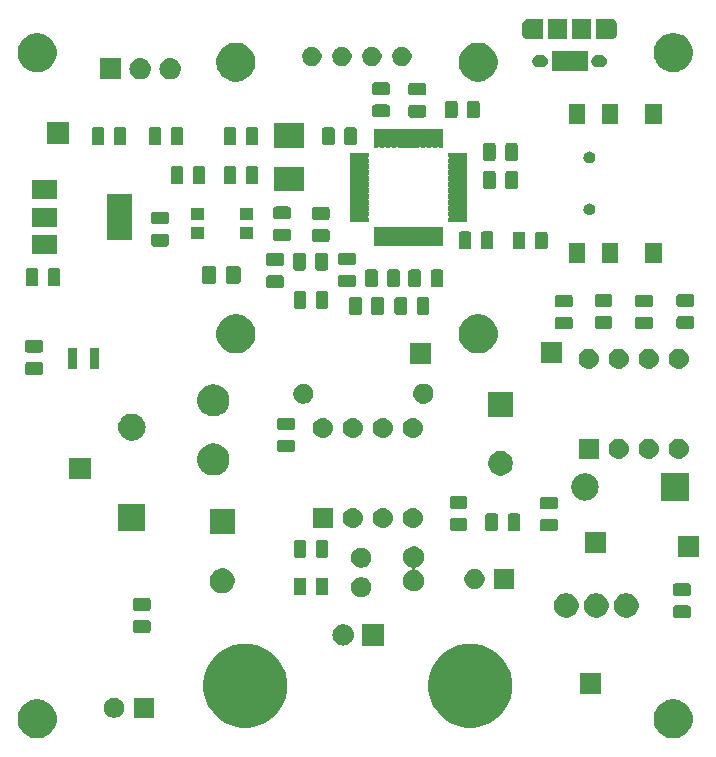
<source format=gbr>
G04 #@! TF.GenerationSoftware,KiCad,Pcbnew,(5.0.1-3-g963ef8bb5)*
G04 #@! TF.CreationDate,2019-10-14T14:00:48-07:00*
G04 #@! TF.ProjectId,powersupply,706F776572737570706C792E6B696361,rev?*
G04 #@! TF.SameCoordinates,Original*
G04 #@! TF.FileFunction,Soldermask,Top*
G04 #@! TF.FilePolarity,Negative*
%FSLAX46Y46*%
G04 Gerber Fmt 4.6, Leading zero omitted, Abs format (unit mm)*
G04 Created by KiCad (PCBNEW (5.0.1-3-g963ef8bb5)) date Monday, October 14, 2019 at 02:00:48 PM*
%MOMM*%
%LPD*%
G01*
G04 APERTURE LIST*
%ADD10C,0.100000*%
G04 APERTURE END LIST*
D10*
G36*
X86495256Y-86341298D02*
X86601579Y-86362447D01*
X86902042Y-86486903D01*
X87081630Y-86606900D01*
X87172454Y-86667587D01*
X87402413Y-86897546D01*
X87583098Y-87167960D01*
X87707553Y-87468422D01*
X87766377Y-87764147D01*
X87771000Y-87787391D01*
X87771000Y-88112609D01*
X87707553Y-88431579D01*
X87619550Y-88644037D01*
X87583098Y-88732040D01*
X87402413Y-89002454D01*
X87172454Y-89232413D01*
X87172451Y-89232415D01*
X86902042Y-89413097D01*
X86601579Y-89537553D01*
X86495256Y-89558702D01*
X86282611Y-89601000D01*
X85957389Y-89601000D01*
X85744744Y-89558702D01*
X85638421Y-89537553D01*
X85337958Y-89413097D01*
X85067549Y-89232415D01*
X85067546Y-89232413D01*
X84837587Y-89002454D01*
X84656902Y-88732040D01*
X84620450Y-88644037D01*
X84532447Y-88431579D01*
X84469000Y-88112609D01*
X84469000Y-87787391D01*
X84473624Y-87764147D01*
X84532447Y-87468422D01*
X84656902Y-87167960D01*
X84837587Y-86897546D01*
X85067546Y-86667587D01*
X85158370Y-86606900D01*
X85337958Y-86486903D01*
X85638421Y-86362447D01*
X85744744Y-86341298D01*
X85957389Y-86299000D01*
X86282611Y-86299000D01*
X86495256Y-86341298D01*
X86495256Y-86341298D01*
G37*
G36*
X32645256Y-86341298D02*
X32751579Y-86362447D01*
X33052042Y-86486903D01*
X33231630Y-86606900D01*
X33322454Y-86667587D01*
X33552413Y-86897546D01*
X33733098Y-87167960D01*
X33857553Y-87468422D01*
X33916377Y-87764147D01*
X33921000Y-87787391D01*
X33921000Y-88112609D01*
X33857553Y-88431579D01*
X33769550Y-88644037D01*
X33733098Y-88732040D01*
X33552413Y-89002454D01*
X33322454Y-89232413D01*
X33322451Y-89232415D01*
X33052042Y-89413097D01*
X32751579Y-89537553D01*
X32645256Y-89558702D01*
X32432611Y-89601000D01*
X32107389Y-89601000D01*
X31894744Y-89558702D01*
X31788421Y-89537553D01*
X31487958Y-89413097D01*
X31217549Y-89232415D01*
X31217546Y-89232413D01*
X30987587Y-89002454D01*
X30806902Y-88732040D01*
X30770450Y-88644037D01*
X30682447Y-88431579D01*
X30619000Y-88112609D01*
X30619000Y-87787391D01*
X30623624Y-87764147D01*
X30682447Y-87468422D01*
X30806902Y-87167960D01*
X30987587Y-86897546D01*
X31217546Y-86667587D01*
X31308370Y-86606900D01*
X31487958Y-86486903D01*
X31788421Y-86362447D01*
X31894744Y-86341298D01*
X32107389Y-86299000D01*
X32432611Y-86299000D01*
X32645256Y-86341298D01*
X32645256Y-86341298D01*
G37*
G36*
X69970786Y-81725462D02*
X69970788Y-81725463D01*
X69970789Y-81725463D01*
X70617029Y-81993144D01*
X70617030Y-81993145D01*
X71198634Y-82381760D01*
X71693240Y-82876366D01*
X71693242Y-82876369D01*
X72081856Y-83457971D01*
X72349537Y-84104211D01*
X72486000Y-84790257D01*
X72486000Y-85489743D01*
X72349537Y-86175789D01*
X72081856Y-86822029D01*
X72081855Y-86822030D01*
X71693240Y-87403634D01*
X71198634Y-87898240D01*
X71198631Y-87898242D01*
X70617029Y-88286856D01*
X69970789Y-88554537D01*
X69970788Y-88554537D01*
X69970786Y-88554538D01*
X69284744Y-88691000D01*
X68585256Y-88691000D01*
X67899214Y-88554538D01*
X67899212Y-88554537D01*
X67899211Y-88554537D01*
X67252971Y-88286856D01*
X66671369Y-87898242D01*
X66671366Y-87898240D01*
X66176760Y-87403634D01*
X65788145Y-86822030D01*
X65788144Y-86822029D01*
X65520463Y-86175789D01*
X65384000Y-85489743D01*
X65384000Y-84790257D01*
X65520463Y-84104211D01*
X65788144Y-83457971D01*
X66176758Y-82876369D01*
X66176760Y-82876366D01*
X66671366Y-82381760D01*
X67252970Y-81993145D01*
X67252971Y-81993144D01*
X67899211Y-81725463D01*
X67899212Y-81725463D01*
X67899214Y-81725462D01*
X68585256Y-81589000D01*
X69284744Y-81589000D01*
X69970786Y-81725462D01*
X69970786Y-81725462D01*
G37*
G36*
X50920786Y-81725462D02*
X50920788Y-81725463D01*
X50920789Y-81725463D01*
X51567029Y-81993144D01*
X51567030Y-81993145D01*
X52148634Y-82381760D01*
X52643240Y-82876366D01*
X52643242Y-82876369D01*
X53031856Y-83457971D01*
X53299537Y-84104211D01*
X53436000Y-84790257D01*
X53436000Y-85489743D01*
X53299537Y-86175789D01*
X53031856Y-86822029D01*
X53031855Y-86822030D01*
X52643240Y-87403634D01*
X52148634Y-87898240D01*
X52148631Y-87898242D01*
X51567029Y-88286856D01*
X50920789Y-88554537D01*
X50920788Y-88554537D01*
X50920786Y-88554538D01*
X50234744Y-88691000D01*
X49535256Y-88691000D01*
X48849214Y-88554538D01*
X48849212Y-88554537D01*
X48849211Y-88554537D01*
X48202971Y-88286856D01*
X47621369Y-87898242D01*
X47621366Y-87898240D01*
X47126760Y-87403634D01*
X46738145Y-86822030D01*
X46738144Y-86822029D01*
X46470463Y-86175789D01*
X46334000Y-85489743D01*
X46334000Y-84790257D01*
X46470463Y-84104211D01*
X46738144Y-83457971D01*
X47126758Y-82876369D01*
X47126760Y-82876366D01*
X47621366Y-82381760D01*
X48202970Y-81993145D01*
X48202971Y-81993144D01*
X48849211Y-81725463D01*
X48849212Y-81725463D01*
X48849214Y-81725462D01*
X49535256Y-81589000D01*
X50234744Y-81589000D01*
X50920786Y-81725462D01*
X50920786Y-81725462D01*
G37*
G36*
X42131000Y-87861000D02*
X40429000Y-87861000D01*
X40429000Y-86159000D01*
X42131000Y-86159000D01*
X42131000Y-87861000D01*
X42131000Y-87861000D01*
G37*
G36*
X39028228Y-86191703D02*
X39183100Y-86255853D01*
X39322481Y-86348985D01*
X39441015Y-86467519D01*
X39534147Y-86606900D01*
X39598297Y-86761772D01*
X39631000Y-86926184D01*
X39631000Y-87093816D01*
X39598297Y-87258228D01*
X39534147Y-87413100D01*
X39441015Y-87552481D01*
X39322481Y-87671015D01*
X39183100Y-87764147D01*
X39028228Y-87828297D01*
X38863816Y-87861000D01*
X38696184Y-87861000D01*
X38531772Y-87828297D01*
X38376900Y-87764147D01*
X38237519Y-87671015D01*
X38118985Y-87552481D01*
X38025853Y-87413100D01*
X37961703Y-87258228D01*
X37929000Y-87093816D01*
X37929000Y-86926184D01*
X37961703Y-86761772D01*
X38025853Y-86606900D01*
X38118985Y-86467519D01*
X38237519Y-86348985D01*
X38376900Y-86255853D01*
X38531772Y-86191703D01*
X38696184Y-86159000D01*
X38863816Y-86159000D01*
X39028228Y-86191703D01*
X39028228Y-86191703D01*
G37*
G36*
X80001000Y-85851000D02*
X78199000Y-85851000D01*
X78199000Y-84049000D01*
X80001000Y-84049000D01*
X80001000Y-85851000D01*
X80001000Y-85851000D01*
G37*
G36*
X61611000Y-81741000D02*
X59809000Y-81741000D01*
X59809000Y-79939000D01*
X61611000Y-79939000D01*
X61611000Y-81741000D01*
X61611000Y-81741000D01*
G37*
G36*
X58280443Y-79945519D02*
X58346627Y-79952037D01*
X58459853Y-79986384D01*
X58516467Y-80003557D01*
X58655087Y-80077652D01*
X58672991Y-80087222D01*
X58708729Y-80116552D01*
X58810186Y-80199814D01*
X58893448Y-80301271D01*
X58922778Y-80337009D01*
X58922779Y-80337011D01*
X59006443Y-80493533D01*
X59008340Y-80499788D01*
X59057963Y-80663373D01*
X59075359Y-80840000D01*
X59057963Y-81016627D01*
X59023616Y-81129853D01*
X59006443Y-81186467D01*
X58932348Y-81325087D01*
X58922778Y-81342991D01*
X58893448Y-81378729D01*
X58810186Y-81480186D01*
X58708729Y-81563448D01*
X58672991Y-81592778D01*
X58672989Y-81592779D01*
X58516467Y-81676443D01*
X58459853Y-81693616D01*
X58346627Y-81727963D01*
X58280442Y-81734482D01*
X58214260Y-81741000D01*
X58125740Y-81741000D01*
X58059558Y-81734482D01*
X57993373Y-81727963D01*
X57880147Y-81693616D01*
X57823533Y-81676443D01*
X57667011Y-81592779D01*
X57667009Y-81592778D01*
X57631271Y-81563448D01*
X57529814Y-81480186D01*
X57446552Y-81378729D01*
X57417222Y-81342991D01*
X57407652Y-81325087D01*
X57333557Y-81186467D01*
X57316384Y-81129853D01*
X57282037Y-81016627D01*
X57264641Y-80840000D01*
X57282037Y-80663373D01*
X57331660Y-80499788D01*
X57333557Y-80493533D01*
X57417221Y-80337011D01*
X57417222Y-80337009D01*
X57446552Y-80301271D01*
X57529814Y-80199814D01*
X57631271Y-80116552D01*
X57667009Y-80087222D01*
X57684913Y-80077652D01*
X57823533Y-80003557D01*
X57880147Y-79986384D01*
X57993373Y-79952037D01*
X58059557Y-79945519D01*
X58125740Y-79939000D01*
X58214260Y-79939000D01*
X58280443Y-79945519D01*
X58280443Y-79945519D01*
G37*
G36*
X41714466Y-79593565D02*
X41753137Y-79605296D01*
X41788779Y-79624348D01*
X41820017Y-79649983D01*
X41845652Y-79681221D01*
X41864704Y-79716863D01*
X41876435Y-79755534D01*
X41881000Y-79801888D01*
X41881000Y-80453112D01*
X41876435Y-80499466D01*
X41864704Y-80538137D01*
X41845652Y-80573779D01*
X41820017Y-80605017D01*
X41788779Y-80630652D01*
X41753137Y-80649704D01*
X41714466Y-80661435D01*
X41668112Y-80666000D01*
X40591888Y-80666000D01*
X40545534Y-80661435D01*
X40506863Y-80649704D01*
X40471221Y-80630652D01*
X40439983Y-80605017D01*
X40414348Y-80573779D01*
X40395296Y-80538137D01*
X40383565Y-80499466D01*
X40379000Y-80453112D01*
X40379000Y-79801888D01*
X40383565Y-79755534D01*
X40395296Y-79716863D01*
X40414348Y-79681221D01*
X40439983Y-79649983D01*
X40471221Y-79624348D01*
X40506863Y-79605296D01*
X40545534Y-79593565D01*
X40591888Y-79589000D01*
X41668112Y-79589000D01*
X41714466Y-79593565D01*
X41714466Y-79593565D01*
G37*
G36*
X87434466Y-78353565D02*
X87473137Y-78365296D01*
X87508779Y-78384348D01*
X87540017Y-78409983D01*
X87565652Y-78441221D01*
X87584704Y-78476863D01*
X87596435Y-78515534D01*
X87601000Y-78561888D01*
X87601000Y-79213112D01*
X87596435Y-79259466D01*
X87584704Y-79298137D01*
X87565652Y-79333779D01*
X87540017Y-79365017D01*
X87508779Y-79390652D01*
X87473137Y-79409704D01*
X87434466Y-79421435D01*
X87388112Y-79426000D01*
X86311888Y-79426000D01*
X86265534Y-79421435D01*
X86226863Y-79409704D01*
X86191221Y-79390652D01*
X86159983Y-79365017D01*
X86134348Y-79333779D01*
X86115296Y-79298137D01*
X86103565Y-79259466D01*
X86099000Y-79213112D01*
X86099000Y-78561888D01*
X86103565Y-78515534D01*
X86115296Y-78476863D01*
X86134348Y-78441221D01*
X86159983Y-78409983D01*
X86191221Y-78384348D01*
X86226863Y-78365296D01*
X86265534Y-78353565D01*
X86311888Y-78349000D01*
X87388112Y-78349000D01*
X87434466Y-78353565D01*
X87434466Y-78353565D01*
G37*
G36*
X82446565Y-77339389D02*
X82637834Y-77418615D01*
X82809976Y-77533637D01*
X82956363Y-77680024D01*
X83071385Y-77852166D01*
X83150611Y-78043435D01*
X83191000Y-78246484D01*
X83191000Y-78453516D01*
X83150611Y-78656565D01*
X83071385Y-78847834D01*
X82956363Y-79019976D01*
X82809976Y-79166363D01*
X82637834Y-79281385D01*
X82446565Y-79360611D01*
X82243516Y-79401000D01*
X82036484Y-79401000D01*
X81833435Y-79360611D01*
X81642166Y-79281385D01*
X81470024Y-79166363D01*
X81323637Y-79019976D01*
X81208615Y-78847834D01*
X81129389Y-78656565D01*
X81089000Y-78453516D01*
X81089000Y-78246484D01*
X81129389Y-78043435D01*
X81208615Y-77852166D01*
X81323637Y-77680024D01*
X81470024Y-77533637D01*
X81642166Y-77418615D01*
X81833435Y-77339389D01*
X82036484Y-77299000D01*
X82243516Y-77299000D01*
X82446565Y-77339389D01*
X82446565Y-77339389D01*
G37*
G36*
X79906565Y-77339389D02*
X80097834Y-77418615D01*
X80269976Y-77533637D01*
X80416363Y-77680024D01*
X80531385Y-77852166D01*
X80610611Y-78043435D01*
X80651000Y-78246484D01*
X80651000Y-78453516D01*
X80610611Y-78656565D01*
X80531385Y-78847834D01*
X80416363Y-79019976D01*
X80269976Y-79166363D01*
X80097834Y-79281385D01*
X79906565Y-79360611D01*
X79703516Y-79401000D01*
X79496484Y-79401000D01*
X79293435Y-79360611D01*
X79102166Y-79281385D01*
X78930024Y-79166363D01*
X78783637Y-79019976D01*
X78668615Y-78847834D01*
X78589389Y-78656565D01*
X78549000Y-78453516D01*
X78549000Y-78246484D01*
X78589389Y-78043435D01*
X78668615Y-77852166D01*
X78783637Y-77680024D01*
X78930024Y-77533637D01*
X79102166Y-77418615D01*
X79293435Y-77339389D01*
X79496484Y-77299000D01*
X79703516Y-77299000D01*
X79906565Y-77339389D01*
X79906565Y-77339389D01*
G37*
G36*
X77366565Y-77339389D02*
X77557834Y-77418615D01*
X77729976Y-77533637D01*
X77876363Y-77680024D01*
X77991385Y-77852166D01*
X78070611Y-78043435D01*
X78111000Y-78246484D01*
X78111000Y-78453516D01*
X78070611Y-78656565D01*
X77991385Y-78847834D01*
X77876363Y-79019976D01*
X77729976Y-79166363D01*
X77557834Y-79281385D01*
X77366565Y-79360611D01*
X77163516Y-79401000D01*
X76956484Y-79401000D01*
X76753435Y-79360611D01*
X76562166Y-79281385D01*
X76390024Y-79166363D01*
X76243637Y-79019976D01*
X76128615Y-78847834D01*
X76049389Y-78656565D01*
X76009000Y-78453516D01*
X76009000Y-78246484D01*
X76049389Y-78043435D01*
X76128615Y-77852166D01*
X76243637Y-77680024D01*
X76390024Y-77533637D01*
X76562166Y-77418615D01*
X76753435Y-77339389D01*
X76956484Y-77299000D01*
X77163516Y-77299000D01*
X77366565Y-77339389D01*
X77366565Y-77339389D01*
G37*
G36*
X41714466Y-77718565D02*
X41753137Y-77730296D01*
X41788779Y-77749348D01*
X41820017Y-77774983D01*
X41845652Y-77806221D01*
X41864704Y-77841863D01*
X41876435Y-77880534D01*
X41881000Y-77926888D01*
X41881000Y-78578112D01*
X41876435Y-78624466D01*
X41864704Y-78663137D01*
X41845652Y-78698779D01*
X41820017Y-78730017D01*
X41788779Y-78755652D01*
X41753137Y-78774704D01*
X41714466Y-78786435D01*
X41668112Y-78791000D01*
X40591888Y-78791000D01*
X40545534Y-78786435D01*
X40506863Y-78774704D01*
X40471221Y-78755652D01*
X40439983Y-78730017D01*
X40414348Y-78698779D01*
X40395296Y-78663137D01*
X40383565Y-78624466D01*
X40379000Y-78578112D01*
X40379000Y-77926888D01*
X40383565Y-77880534D01*
X40395296Y-77841863D01*
X40414348Y-77806221D01*
X40439983Y-77774983D01*
X40471221Y-77749348D01*
X40506863Y-77730296D01*
X40545534Y-77718565D01*
X40591888Y-77714000D01*
X41668112Y-77714000D01*
X41714466Y-77718565D01*
X41714466Y-77718565D01*
G37*
G36*
X59948228Y-75981703D02*
X60103100Y-76045853D01*
X60242481Y-76138985D01*
X60361015Y-76257519D01*
X60454147Y-76396900D01*
X60518297Y-76551772D01*
X60551000Y-76716184D01*
X60551000Y-76883816D01*
X60518297Y-77048228D01*
X60454147Y-77203100D01*
X60361015Y-77342481D01*
X60242481Y-77461015D01*
X60103100Y-77554147D01*
X59948228Y-77618297D01*
X59783816Y-77651000D01*
X59616184Y-77651000D01*
X59451772Y-77618297D01*
X59296900Y-77554147D01*
X59157519Y-77461015D01*
X59038985Y-77342481D01*
X58945853Y-77203100D01*
X58881703Y-77048228D01*
X58849000Y-76883816D01*
X58849000Y-76716184D01*
X58881703Y-76551772D01*
X58945853Y-76396900D01*
X59038985Y-76257519D01*
X59157519Y-76138985D01*
X59296900Y-76045853D01*
X59451772Y-75981703D01*
X59616184Y-75949000D01*
X59783816Y-75949000D01*
X59948228Y-75981703D01*
X59948228Y-75981703D01*
G37*
G36*
X87434466Y-76478565D02*
X87473137Y-76490296D01*
X87508779Y-76509348D01*
X87540017Y-76534983D01*
X87565652Y-76566221D01*
X87584704Y-76601863D01*
X87596435Y-76640534D01*
X87601000Y-76686888D01*
X87601000Y-77338112D01*
X87596435Y-77384466D01*
X87584704Y-77423137D01*
X87565652Y-77458779D01*
X87540017Y-77490017D01*
X87508779Y-77515652D01*
X87473137Y-77534704D01*
X87434466Y-77546435D01*
X87388112Y-77551000D01*
X86311888Y-77551000D01*
X86265534Y-77546435D01*
X86226863Y-77534704D01*
X86191221Y-77515652D01*
X86159983Y-77490017D01*
X86134348Y-77458779D01*
X86115296Y-77423137D01*
X86103565Y-77384466D01*
X86099000Y-77338112D01*
X86099000Y-76686888D01*
X86103565Y-76640534D01*
X86115296Y-76601863D01*
X86134348Y-76566221D01*
X86159983Y-76534983D01*
X86191221Y-76509348D01*
X86226863Y-76490296D01*
X86265534Y-76478565D01*
X86311888Y-76474000D01*
X87388112Y-76474000D01*
X87434466Y-76478565D01*
X87434466Y-76478565D01*
G37*
G36*
X56759466Y-76003565D02*
X56798137Y-76015296D01*
X56833779Y-76034348D01*
X56865017Y-76059983D01*
X56890652Y-76091221D01*
X56909704Y-76126863D01*
X56921435Y-76165534D01*
X56926000Y-76211888D01*
X56926000Y-77288112D01*
X56921435Y-77334466D01*
X56909704Y-77373137D01*
X56890652Y-77408779D01*
X56865017Y-77440017D01*
X56833779Y-77465652D01*
X56798137Y-77484704D01*
X56759466Y-77496435D01*
X56713112Y-77501000D01*
X56061888Y-77501000D01*
X56015534Y-77496435D01*
X55976863Y-77484704D01*
X55941221Y-77465652D01*
X55909983Y-77440017D01*
X55884348Y-77408779D01*
X55865296Y-77373137D01*
X55853565Y-77334466D01*
X55849000Y-77288112D01*
X55849000Y-76211888D01*
X55853565Y-76165534D01*
X55865296Y-76126863D01*
X55884348Y-76091221D01*
X55909983Y-76059983D01*
X55941221Y-76034348D01*
X55976863Y-76015296D01*
X56015534Y-76003565D01*
X56061888Y-75999000D01*
X56713112Y-75999000D01*
X56759466Y-76003565D01*
X56759466Y-76003565D01*
G37*
G36*
X54884466Y-76003565D02*
X54923137Y-76015296D01*
X54958779Y-76034348D01*
X54990017Y-76059983D01*
X55015652Y-76091221D01*
X55034704Y-76126863D01*
X55046435Y-76165534D01*
X55051000Y-76211888D01*
X55051000Y-77288112D01*
X55046435Y-77334466D01*
X55034704Y-77373137D01*
X55015652Y-77408779D01*
X54990017Y-77440017D01*
X54958779Y-77465652D01*
X54923137Y-77484704D01*
X54884466Y-77496435D01*
X54838112Y-77501000D01*
X54186888Y-77501000D01*
X54140534Y-77496435D01*
X54101863Y-77484704D01*
X54066221Y-77465652D01*
X54034983Y-77440017D01*
X54009348Y-77408779D01*
X53990296Y-77373137D01*
X53978565Y-77334466D01*
X53974000Y-77288112D01*
X53974000Y-76211888D01*
X53978565Y-76165534D01*
X53990296Y-76126863D01*
X54009348Y-76091221D01*
X54034983Y-76059983D01*
X54066221Y-76034348D01*
X54101863Y-76015296D01*
X54140534Y-76003565D01*
X54186888Y-75999000D01*
X54838112Y-75999000D01*
X54884466Y-76003565D01*
X54884466Y-76003565D01*
G37*
G36*
X48256565Y-75239389D02*
X48447834Y-75318615D01*
X48619976Y-75433637D01*
X48766363Y-75580024D01*
X48881385Y-75752166D01*
X48960611Y-75943435D01*
X49001000Y-76146484D01*
X49001000Y-76353516D01*
X48960611Y-76556565D01*
X48881385Y-76747834D01*
X48766363Y-76919976D01*
X48619976Y-77066363D01*
X48447834Y-77181385D01*
X48256565Y-77260611D01*
X48053516Y-77301000D01*
X47846484Y-77301000D01*
X47643435Y-77260611D01*
X47452166Y-77181385D01*
X47280024Y-77066363D01*
X47133637Y-76919976D01*
X47018615Y-76747834D01*
X46939389Y-76556565D01*
X46899000Y-76353516D01*
X46899000Y-76146484D01*
X46939389Y-75943435D01*
X47018615Y-75752166D01*
X47133637Y-75580024D01*
X47280024Y-75433637D01*
X47452166Y-75318615D01*
X47643435Y-75239389D01*
X47846484Y-75199000D01*
X48053516Y-75199000D01*
X48256565Y-75239389D01*
X48256565Y-75239389D01*
G37*
G36*
X64412812Y-73383624D02*
X64576784Y-73451544D01*
X64724354Y-73550147D01*
X64849853Y-73675646D01*
X64948456Y-73823216D01*
X65016376Y-73987188D01*
X65051000Y-74161259D01*
X65051000Y-74338741D01*
X65016376Y-74512812D01*
X64948456Y-74676784D01*
X64849853Y-74824354D01*
X64724354Y-74949853D01*
X64576784Y-75048456D01*
X64412812Y-75116376D01*
X64357367Y-75127404D01*
X64333926Y-75134515D01*
X64312315Y-75146067D01*
X64293373Y-75161612D01*
X64277828Y-75180554D01*
X64266277Y-75202165D01*
X64259164Y-75225614D01*
X64256762Y-75250000D01*
X64259164Y-75274387D01*
X64266277Y-75297836D01*
X64277829Y-75319447D01*
X64293374Y-75338389D01*
X64312316Y-75353934D01*
X64333927Y-75365485D01*
X64357367Y-75372596D01*
X64412812Y-75383624D01*
X64576784Y-75451544D01*
X64724354Y-75550147D01*
X64849853Y-75675646D01*
X64948456Y-75823216D01*
X65016376Y-75987188D01*
X65051000Y-76161259D01*
X65051000Y-76338741D01*
X65016376Y-76512812D01*
X64948456Y-76676784D01*
X64849853Y-76824354D01*
X64724354Y-76949853D01*
X64576784Y-77048456D01*
X64412812Y-77116376D01*
X64238741Y-77151000D01*
X64061259Y-77151000D01*
X63887188Y-77116376D01*
X63723216Y-77048456D01*
X63575646Y-76949853D01*
X63450147Y-76824354D01*
X63351544Y-76676784D01*
X63283624Y-76512812D01*
X63249000Y-76338741D01*
X63249000Y-76161259D01*
X63283624Y-75987188D01*
X63351544Y-75823216D01*
X63450147Y-75675646D01*
X63575646Y-75550147D01*
X63723216Y-75451544D01*
X63887188Y-75383624D01*
X63942633Y-75372596D01*
X63966074Y-75365485D01*
X63987685Y-75353933D01*
X64006627Y-75338388D01*
X64022172Y-75319446D01*
X64033723Y-75297835D01*
X64040836Y-75274386D01*
X64043238Y-75250000D01*
X64040836Y-75225613D01*
X64033723Y-75202164D01*
X64022171Y-75180553D01*
X64006626Y-75161611D01*
X63987684Y-75146066D01*
X63966073Y-75134515D01*
X63942633Y-75127404D01*
X63887188Y-75116376D01*
X63723216Y-75048456D01*
X63575646Y-74949853D01*
X63450147Y-74824354D01*
X63351544Y-74676784D01*
X63283624Y-74512812D01*
X63249000Y-74338741D01*
X63249000Y-74161259D01*
X63283624Y-73987188D01*
X63351544Y-73823216D01*
X63450147Y-73675646D01*
X63575646Y-73550147D01*
X63723216Y-73451544D01*
X63887188Y-73383624D01*
X64061259Y-73349000D01*
X64238741Y-73349000D01*
X64412812Y-73383624D01*
X64412812Y-73383624D01*
G37*
G36*
X69548228Y-75281703D02*
X69703100Y-75345853D01*
X69842481Y-75438985D01*
X69961015Y-75557519D01*
X70054147Y-75696900D01*
X70118297Y-75851772D01*
X70151000Y-76016184D01*
X70151000Y-76183816D01*
X70118297Y-76348228D01*
X70054147Y-76503100D01*
X69961015Y-76642481D01*
X69842481Y-76761015D01*
X69703100Y-76854147D01*
X69548228Y-76918297D01*
X69383816Y-76951000D01*
X69216184Y-76951000D01*
X69051772Y-76918297D01*
X68896900Y-76854147D01*
X68757519Y-76761015D01*
X68638985Y-76642481D01*
X68545853Y-76503100D01*
X68481703Y-76348228D01*
X68449000Y-76183816D01*
X68449000Y-76016184D01*
X68481703Y-75851772D01*
X68545853Y-75696900D01*
X68638985Y-75557519D01*
X68757519Y-75438985D01*
X68896900Y-75345853D01*
X69051772Y-75281703D01*
X69216184Y-75249000D01*
X69383816Y-75249000D01*
X69548228Y-75281703D01*
X69548228Y-75281703D01*
G37*
G36*
X72651000Y-76951000D02*
X70949000Y-76951000D01*
X70949000Y-75249000D01*
X72651000Y-75249000D01*
X72651000Y-76951000D01*
X72651000Y-76951000D01*
G37*
G36*
X59948228Y-73481703D02*
X60103100Y-73545853D01*
X60242481Y-73638985D01*
X60361015Y-73757519D01*
X60454147Y-73896900D01*
X60518297Y-74051772D01*
X60551000Y-74216184D01*
X60551000Y-74383816D01*
X60518297Y-74548228D01*
X60454147Y-74703100D01*
X60361015Y-74842481D01*
X60242481Y-74961015D01*
X60103100Y-75054147D01*
X59948228Y-75118297D01*
X59783816Y-75151000D01*
X59616184Y-75151000D01*
X59451772Y-75118297D01*
X59296900Y-75054147D01*
X59157519Y-74961015D01*
X59038985Y-74842481D01*
X58945853Y-74703100D01*
X58881703Y-74548228D01*
X58849000Y-74383816D01*
X58849000Y-74216184D01*
X58881703Y-74051772D01*
X58945853Y-73896900D01*
X59038985Y-73757519D01*
X59157519Y-73638985D01*
X59296900Y-73545853D01*
X59451772Y-73481703D01*
X59616184Y-73449000D01*
X59783816Y-73449000D01*
X59948228Y-73481703D01*
X59948228Y-73481703D01*
G37*
G36*
X56759466Y-72803565D02*
X56798137Y-72815296D01*
X56833779Y-72834348D01*
X56865017Y-72859983D01*
X56890652Y-72891221D01*
X56909704Y-72926863D01*
X56921435Y-72965534D01*
X56926000Y-73011888D01*
X56926000Y-74088112D01*
X56921435Y-74134466D01*
X56909704Y-74173137D01*
X56890652Y-74208779D01*
X56865017Y-74240017D01*
X56833779Y-74265652D01*
X56798137Y-74284704D01*
X56759466Y-74296435D01*
X56713112Y-74301000D01*
X56061888Y-74301000D01*
X56015534Y-74296435D01*
X55976863Y-74284704D01*
X55941221Y-74265652D01*
X55909983Y-74240017D01*
X55884348Y-74208779D01*
X55865296Y-74173137D01*
X55853565Y-74134466D01*
X55849000Y-74088112D01*
X55849000Y-73011888D01*
X55853565Y-72965534D01*
X55865296Y-72926863D01*
X55884348Y-72891221D01*
X55909983Y-72859983D01*
X55941221Y-72834348D01*
X55976863Y-72815296D01*
X56015534Y-72803565D01*
X56061888Y-72799000D01*
X56713112Y-72799000D01*
X56759466Y-72803565D01*
X56759466Y-72803565D01*
G37*
G36*
X54884466Y-72803565D02*
X54923137Y-72815296D01*
X54958779Y-72834348D01*
X54990017Y-72859983D01*
X55015652Y-72891221D01*
X55034704Y-72926863D01*
X55046435Y-72965534D01*
X55051000Y-73011888D01*
X55051000Y-74088112D01*
X55046435Y-74134466D01*
X55034704Y-74173137D01*
X55015652Y-74208779D01*
X54990017Y-74240017D01*
X54958779Y-74265652D01*
X54923137Y-74284704D01*
X54884466Y-74296435D01*
X54838112Y-74301000D01*
X54186888Y-74301000D01*
X54140534Y-74296435D01*
X54101863Y-74284704D01*
X54066221Y-74265652D01*
X54034983Y-74240017D01*
X54009348Y-74208779D01*
X53990296Y-74173137D01*
X53978565Y-74134466D01*
X53974000Y-74088112D01*
X53974000Y-73011888D01*
X53978565Y-72965534D01*
X53990296Y-72926863D01*
X54009348Y-72891221D01*
X54034983Y-72859983D01*
X54066221Y-72834348D01*
X54101863Y-72815296D01*
X54140534Y-72803565D01*
X54186888Y-72799000D01*
X54838112Y-72799000D01*
X54884466Y-72803565D01*
X54884466Y-72803565D01*
G37*
G36*
X88301000Y-74251000D02*
X86499000Y-74251000D01*
X86499000Y-72449000D01*
X88301000Y-72449000D01*
X88301000Y-74251000D01*
X88301000Y-74251000D01*
G37*
G36*
X80451000Y-73931000D02*
X78649000Y-73931000D01*
X78649000Y-72129000D01*
X80451000Y-72129000D01*
X80451000Y-73931000D01*
X80451000Y-73931000D01*
G37*
G36*
X49001000Y-72301000D02*
X46899000Y-72301000D01*
X46899000Y-70199000D01*
X49001000Y-70199000D01*
X49001000Y-72301000D01*
X49001000Y-72301000D01*
G37*
G36*
X76184466Y-71003565D02*
X76223137Y-71015296D01*
X76258779Y-71034348D01*
X76290017Y-71059983D01*
X76315652Y-71091221D01*
X76334704Y-71126863D01*
X76346435Y-71165534D01*
X76351000Y-71211888D01*
X76351000Y-71863112D01*
X76346435Y-71909466D01*
X76334704Y-71948137D01*
X76315652Y-71983779D01*
X76290017Y-72015017D01*
X76258779Y-72040652D01*
X76223137Y-72059704D01*
X76184466Y-72071435D01*
X76138112Y-72076000D01*
X75061888Y-72076000D01*
X75015534Y-72071435D01*
X74976863Y-72059704D01*
X74941221Y-72040652D01*
X74909983Y-72015017D01*
X74884348Y-71983779D01*
X74865296Y-71948137D01*
X74853565Y-71909466D01*
X74849000Y-71863112D01*
X74849000Y-71211888D01*
X74853565Y-71165534D01*
X74865296Y-71126863D01*
X74884348Y-71091221D01*
X74909983Y-71059983D01*
X74941221Y-71034348D01*
X74976863Y-71015296D01*
X75015534Y-71003565D01*
X75061888Y-70999000D01*
X76138112Y-70999000D01*
X76184466Y-71003565D01*
X76184466Y-71003565D01*
G37*
G36*
X71134466Y-70553565D02*
X71173137Y-70565296D01*
X71208779Y-70584348D01*
X71240017Y-70609983D01*
X71265652Y-70641221D01*
X71284704Y-70676863D01*
X71296435Y-70715534D01*
X71301000Y-70761888D01*
X71301000Y-71838112D01*
X71296435Y-71884466D01*
X71284704Y-71923137D01*
X71265652Y-71958779D01*
X71240017Y-71990017D01*
X71208779Y-72015652D01*
X71173137Y-72034704D01*
X71134466Y-72046435D01*
X71088112Y-72051000D01*
X70436888Y-72051000D01*
X70390534Y-72046435D01*
X70351863Y-72034704D01*
X70316221Y-72015652D01*
X70284983Y-71990017D01*
X70259348Y-71958779D01*
X70240296Y-71923137D01*
X70228565Y-71884466D01*
X70224000Y-71838112D01*
X70224000Y-70761888D01*
X70228565Y-70715534D01*
X70240296Y-70676863D01*
X70259348Y-70641221D01*
X70284983Y-70609983D01*
X70316221Y-70584348D01*
X70351863Y-70565296D01*
X70390534Y-70553565D01*
X70436888Y-70549000D01*
X71088112Y-70549000D01*
X71134466Y-70553565D01*
X71134466Y-70553565D01*
G37*
G36*
X73009466Y-70553565D02*
X73048137Y-70565296D01*
X73083779Y-70584348D01*
X73115017Y-70609983D01*
X73140652Y-70641221D01*
X73159704Y-70676863D01*
X73171435Y-70715534D01*
X73176000Y-70761888D01*
X73176000Y-71838112D01*
X73171435Y-71884466D01*
X73159704Y-71923137D01*
X73140652Y-71958779D01*
X73115017Y-71990017D01*
X73083779Y-72015652D01*
X73048137Y-72034704D01*
X73009466Y-72046435D01*
X72963112Y-72051000D01*
X72311888Y-72051000D01*
X72265534Y-72046435D01*
X72226863Y-72034704D01*
X72191221Y-72015652D01*
X72159983Y-71990017D01*
X72134348Y-71958779D01*
X72115296Y-71923137D01*
X72103565Y-71884466D01*
X72099000Y-71838112D01*
X72099000Y-70761888D01*
X72103565Y-70715534D01*
X72115296Y-70676863D01*
X72134348Y-70641221D01*
X72159983Y-70609983D01*
X72191221Y-70584348D01*
X72226863Y-70565296D01*
X72265534Y-70553565D01*
X72311888Y-70549000D01*
X72963112Y-70549000D01*
X73009466Y-70553565D01*
X73009466Y-70553565D01*
G37*
G36*
X68534466Y-70953565D02*
X68573137Y-70965296D01*
X68608779Y-70984348D01*
X68640017Y-71009983D01*
X68665652Y-71041221D01*
X68684704Y-71076863D01*
X68696435Y-71115534D01*
X68701000Y-71161888D01*
X68701000Y-71813112D01*
X68696435Y-71859466D01*
X68684704Y-71898137D01*
X68665652Y-71933779D01*
X68640017Y-71965017D01*
X68608779Y-71990652D01*
X68573137Y-72009704D01*
X68534466Y-72021435D01*
X68488112Y-72026000D01*
X67411888Y-72026000D01*
X67365534Y-72021435D01*
X67326863Y-72009704D01*
X67291221Y-71990652D01*
X67259983Y-71965017D01*
X67234348Y-71933779D01*
X67215296Y-71898137D01*
X67203565Y-71859466D01*
X67199000Y-71813112D01*
X67199000Y-71161888D01*
X67203565Y-71115534D01*
X67215296Y-71076863D01*
X67234348Y-71041221D01*
X67259983Y-71009983D01*
X67291221Y-70984348D01*
X67326863Y-70965296D01*
X67365534Y-70953565D01*
X67411888Y-70949000D01*
X68488112Y-70949000D01*
X68534466Y-70953565D01*
X68534466Y-70953565D01*
G37*
G36*
X41441000Y-72017000D02*
X39139000Y-72017000D01*
X39139000Y-69715000D01*
X41441000Y-69715000D01*
X41441000Y-72017000D01*
X41441000Y-72017000D01*
G37*
G36*
X57301000Y-71801000D02*
X55599000Y-71801000D01*
X55599000Y-70099000D01*
X57301000Y-70099000D01*
X57301000Y-71801000D01*
X57301000Y-71801000D01*
G37*
G36*
X59156821Y-70111313D02*
X59156824Y-70111314D01*
X59156825Y-70111314D01*
X59317239Y-70159975D01*
X59317241Y-70159976D01*
X59317244Y-70159977D01*
X59465078Y-70238995D01*
X59594659Y-70345341D01*
X59701005Y-70474922D01*
X59780023Y-70622756D01*
X59780024Y-70622759D01*
X59780025Y-70622761D01*
X59828686Y-70783175D01*
X59828687Y-70783179D01*
X59845117Y-70950000D01*
X59828687Y-71116821D01*
X59828686Y-71116824D01*
X59828686Y-71116825D01*
X59782752Y-71268250D01*
X59780023Y-71277244D01*
X59701005Y-71425078D01*
X59594659Y-71554659D01*
X59465078Y-71661005D01*
X59317244Y-71740023D01*
X59317241Y-71740024D01*
X59317239Y-71740025D01*
X59156825Y-71788686D01*
X59156824Y-71788686D01*
X59156821Y-71788687D01*
X59031804Y-71801000D01*
X58948196Y-71801000D01*
X58823179Y-71788687D01*
X58823176Y-71788686D01*
X58823175Y-71788686D01*
X58662761Y-71740025D01*
X58662759Y-71740024D01*
X58662756Y-71740023D01*
X58514922Y-71661005D01*
X58385341Y-71554659D01*
X58278995Y-71425078D01*
X58199977Y-71277244D01*
X58197249Y-71268250D01*
X58151314Y-71116825D01*
X58151314Y-71116824D01*
X58151313Y-71116821D01*
X58134883Y-70950000D01*
X58151313Y-70783179D01*
X58151314Y-70783175D01*
X58199975Y-70622761D01*
X58199976Y-70622759D01*
X58199977Y-70622756D01*
X58278995Y-70474922D01*
X58385341Y-70345341D01*
X58514922Y-70238995D01*
X58662756Y-70159977D01*
X58662759Y-70159976D01*
X58662761Y-70159975D01*
X58823175Y-70111314D01*
X58823176Y-70111314D01*
X58823179Y-70111313D01*
X58948196Y-70099000D01*
X59031804Y-70099000D01*
X59156821Y-70111313D01*
X59156821Y-70111313D01*
G37*
G36*
X61696821Y-70111313D02*
X61696824Y-70111314D01*
X61696825Y-70111314D01*
X61857239Y-70159975D01*
X61857241Y-70159976D01*
X61857244Y-70159977D01*
X62005078Y-70238995D01*
X62134659Y-70345341D01*
X62241005Y-70474922D01*
X62320023Y-70622756D01*
X62320024Y-70622759D01*
X62320025Y-70622761D01*
X62368686Y-70783175D01*
X62368687Y-70783179D01*
X62385117Y-70950000D01*
X62368687Y-71116821D01*
X62368686Y-71116824D01*
X62368686Y-71116825D01*
X62322752Y-71268250D01*
X62320023Y-71277244D01*
X62241005Y-71425078D01*
X62134659Y-71554659D01*
X62005078Y-71661005D01*
X61857244Y-71740023D01*
X61857241Y-71740024D01*
X61857239Y-71740025D01*
X61696825Y-71788686D01*
X61696824Y-71788686D01*
X61696821Y-71788687D01*
X61571804Y-71801000D01*
X61488196Y-71801000D01*
X61363179Y-71788687D01*
X61363176Y-71788686D01*
X61363175Y-71788686D01*
X61202761Y-71740025D01*
X61202759Y-71740024D01*
X61202756Y-71740023D01*
X61054922Y-71661005D01*
X60925341Y-71554659D01*
X60818995Y-71425078D01*
X60739977Y-71277244D01*
X60737249Y-71268250D01*
X60691314Y-71116825D01*
X60691314Y-71116824D01*
X60691313Y-71116821D01*
X60674883Y-70950000D01*
X60691313Y-70783179D01*
X60691314Y-70783175D01*
X60739975Y-70622761D01*
X60739976Y-70622759D01*
X60739977Y-70622756D01*
X60818995Y-70474922D01*
X60925341Y-70345341D01*
X61054922Y-70238995D01*
X61202756Y-70159977D01*
X61202759Y-70159976D01*
X61202761Y-70159975D01*
X61363175Y-70111314D01*
X61363176Y-70111314D01*
X61363179Y-70111313D01*
X61488196Y-70099000D01*
X61571804Y-70099000D01*
X61696821Y-70111313D01*
X61696821Y-70111313D01*
G37*
G36*
X64236821Y-70111313D02*
X64236824Y-70111314D01*
X64236825Y-70111314D01*
X64397239Y-70159975D01*
X64397241Y-70159976D01*
X64397244Y-70159977D01*
X64545078Y-70238995D01*
X64674659Y-70345341D01*
X64781005Y-70474922D01*
X64860023Y-70622756D01*
X64860024Y-70622759D01*
X64860025Y-70622761D01*
X64908686Y-70783175D01*
X64908687Y-70783179D01*
X64925117Y-70950000D01*
X64908687Y-71116821D01*
X64908686Y-71116824D01*
X64908686Y-71116825D01*
X64862752Y-71268250D01*
X64860023Y-71277244D01*
X64781005Y-71425078D01*
X64674659Y-71554659D01*
X64545078Y-71661005D01*
X64397244Y-71740023D01*
X64397241Y-71740024D01*
X64397239Y-71740025D01*
X64236825Y-71788686D01*
X64236824Y-71788686D01*
X64236821Y-71788687D01*
X64111804Y-71801000D01*
X64028196Y-71801000D01*
X63903179Y-71788687D01*
X63903176Y-71788686D01*
X63903175Y-71788686D01*
X63742761Y-71740025D01*
X63742759Y-71740024D01*
X63742756Y-71740023D01*
X63594922Y-71661005D01*
X63465341Y-71554659D01*
X63358995Y-71425078D01*
X63279977Y-71277244D01*
X63277249Y-71268250D01*
X63231314Y-71116825D01*
X63231314Y-71116824D01*
X63231313Y-71116821D01*
X63214883Y-70950000D01*
X63231313Y-70783179D01*
X63231314Y-70783175D01*
X63279975Y-70622761D01*
X63279976Y-70622759D01*
X63279977Y-70622756D01*
X63358995Y-70474922D01*
X63465341Y-70345341D01*
X63594922Y-70238995D01*
X63742756Y-70159977D01*
X63742759Y-70159976D01*
X63742761Y-70159975D01*
X63903175Y-70111314D01*
X63903176Y-70111314D01*
X63903179Y-70111313D01*
X64028196Y-70099000D01*
X64111804Y-70099000D01*
X64236821Y-70111313D01*
X64236821Y-70111313D01*
G37*
G36*
X76184466Y-69128565D02*
X76223137Y-69140296D01*
X76258779Y-69159348D01*
X76290017Y-69184983D01*
X76315652Y-69216221D01*
X76334704Y-69251863D01*
X76346435Y-69290534D01*
X76351000Y-69336888D01*
X76351000Y-69988112D01*
X76346435Y-70034466D01*
X76334704Y-70073137D01*
X76315652Y-70108779D01*
X76290017Y-70140017D01*
X76258779Y-70165652D01*
X76223137Y-70184704D01*
X76184466Y-70196435D01*
X76138112Y-70201000D01*
X75061888Y-70201000D01*
X75015534Y-70196435D01*
X74976863Y-70184704D01*
X74941221Y-70165652D01*
X74909983Y-70140017D01*
X74884348Y-70108779D01*
X74865296Y-70073137D01*
X74853565Y-70034466D01*
X74849000Y-69988112D01*
X74849000Y-69336888D01*
X74853565Y-69290534D01*
X74865296Y-69251863D01*
X74884348Y-69216221D01*
X74909983Y-69184983D01*
X74941221Y-69159348D01*
X74976863Y-69140296D01*
X75015534Y-69128565D01*
X75061888Y-69124000D01*
X76138112Y-69124000D01*
X76184466Y-69128565D01*
X76184466Y-69128565D01*
G37*
G36*
X68534466Y-69078565D02*
X68573137Y-69090296D01*
X68608779Y-69109348D01*
X68640017Y-69134983D01*
X68665652Y-69166221D01*
X68684704Y-69201863D01*
X68696435Y-69240534D01*
X68701000Y-69286888D01*
X68701000Y-69938112D01*
X68696435Y-69984466D01*
X68684704Y-70023137D01*
X68665652Y-70058779D01*
X68640017Y-70090017D01*
X68608779Y-70115652D01*
X68573137Y-70134704D01*
X68534466Y-70146435D01*
X68488112Y-70151000D01*
X67411888Y-70151000D01*
X67365534Y-70146435D01*
X67326863Y-70134704D01*
X67291221Y-70115652D01*
X67259983Y-70090017D01*
X67234348Y-70058779D01*
X67215296Y-70023137D01*
X67203565Y-69984466D01*
X67199000Y-69938112D01*
X67199000Y-69286888D01*
X67203565Y-69240534D01*
X67215296Y-69201863D01*
X67234348Y-69166221D01*
X67259983Y-69134983D01*
X67291221Y-69109348D01*
X67326863Y-69090296D01*
X67365534Y-69078565D01*
X67411888Y-69074000D01*
X68488112Y-69074000D01*
X68534466Y-69078565D01*
X68534466Y-69078565D01*
G37*
G36*
X78774180Y-67165662D02*
X78875635Y-67175654D01*
X79092600Y-67241470D01*
X79092602Y-67241471D01*
X79092605Y-67241472D01*
X79292556Y-67348347D01*
X79467818Y-67492182D01*
X79611653Y-67667444D01*
X79718528Y-67867395D01*
X79718529Y-67867398D01*
X79718530Y-67867400D01*
X79784346Y-68084365D01*
X79806569Y-68310000D01*
X79784346Y-68535635D01*
X79718530Y-68752600D01*
X79718528Y-68752605D01*
X79611653Y-68952556D01*
X79467818Y-69127818D01*
X79292556Y-69271653D01*
X79092605Y-69378528D01*
X79092602Y-69378529D01*
X79092600Y-69378530D01*
X78875635Y-69444346D01*
X78774180Y-69454338D01*
X78706545Y-69461000D01*
X78593455Y-69461000D01*
X78525820Y-69454338D01*
X78424365Y-69444346D01*
X78207400Y-69378530D01*
X78207398Y-69378529D01*
X78207395Y-69378528D01*
X78007444Y-69271653D01*
X77832182Y-69127818D01*
X77688347Y-68952556D01*
X77581472Y-68752605D01*
X77581470Y-68752600D01*
X77515654Y-68535635D01*
X77493431Y-68310000D01*
X77515654Y-68084365D01*
X77581470Y-67867400D01*
X77581471Y-67867398D01*
X77581472Y-67867395D01*
X77688347Y-67667444D01*
X77832182Y-67492182D01*
X78007444Y-67348347D01*
X78207395Y-67241472D01*
X78207398Y-67241471D01*
X78207400Y-67241470D01*
X78424365Y-67175654D01*
X78525820Y-67165662D01*
X78593455Y-67159000D01*
X78706545Y-67159000D01*
X78774180Y-67165662D01*
X78774180Y-67165662D01*
G37*
G36*
X87421000Y-69461000D02*
X85119000Y-69461000D01*
X85119000Y-67159000D01*
X87421000Y-67159000D01*
X87421000Y-69461000D01*
X87421000Y-69461000D01*
G37*
G36*
X36793000Y-67651000D02*
X34991000Y-67651000D01*
X34991000Y-65849000D01*
X36793000Y-65849000D01*
X36793000Y-67651000D01*
X36793000Y-67651000D01*
G37*
G36*
X71806565Y-65289389D02*
X71997834Y-65368615D01*
X72169976Y-65483637D01*
X72316363Y-65630024D01*
X72431385Y-65802166D01*
X72510611Y-65993435D01*
X72551000Y-66196484D01*
X72551000Y-66403516D01*
X72510611Y-66606565D01*
X72431385Y-66797834D01*
X72316363Y-66969976D01*
X72169976Y-67116363D01*
X71997834Y-67231385D01*
X71806565Y-67310611D01*
X71603516Y-67351000D01*
X71396484Y-67351000D01*
X71193435Y-67310611D01*
X71002166Y-67231385D01*
X70830024Y-67116363D01*
X70683637Y-66969976D01*
X70568615Y-66797834D01*
X70489389Y-66606565D01*
X70449000Y-66403516D01*
X70449000Y-66196484D01*
X70489389Y-65993435D01*
X70568615Y-65802166D01*
X70683637Y-65630024D01*
X70830024Y-65483637D01*
X71002166Y-65368615D01*
X71193435Y-65289389D01*
X71396484Y-65249000D01*
X71603516Y-65249000D01*
X71806565Y-65289389D01*
X71806565Y-65289389D01*
G37*
G36*
X47453567Y-64654959D02*
X47584072Y-64680918D01*
X47829939Y-64782759D01*
X48010153Y-64903175D01*
X48051215Y-64930612D01*
X48239388Y-65118785D01*
X48239390Y-65118788D01*
X48387241Y-65340061D01*
X48489082Y-65585928D01*
X48541000Y-65846938D01*
X48541000Y-66113062D01*
X48489082Y-66374072D01*
X48387241Y-66619939D01*
X48268374Y-66797834D01*
X48239388Y-66841215D01*
X48051215Y-67029388D01*
X48051212Y-67029390D01*
X47829939Y-67177241D01*
X47584072Y-67279082D01*
X47453567Y-67305041D01*
X47323063Y-67331000D01*
X47056937Y-67331000D01*
X46926433Y-67305041D01*
X46795928Y-67279082D01*
X46550061Y-67177241D01*
X46328788Y-67029390D01*
X46328785Y-67029388D01*
X46140612Y-66841215D01*
X46111626Y-66797834D01*
X45992759Y-66619939D01*
X45890918Y-66374072D01*
X45839000Y-66113062D01*
X45839000Y-65846938D01*
X45890918Y-65585928D01*
X45992759Y-65340061D01*
X46140610Y-65118788D01*
X46140612Y-65118785D01*
X46328785Y-64930612D01*
X46369847Y-64903175D01*
X46550061Y-64782759D01*
X46795928Y-64680918D01*
X46926433Y-64654959D01*
X47056937Y-64629000D01*
X47323063Y-64629000D01*
X47453567Y-64654959D01*
X47453567Y-64654959D01*
G37*
G36*
X81666821Y-64231313D02*
X81666824Y-64231314D01*
X81666825Y-64231314D01*
X81827239Y-64279975D01*
X81827241Y-64279976D01*
X81827244Y-64279977D01*
X81975078Y-64358995D01*
X82104659Y-64465341D01*
X82211005Y-64594922D01*
X82290023Y-64742756D01*
X82338687Y-64903179D01*
X82355117Y-65070000D01*
X82338687Y-65236821D01*
X82338686Y-65236824D01*
X82338686Y-65236825D01*
X82290401Y-65396000D01*
X82290023Y-65397244D01*
X82211005Y-65545078D01*
X82104659Y-65674659D01*
X81975078Y-65781005D01*
X81827244Y-65860023D01*
X81827241Y-65860024D01*
X81827239Y-65860025D01*
X81666825Y-65908686D01*
X81666824Y-65908686D01*
X81666821Y-65908687D01*
X81541804Y-65921000D01*
X81458196Y-65921000D01*
X81333179Y-65908687D01*
X81333176Y-65908686D01*
X81333175Y-65908686D01*
X81172761Y-65860025D01*
X81172759Y-65860024D01*
X81172756Y-65860023D01*
X81024922Y-65781005D01*
X80895341Y-65674659D01*
X80788995Y-65545078D01*
X80709977Y-65397244D01*
X80709600Y-65396000D01*
X80661314Y-65236825D01*
X80661314Y-65236824D01*
X80661313Y-65236821D01*
X80644883Y-65070000D01*
X80661313Y-64903179D01*
X80709977Y-64742756D01*
X80788995Y-64594922D01*
X80895341Y-64465341D01*
X81024922Y-64358995D01*
X81172756Y-64279977D01*
X81172759Y-64279976D01*
X81172761Y-64279975D01*
X81333175Y-64231314D01*
X81333176Y-64231314D01*
X81333179Y-64231313D01*
X81458196Y-64219000D01*
X81541804Y-64219000D01*
X81666821Y-64231313D01*
X81666821Y-64231313D01*
G37*
G36*
X84206821Y-64231313D02*
X84206824Y-64231314D01*
X84206825Y-64231314D01*
X84367239Y-64279975D01*
X84367241Y-64279976D01*
X84367244Y-64279977D01*
X84515078Y-64358995D01*
X84644659Y-64465341D01*
X84751005Y-64594922D01*
X84830023Y-64742756D01*
X84878687Y-64903179D01*
X84895117Y-65070000D01*
X84878687Y-65236821D01*
X84878686Y-65236824D01*
X84878686Y-65236825D01*
X84830401Y-65396000D01*
X84830023Y-65397244D01*
X84751005Y-65545078D01*
X84644659Y-65674659D01*
X84515078Y-65781005D01*
X84367244Y-65860023D01*
X84367241Y-65860024D01*
X84367239Y-65860025D01*
X84206825Y-65908686D01*
X84206824Y-65908686D01*
X84206821Y-65908687D01*
X84081804Y-65921000D01*
X83998196Y-65921000D01*
X83873179Y-65908687D01*
X83873176Y-65908686D01*
X83873175Y-65908686D01*
X83712761Y-65860025D01*
X83712759Y-65860024D01*
X83712756Y-65860023D01*
X83564922Y-65781005D01*
X83435341Y-65674659D01*
X83328995Y-65545078D01*
X83249977Y-65397244D01*
X83249600Y-65396000D01*
X83201314Y-65236825D01*
X83201314Y-65236824D01*
X83201313Y-65236821D01*
X83184883Y-65070000D01*
X83201313Y-64903179D01*
X83249977Y-64742756D01*
X83328995Y-64594922D01*
X83435341Y-64465341D01*
X83564922Y-64358995D01*
X83712756Y-64279977D01*
X83712759Y-64279976D01*
X83712761Y-64279975D01*
X83873175Y-64231314D01*
X83873176Y-64231314D01*
X83873179Y-64231313D01*
X83998196Y-64219000D01*
X84081804Y-64219000D01*
X84206821Y-64231313D01*
X84206821Y-64231313D01*
G37*
G36*
X86746821Y-64231313D02*
X86746824Y-64231314D01*
X86746825Y-64231314D01*
X86907239Y-64279975D01*
X86907241Y-64279976D01*
X86907244Y-64279977D01*
X87055078Y-64358995D01*
X87184659Y-64465341D01*
X87291005Y-64594922D01*
X87370023Y-64742756D01*
X87418687Y-64903179D01*
X87435117Y-65070000D01*
X87418687Y-65236821D01*
X87418686Y-65236824D01*
X87418686Y-65236825D01*
X87370401Y-65396000D01*
X87370023Y-65397244D01*
X87291005Y-65545078D01*
X87184659Y-65674659D01*
X87055078Y-65781005D01*
X86907244Y-65860023D01*
X86907241Y-65860024D01*
X86907239Y-65860025D01*
X86746825Y-65908686D01*
X86746824Y-65908686D01*
X86746821Y-65908687D01*
X86621804Y-65921000D01*
X86538196Y-65921000D01*
X86413179Y-65908687D01*
X86413176Y-65908686D01*
X86413175Y-65908686D01*
X86252761Y-65860025D01*
X86252759Y-65860024D01*
X86252756Y-65860023D01*
X86104922Y-65781005D01*
X85975341Y-65674659D01*
X85868995Y-65545078D01*
X85789977Y-65397244D01*
X85789600Y-65396000D01*
X85741314Y-65236825D01*
X85741314Y-65236824D01*
X85741313Y-65236821D01*
X85724883Y-65070000D01*
X85741313Y-64903179D01*
X85789977Y-64742756D01*
X85868995Y-64594922D01*
X85975341Y-64465341D01*
X86104922Y-64358995D01*
X86252756Y-64279977D01*
X86252759Y-64279976D01*
X86252761Y-64279975D01*
X86413175Y-64231314D01*
X86413176Y-64231314D01*
X86413179Y-64231313D01*
X86538196Y-64219000D01*
X86621804Y-64219000D01*
X86746821Y-64231313D01*
X86746821Y-64231313D01*
G37*
G36*
X79811000Y-65921000D02*
X78109000Y-65921000D01*
X78109000Y-64219000D01*
X79811000Y-64219000D01*
X79811000Y-65921000D01*
X79811000Y-65921000D01*
G37*
G36*
X53924466Y-64323565D02*
X53963137Y-64335296D01*
X53998779Y-64354348D01*
X54030017Y-64379983D01*
X54055652Y-64411221D01*
X54074704Y-64446863D01*
X54086435Y-64485534D01*
X54091000Y-64531888D01*
X54091000Y-65183112D01*
X54086435Y-65229466D01*
X54074704Y-65268137D01*
X54055652Y-65303779D01*
X54030017Y-65335017D01*
X53998779Y-65360652D01*
X53963137Y-65379704D01*
X53924466Y-65391435D01*
X53878112Y-65396000D01*
X52801888Y-65396000D01*
X52755534Y-65391435D01*
X52716863Y-65379704D01*
X52681221Y-65360652D01*
X52649983Y-65335017D01*
X52624348Y-65303779D01*
X52605296Y-65268137D01*
X52593565Y-65229466D01*
X52589000Y-65183112D01*
X52589000Y-64531888D01*
X52593565Y-64485534D01*
X52605296Y-64446863D01*
X52624348Y-64411221D01*
X52649983Y-64379983D01*
X52681221Y-64354348D01*
X52716863Y-64335296D01*
X52755534Y-64323565D01*
X52801888Y-64319000D01*
X53878112Y-64319000D01*
X53924466Y-64323565D01*
X53924466Y-64323565D01*
G37*
G36*
X40414180Y-62101662D02*
X40515635Y-62111654D01*
X40732600Y-62177470D01*
X40732602Y-62177471D01*
X40732605Y-62177472D01*
X40932556Y-62284347D01*
X41107818Y-62428182D01*
X41251653Y-62603444D01*
X41358528Y-62803395D01*
X41358529Y-62803398D01*
X41358530Y-62803400D01*
X41424346Y-63020365D01*
X41446569Y-63246000D01*
X41424346Y-63471635D01*
X41358530Y-63688600D01*
X41358528Y-63688605D01*
X41251653Y-63888556D01*
X41107818Y-64063818D01*
X40932556Y-64207653D01*
X40732605Y-64314528D01*
X40732602Y-64314529D01*
X40732600Y-64314530D01*
X40515635Y-64380346D01*
X40414180Y-64390338D01*
X40346545Y-64397000D01*
X40233455Y-64397000D01*
X40165820Y-64390338D01*
X40064365Y-64380346D01*
X39847400Y-64314530D01*
X39847398Y-64314529D01*
X39847395Y-64314528D01*
X39647444Y-64207653D01*
X39472182Y-64063818D01*
X39328347Y-63888556D01*
X39221472Y-63688605D01*
X39221470Y-63688600D01*
X39155654Y-63471635D01*
X39133431Y-63246000D01*
X39155654Y-63020365D01*
X39221470Y-62803400D01*
X39221471Y-62803398D01*
X39221472Y-62803395D01*
X39328347Y-62603444D01*
X39472182Y-62428182D01*
X39647444Y-62284347D01*
X39847395Y-62177472D01*
X39847398Y-62177471D01*
X39847400Y-62177470D01*
X40064365Y-62111654D01*
X40165820Y-62101662D01*
X40233455Y-62095000D01*
X40346545Y-62095000D01*
X40414180Y-62101662D01*
X40414180Y-62101662D01*
G37*
G36*
X56616821Y-62491313D02*
X56616824Y-62491314D01*
X56616825Y-62491314D01*
X56777239Y-62539975D01*
X56777241Y-62539976D01*
X56777244Y-62539977D01*
X56925078Y-62618995D01*
X57054659Y-62725341D01*
X57161005Y-62854922D01*
X57240023Y-63002756D01*
X57288687Y-63163179D01*
X57305117Y-63330000D01*
X57288687Y-63496821D01*
X57288686Y-63496824D01*
X57288686Y-63496825D01*
X57281353Y-63521000D01*
X57240023Y-63657244D01*
X57161005Y-63805078D01*
X57054659Y-63934659D01*
X56925078Y-64041005D01*
X56777244Y-64120023D01*
X56777241Y-64120024D01*
X56777239Y-64120025D01*
X56616825Y-64168686D01*
X56616824Y-64168686D01*
X56616821Y-64168687D01*
X56491804Y-64181000D01*
X56408196Y-64181000D01*
X56283179Y-64168687D01*
X56283176Y-64168686D01*
X56283175Y-64168686D01*
X56122761Y-64120025D01*
X56122759Y-64120024D01*
X56122756Y-64120023D01*
X55974922Y-64041005D01*
X55845341Y-63934659D01*
X55738995Y-63805078D01*
X55659977Y-63657244D01*
X55618648Y-63521000D01*
X55611314Y-63496825D01*
X55611314Y-63496824D01*
X55611313Y-63496821D01*
X55594883Y-63330000D01*
X55611313Y-63163179D01*
X55659977Y-63002756D01*
X55738995Y-62854922D01*
X55845341Y-62725341D01*
X55974922Y-62618995D01*
X56122756Y-62539977D01*
X56122759Y-62539976D01*
X56122761Y-62539975D01*
X56283175Y-62491314D01*
X56283176Y-62491314D01*
X56283179Y-62491313D01*
X56408196Y-62479000D01*
X56491804Y-62479000D01*
X56616821Y-62491313D01*
X56616821Y-62491313D01*
G37*
G36*
X64236821Y-62491313D02*
X64236824Y-62491314D01*
X64236825Y-62491314D01*
X64397239Y-62539975D01*
X64397241Y-62539976D01*
X64397244Y-62539977D01*
X64545078Y-62618995D01*
X64674659Y-62725341D01*
X64781005Y-62854922D01*
X64860023Y-63002756D01*
X64908687Y-63163179D01*
X64925117Y-63330000D01*
X64908687Y-63496821D01*
X64908686Y-63496824D01*
X64908686Y-63496825D01*
X64901353Y-63521000D01*
X64860023Y-63657244D01*
X64781005Y-63805078D01*
X64674659Y-63934659D01*
X64545078Y-64041005D01*
X64397244Y-64120023D01*
X64397241Y-64120024D01*
X64397239Y-64120025D01*
X64236825Y-64168686D01*
X64236824Y-64168686D01*
X64236821Y-64168687D01*
X64111804Y-64181000D01*
X64028196Y-64181000D01*
X63903179Y-64168687D01*
X63903176Y-64168686D01*
X63903175Y-64168686D01*
X63742761Y-64120025D01*
X63742759Y-64120024D01*
X63742756Y-64120023D01*
X63594922Y-64041005D01*
X63465341Y-63934659D01*
X63358995Y-63805078D01*
X63279977Y-63657244D01*
X63238648Y-63521000D01*
X63231314Y-63496825D01*
X63231314Y-63496824D01*
X63231313Y-63496821D01*
X63214883Y-63330000D01*
X63231313Y-63163179D01*
X63279977Y-63002756D01*
X63358995Y-62854922D01*
X63465341Y-62725341D01*
X63594922Y-62618995D01*
X63742756Y-62539977D01*
X63742759Y-62539976D01*
X63742761Y-62539975D01*
X63903175Y-62491314D01*
X63903176Y-62491314D01*
X63903179Y-62491313D01*
X64028196Y-62479000D01*
X64111804Y-62479000D01*
X64236821Y-62491313D01*
X64236821Y-62491313D01*
G37*
G36*
X59156821Y-62491313D02*
X59156824Y-62491314D01*
X59156825Y-62491314D01*
X59317239Y-62539975D01*
X59317241Y-62539976D01*
X59317244Y-62539977D01*
X59465078Y-62618995D01*
X59594659Y-62725341D01*
X59701005Y-62854922D01*
X59780023Y-63002756D01*
X59828687Y-63163179D01*
X59845117Y-63330000D01*
X59828687Y-63496821D01*
X59828686Y-63496824D01*
X59828686Y-63496825D01*
X59821353Y-63521000D01*
X59780023Y-63657244D01*
X59701005Y-63805078D01*
X59594659Y-63934659D01*
X59465078Y-64041005D01*
X59317244Y-64120023D01*
X59317241Y-64120024D01*
X59317239Y-64120025D01*
X59156825Y-64168686D01*
X59156824Y-64168686D01*
X59156821Y-64168687D01*
X59031804Y-64181000D01*
X58948196Y-64181000D01*
X58823179Y-64168687D01*
X58823176Y-64168686D01*
X58823175Y-64168686D01*
X58662761Y-64120025D01*
X58662759Y-64120024D01*
X58662756Y-64120023D01*
X58514922Y-64041005D01*
X58385341Y-63934659D01*
X58278995Y-63805078D01*
X58199977Y-63657244D01*
X58158648Y-63521000D01*
X58151314Y-63496825D01*
X58151314Y-63496824D01*
X58151313Y-63496821D01*
X58134883Y-63330000D01*
X58151313Y-63163179D01*
X58199977Y-63002756D01*
X58278995Y-62854922D01*
X58385341Y-62725341D01*
X58514922Y-62618995D01*
X58662756Y-62539977D01*
X58662759Y-62539976D01*
X58662761Y-62539975D01*
X58823175Y-62491314D01*
X58823176Y-62491314D01*
X58823179Y-62491313D01*
X58948196Y-62479000D01*
X59031804Y-62479000D01*
X59156821Y-62491313D01*
X59156821Y-62491313D01*
G37*
G36*
X61696821Y-62491313D02*
X61696824Y-62491314D01*
X61696825Y-62491314D01*
X61857239Y-62539975D01*
X61857241Y-62539976D01*
X61857244Y-62539977D01*
X62005078Y-62618995D01*
X62134659Y-62725341D01*
X62241005Y-62854922D01*
X62320023Y-63002756D01*
X62368687Y-63163179D01*
X62385117Y-63330000D01*
X62368687Y-63496821D01*
X62368686Y-63496824D01*
X62368686Y-63496825D01*
X62361353Y-63521000D01*
X62320023Y-63657244D01*
X62241005Y-63805078D01*
X62134659Y-63934659D01*
X62005078Y-64041005D01*
X61857244Y-64120023D01*
X61857241Y-64120024D01*
X61857239Y-64120025D01*
X61696825Y-64168686D01*
X61696824Y-64168686D01*
X61696821Y-64168687D01*
X61571804Y-64181000D01*
X61488196Y-64181000D01*
X61363179Y-64168687D01*
X61363176Y-64168686D01*
X61363175Y-64168686D01*
X61202761Y-64120025D01*
X61202759Y-64120024D01*
X61202756Y-64120023D01*
X61054922Y-64041005D01*
X60925341Y-63934659D01*
X60818995Y-63805078D01*
X60739977Y-63657244D01*
X60698648Y-63521000D01*
X60691314Y-63496825D01*
X60691314Y-63496824D01*
X60691313Y-63496821D01*
X60674883Y-63330000D01*
X60691313Y-63163179D01*
X60739977Y-63002756D01*
X60818995Y-62854922D01*
X60925341Y-62725341D01*
X61054922Y-62618995D01*
X61202756Y-62539977D01*
X61202759Y-62539976D01*
X61202761Y-62539975D01*
X61363175Y-62491314D01*
X61363176Y-62491314D01*
X61363179Y-62491313D01*
X61488196Y-62479000D01*
X61571804Y-62479000D01*
X61696821Y-62491313D01*
X61696821Y-62491313D01*
G37*
G36*
X53924466Y-62448565D02*
X53963137Y-62460296D01*
X53998779Y-62479348D01*
X54030017Y-62504983D01*
X54055652Y-62536221D01*
X54074704Y-62571863D01*
X54086435Y-62610534D01*
X54091000Y-62656888D01*
X54091000Y-63308112D01*
X54086435Y-63354466D01*
X54074704Y-63393137D01*
X54055652Y-63428779D01*
X54030017Y-63460017D01*
X53998779Y-63485652D01*
X53963137Y-63504704D01*
X53924466Y-63516435D01*
X53878112Y-63521000D01*
X52801888Y-63521000D01*
X52755534Y-63516435D01*
X52716863Y-63504704D01*
X52681221Y-63485652D01*
X52649983Y-63460017D01*
X52624348Y-63428779D01*
X52605296Y-63393137D01*
X52593565Y-63354466D01*
X52589000Y-63308112D01*
X52589000Y-62656888D01*
X52593565Y-62610534D01*
X52605296Y-62571863D01*
X52624348Y-62536221D01*
X52649983Y-62504983D01*
X52681221Y-62479348D01*
X52716863Y-62460296D01*
X52755534Y-62448565D01*
X52801888Y-62444000D01*
X53878112Y-62444000D01*
X53924466Y-62448565D01*
X53924466Y-62448565D01*
G37*
G36*
X72551000Y-62351000D02*
X70449000Y-62351000D01*
X70449000Y-60249000D01*
X72551000Y-60249000D01*
X72551000Y-62351000D01*
X72551000Y-62351000D01*
G37*
G36*
X47453567Y-59654959D02*
X47584072Y-59680918D01*
X47829939Y-59782759D01*
X47956790Y-59867519D01*
X48051215Y-59930612D01*
X48239388Y-60118785D01*
X48239390Y-60118788D01*
X48387241Y-60340061D01*
X48489082Y-60585928D01*
X48541000Y-60846938D01*
X48541000Y-61113062D01*
X48489082Y-61374072D01*
X48387241Y-61619939D01*
X48239890Y-61840464D01*
X48239388Y-61841215D01*
X48051215Y-62029388D01*
X48051212Y-62029390D01*
X47829939Y-62177241D01*
X47584072Y-62279082D01*
X47453567Y-62305041D01*
X47323063Y-62331000D01*
X47056937Y-62331000D01*
X46926433Y-62305041D01*
X46795928Y-62279082D01*
X46550061Y-62177241D01*
X46328788Y-62029390D01*
X46328785Y-62029388D01*
X46140612Y-61841215D01*
X46140110Y-61840464D01*
X45992759Y-61619939D01*
X45890918Y-61374072D01*
X45839000Y-61113062D01*
X45839000Y-60846938D01*
X45890918Y-60585928D01*
X45992759Y-60340061D01*
X46140610Y-60118788D01*
X46140612Y-60118785D01*
X46328785Y-59930612D01*
X46423210Y-59867519D01*
X46550061Y-59782759D01*
X46795928Y-59680918D01*
X46926433Y-59654959D01*
X47056937Y-59629000D01*
X47323063Y-59629000D01*
X47453567Y-59654959D01*
X47453567Y-59654959D01*
G37*
G36*
X55058228Y-59591703D02*
X55213100Y-59655853D01*
X55352481Y-59748985D01*
X55471015Y-59867519D01*
X55564147Y-60006900D01*
X55628297Y-60161772D01*
X55661000Y-60326184D01*
X55661000Y-60493816D01*
X55628297Y-60658228D01*
X55564147Y-60813100D01*
X55471015Y-60952481D01*
X55352481Y-61071015D01*
X55213100Y-61164147D01*
X55058228Y-61228297D01*
X54893816Y-61261000D01*
X54726184Y-61261000D01*
X54561772Y-61228297D01*
X54406900Y-61164147D01*
X54267519Y-61071015D01*
X54148985Y-60952481D01*
X54055853Y-60813100D01*
X53991703Y-60658228D01*
X53959000Y-60493816D01*
X53959000Y-60326184D01*
X53991703Y-60161772D01*
X54055853Y-60006900D01*
X54148985Y-59867519D01*
X54267519Y-59748985D01*
X54406900Y-59655853D01*
X54561772Y-59591703D01*
X54726184Y-59559000D01*
X54893816Y-59559000D01*
X55058228Y-59591703D01*
X55058228Y-59591703D01*
G37*
G36*
X65136821Y-59571313D02*
X65136824Y-59571314D01*
X65136825Y-59571314D01*
X65297239Y-59619975D01*
X65297241Y-59619976D01*
X65297244Y-59619977D01*
X65445078Y-59698995D01*
X65574659Y-59805341D01*
X65681005Y-59934922D01*
X65760023Y-60082756D01*
X65760024Y-60082759D01*
X65760025Y-60082761D01*
X65808686Y-60243175D01*
X65808687Y-60243179D01*
X65825117Y-60410000D01*
X65808687Y-60576821D01*
X65808686Y-60576824D01*
X65808686Y-60576825D01*
X65783993Y-60658228D01*
X65760023Y-60737244D01*
X65681005Y-60885078D01*
X65574659Y-61014659D01*
X65445078Y-61121005D01*
X65297244Y-61200023D01*
X65297241Y-61200024D01*
X65297239Y-61200025D01*
X65136825Y-61248686D01*
X65136824Y-61248686D01*
X65136821Y-61248687D01*
X65011804Y-61261000D01*
X64928196Y-61261000D01*
X64803179Y-61248687D01*
X64803176Y-61248686D01*
X64803175Y-61248686D01*
X64642761Y-61200025D01*
X64642759Y-61200024D01*
X64642756Y-61200023D01*
X64494922Y-61121005D01*
X64365341Y-61014659D01*
X64258995Y-60885078D01*
X64179977Y-60737244D01*
X64156008Y-60658228D01*
X64131314Y-60576825D01*
X64131314Y-60576824D01*
X64131313Y-60576821D01*
X64114883Y-60410000D01*
X64131313Y-60243179D01*
X64131314Y-60243175D01*
X64179975Y-60082761D01*
X64179976Y-60082759D01*
X64179977Y-60082756D01*
X64258995Y-59934922D01*
X64365341Y-59805341D01*
X64494922Y-59698995D01*
X64642756Y-59619977D01*
X64642759Y-59619976D01*
X64642761Y-59619975D01*
X64803175Y-59571314D01*
X64803176Y-59571314D01*
X64803179Y-59571313D01*
X64928196Y-59559000D01*
X65011804Y-59559000D01*
X65136821Y-59571313D01*
X65136821Y-59571313D01*
G37*
G36*
X32594466Y-57741565D02*
X32633137Y-57753296D01*
X32668779Y-57772348D01*
X32700017Y-57797983D01*
X32725652Y-57829221D01*
X32744704Y-57864863D01*
X32756435Y-57903534D01*
X32761000Y-57949888D01*
X32761000Y-58601112D01*
X32756435Y-58647466D01*
X32744704Y-58686137D01*
X32725652Y-58721779D01*
X32700017Y-58753017D01*
X32668779Y-58778652D01*
X32633137Y-58797704D01*
X32594466Y-58809435D01*
X32548112Y-58814000D01*
X31471888Y-58814000D01*
X31425534Y-58809435D01*
X31386863Y-58797704D01*
X31351221Y-58778652D01*
X31319983Y-58753017D01*
X31294348Y-58721779D01*
X31275296Y-58686137D01*
X31263565Y-58647466D01*
X31259000Y-58601112D01*
X31259000Y-57949888D01*
X31263565Y-57903534D01*
X31275296Y-57864863D01*
X31294348Y-57829221D01*
X31319983Y-57797983D01*
X31351221Y-57772348D01*
X31386863Y-57753296D01*
X31425534Y-57741565D01*
X31471888Y-57737000D01*
X32548112Y-57737000D01*
X32594466Y-57741565D01*
X32594466Y-57741565D01*
G37*
G36*
X35636000Y-58309000D02*
X34884000Y-58309000D01*
X34884000Y-56507000D01*
X35636000Y-56507000D01*
X35636000Y-58309000D01*
X35636000Y-58309000D01*
G37*
G36*
X37536000Y-58309000D02*
X36784000Y-58309000D01*
X36784000Y-56507000D01*
X37536000Y-56507000D01*
X37536000Y-58309000D01*
X37536000Y-58309000D01*
G37*
G36*
X79126821Y-56611313D02*
X79126824Y-56611314D01*
X79126825Y-56611314D01*
X79287239Y-56659975D01*
X79287241Y-56659976D01*
X79287244Y-56659977D01*
X79435078Y-56738995D01*
X79564659Y-56845341D01*
X79671005Y-56974922D01*
X79750023Y-57122756D01*
X79798687Y-57283179D01*
X79815117Y-57450000D01*
X79798687Y-57616821D01*
X79798686Y-57616824D01*
X79798686Y-57616825D01*
X79751509Y-57772348D01*
X79750023Y-57777244D01*
X79671005Y-57925078D01*
X79564659Y-58054659D01*
X79435078Y-58161005D01*
X79287244Y-58240023D01*
X79287241Y-58240024D01*
X79287239Y-58240025D01*
X79126825Y-58288686D01*
X79126824Y-58288686D01*
X79126821Y-58288687D01*
X79001804Y-58301000D01*
X78918196Y-58301000D01*
X78793179Y-58288687D01*
X78793176Y-58288686D01*
X78793175Y-58288686D01*
X78632761Y-58240025D01*
X78632759Y-58240024D01*
X78632756Y-58240023D01*
X78484922Y-58161005D01*
X78355341Y-58054659D01*
X78248995Y-57925078D01*
X78169977Y-57777244D01*
X78168492Y-57772348D01*
X78121314Y-57616825D01*
X78121314Y-57616824D01*
X78121313Y-57616821D01*
X78104883Y-57450000D01*
X78121313Y-57283179D01*
X78169977Y-57122756D01*
X78248995Y-56974922D01*
X78355341Y-56845341D01*
X78484922Y-56738995D01*
X78632756Y-56659977D01*
X78632759Y-56659976D01*
X78632761Y-56659975D01*
X78793175Y-56611314D01*
X78793176Y-56611314D01*
X78793179Y-56611313D01*
X78918196Y-56599000D01*
X79001804Y-56599000D01*
X79126821Y-56611313D01*
X79126821Y-56611313D01*
G37*
G36*
X81666821Y-56611313D02*
X81666824Y-56611314D01*
X81666825Y-56611314D01*
X81827239Y-56659975D01*
X81827241Y-56659976D01*
X81827244Y-56659977D01*
X81975078Y-56738995D01*
X82104659Y-56845341D01*
X82211005Y-56974922D01*
X82290023Y-57122756D01*
X82338687Y-57283179D01*
X82355117Y-57450000D01*
X82338687Y-57616821D01*
X82338686Y-57616824D01*
X82338686Y-57616825D01*
X82291509Y-57772348D01*
X82290023Y-57777244D01*
X82211005Y-57925078D01*
X82104659Y-58054659D01*
X81975078Y-58161005D01*
X81827244Y-58240023D01*
X81827241Y-58240024D01*
X81827239Y-58240025D01*
X81666825Y-58288686D01*
X81666824Y-58288686D01*
X81666821Y-58288687D01*
X81541804Y-58301000D01*
X81458196Y-58301000D01*
X81333179Y-58288687D01*
X81333176Y-58288686D01*
X81333175Y-58288686D01*
X81172761Y-58240025D01*
X81172759Y-58240024D01*
X81172756Y-58240023D01*
X81024922Y-58161005D01*
X80895341Y-58054659D01*
X80788995Y-57925078D01*
X80709977Y-57777244D01*
X80708492Y-57772348D01*
X80661314Y-57616825D01*
X80661314Y-57616824D01*
X80661313Y-57616821D01*
X80644883Y-57450000D01*
X80661313Y-57283179D01*
X80709977Y-57122756D01*
X80788995Y-56974922D01*
X80895341Y-56845341D01*
X81024922Y-56738995D01*
X81172756Y-56659977D01*
X81172759Y-56659976D01*
X81172761Y-56659975D01*
X81333175Y-56611314D01*
X81333176Y-56611314D01*
X81333179Y-56611313D01*
X81458196Y-56599000D01*
X81541804Y-56599000D01*
X81666821Y-56611313D01*
X81666821Y-56611313D01*
G37*
G36*
X84206821Y-56611313D02*
X84206824Y-56611314D01*
X84206825Y-56611314D01*
X84367239Y-56659975D01*
X84367241Y-56659976D01*
X84367244Y-56659977D01*
X84515078Y-56738995D01*
X84644659Y-56845341D01*
X84751005Y-56974922D01*
X84830023Y-57122756D01*
X84878687Y-57283179D01*
X84895117Y-57450000D01*
X84878687Y-57616821D01*
X84878686Y-57616824D01*
X84878686Y-57616825D01*
X84831509Y-57772348D01*
X84830023Y-57777244D01*
X84751005Y-57925078D01*
X84644659Y-58054659D01*
X84515078Y-58161005D01*
X84367244Y-58240023D01*
X84367241Y-58240024D01*
X84367239Y-58240025D01*
X84206825Y-58288686D01*
X84206824Y-58288686D01*
X84206821Y-58288687D01*
X84081804Y-58301000D01*
X83998196Y-58301000D01*
X83873179Y-58288687D01*
X83873176Y-58288686D01*
X83873175Y-58288686D01*
X83712761Y-58240025D01*
X83712759Y-58240024D01*
X83712756Y-58240023D01*
X83564922Y-58161005D01*
X83435341Y-58054659D01*
X83328995Y-57925078D01*
X83249977Y-57777244D01*
X83248492Y-57772348D01*
X83201314Y-57616825D01*
X83201314Y-57616824D01*
X83201313Y-57616821D01*
X83184883Y-57450000D01*
X83201313Y-57283179D01*
X83249977Y-57122756D01*
X83328995Y-56974922D01*
X83435341Y-56845341D01*
X83564922Y-56738995D01*
X83712756Y-56659977D01*
X83712759Y-56659976D01*
X83712761Y-56659975D01*
X83873175Y-56611314D01*
X83873176Y-56611314D01*
X83873179Y-56611313D01*
X83998196Y-56599000D01*
X84081804Y-56599000D01*
X84206821Y-56611313D01*
X84206821Y-56611313D01*
G37*
G36*
X86746821Y-56611313D02*
X86746824Y-56611314D01*
X86746825Y-56611314D01*
X86907239Y-56659975D01*
X86907241Y-56659976D01*
X86907244Y-56659977D01*
X87055078Y-56738995D01*
X87184659Y-56845341D01*
X87291005Y-56974922D01*
X87370023Y-57122756D01*
X87418687Y-57283179D01*
X87435117Y-57450000D01*
X87418687Y-57616821D01*
X87418686Y-57616824D01*
X87418686Y-57616825D01*
X87371509Y-57772348D01*
X87370023Y-57777244D01*
X87291005Y-57925078D01*
X87184659Y-58054659D01*
X87055078Y-58161005D01*
X86907244Y-58240023D01*
X86907241Y-58240024D01*
X86907239Y-58240025D01*
X86746825Y-58288686D01*
X86746824Y-58288686D01*
X86746821Y-58288687D01*
X86621804Y-58301000D01*
X86538196Y-58301000D01*
X86413179Y-58288687D01*
X86413176Y-58288686D01*
X86413175Y-58288686D01*
X86252761Y-58240025D01*
X86252759Y-58240024D01*
X86252756Y-58240023D01*
X86104922Y-58161005D01*
X85975341Y-58054659D01*
X85868995Y-57925078D01*
X85789977Y-57777244D01*
X85788492Y-57772348D01*
X85741314Y-57616825D01*
X85741314Y-57616824D01*
X85741313Y-57616821D01*
X85724883Y-57450000D01*
X85741313Y-57283179D01*
X85789977Y-57122756D01*
X85868995Y-56974922D01*
X85975341Y-56845341D01*
X86104922Y-56738995D01*
X86252756Y-56659977D01*
X86252759Y-56659976D01*
X86252761Y-56659975D01*
X86413175Y-56611314D01*
X86413176Y-56611314D01*
X86413179Y-56611313D01*
X86538196Y-56599000D01*
X86621804Y-56599000D01*
X86746821Y-56611313D01*
X86746821Y-56611313D01*
G37*
G36*
X65601000Y-57921000D02*
X63799000Y-57921000D01*
X63799000Y-56119000D01*
X65601000Y-56119000D01*
X65601000Y-57921000D01*
X65601000Y-57921000D01*
G37*
G36*
X76701000Y-57801000D02*
X74899000Y-57801000D01*
X74899000Y-55999000D01*
X76701000Y-55999000D01*
X76701000Y-57801000D01*
X76701000Y-57801000D01*
G37*
G36*
X49470256Y-53741298D02*
X49576579Y-53762447D01*
X49785536Y-53849000D01*
X49835016Y-53869495D01*
X49877042Y-53886903D01*
X50069069Y-54015212D01*
X50147454Y-54067587D01*
X50377413Y-54297546D01*
X50377415Y-54297549D01*
X50558097Y-54567958D01*
X50682553Y-54868421D01*
X50746000Y-55187391D01*
X50746000Y-55512609D01*
X50682553Y-55831579D01*
X50613205Y-55999000D01*
X50558098Y-56132040D01*
X50377413Y-56402454D01*
X50147454Y-56632413D01*
X50147451Y-56632415D01*
X49877042Y-56813097D01*
X49877041Y-56813098D01*
X49877040Y-56813098D01*
X49799198Y-56845341D01*
X49576579Y-56937553D01*
X49470256Y-56958702D01*
X49257611Y-57001000D01*
X48932389Y-57001000D01*
X48719744Y-56958702D01*
X48613421Y-56937553D01*
X48390802Y-56845341D01*
X48312960Y-56813098D01*
X48312959Y-56813098D01*
X48312958Y-56813097D01*
X48042549Y-56632415D01*
X48042546Y-56632413D01*
X47812587Y-56402454D01*
X47631902Y-56132040D01*
X47576795Y-55999000D01*
X47507447Y-55831579D01*
X47444000Y-55512609D01*
X47444000Y-55187391D01*
X47507447Y-54868421D01*
X47631903Y-54567958D01*
X47812585Y-54297549D01*
X47812587Y-54297546D01*
X48042546Y-54067587D01*
X48120931Y-54015212D01*
X48312958Y-53886903D01*
X48354985Y-53869495D01*
X48404464Y-53849000D01*
X48613421Y-53762447D01*
X48719744Y-53741298D01*
X48932389Y-53699000D01*
X49257611Y-53699000D01*
X49470256Y-53741298D01*
X49470256Y-53741298D01*
G37*
G36*
X69970256Y-53741298D02*
X70076579Y-53762447D01*
X70285536Y-53849000D01*
X70335016Y-53869495D01*
X70377042Y-53886903D01*
X70569069Y-54015212D01*
X70647454Y-54067587D01*
X70877413Y-54297546D01*
X70877415Y-54297549D01*
X71058097Y-54567958D01*
X71182553Y-54868421D01*
X71246000Y-55187391D01*
X71246000Y-55512609D01*
X71182553Y-55831579D01*
X71113205Y-55999000D01*
X71058098Y-56132040D01*
X70877413Y-56402454D01*
X70647454Y-56632413D01*
X70647451Y-56632415D01*
X70377042Y-56813097D01*
X70377041Y-56813098D01*
X70377040Y-56813098D01*
X70299198Y-56845341D01*
X70076579Y-56937553D01*
X69970256Y-56958702D01*
X69757611Y-57001000D01*
X69432389Y-57001000D01*
X69219744Y-56958702D01*
X69113421Y-56937553D01*
X68890802Y-56845341D01*
X68812960Y-56813098D01*
X68812959Y-56813098D01*
X68812958Y-56813097D01*
X68542549Y-56632415D01*
X68542546Y-56632413D01*
X68312587Y-56402454D01*
X68131902Y-56132040D01*
X68076795Y-55999000D01*
X68007447Y-55831579D01*
X67944000Y-55512609D01*
X67944000Y-55187391D01*
X68007447Y-54868421D01*
X68131903Y-54567958D01*
X68312585Y-54297549D01*
X68312587Y-54297546D01*
X68542546Y-54067587D01*
X68620931Y-54015212D01*
X68812958Y-53886903D01*
X68854985Y-53869495D01*
X68904464Y-53849000D01*
X69113421Y-53762447D01*
X69219744Y-53741298D01*
X69432389Y-53699000D01*
X69757611Y-53699000D01*
X69970256Y-53741298D01*
X69970256Y-53741298D01*
G37*
G36*
X32594466Y-55866565D02*
X32633137Y-55878296D01*
X32668779Y-55897348D01*
X32700017Y-55922983D01*
X32725652Y-55954221D01*
X32744704Y-55989863D01*
X32756435Y-56028534D01*
X32761000Y-56074888D01*
X32761000Y-56726112D01*
X32756435Y-56772466D01*
X32744704Y-56811137D01*
X32725652Y-56846779D01*
X32700017Y-56878017D01*
X32668779Y-56903652D01*
X32633137Y-56922704D01*
X32594466Y-56934435D01*
X32548112Y-56939000D01*
X31471888Y-56939000D01*
X31425534Y-56934435D01*
X31386863Y-56922704D01*
X31351221Y-56903652D01*
X31319983Y-56878017D01*
X31294348Y-56846779D01*
X31275296Y-56811137D01*
X31263565Y-56772466D01*
X31259000Y-56726112D01*
X31259000Y-56074888D01*
X31263565Y-56028534D01*
X31275296Y-55989863D01*
X31294348Y-55954221D01*
X31319983Y-55922983D01*
X31351221Y-55897348D01*
X31386863Y-55878296D01*
X31425534Y-55866565D01*
X31471888Y-55862000D01*
X32548112Y-55862000D01*
X32594466Y-55866565D01*
X32594466Y-55866565D01*
G37*
G36*
X77444466Y-53903565D02*
X77483137Y-53915296D01*
X77518779Y-53934348D01*
X77550017Y-53959983D01*
X77575652Y-53991221D01*
X77594704Y-54026863D01*
X77606435Y-54065534D01*
X77611000Y-54111888D01*
X77611000Y-54763112D01*
X77606435Y-54809466D01*
X77594704Y-54848137D01*
X77575652Y-54883779D01*
X77550017Y-54915017D01*
X77518779Y-54940652D01*
X77483137Y-54959704D01*
X77444466Y-54971435D01*
X77398112Y-54976000D01*
X76321888Y-54976000D01*
X76275534Y-54971435D01*
X76236863Y-54959704D01*
X76201221Y-54940652D01*
X76169983Y-54915017D01*
X76144348Y-54883779D01*
X76125296Y-54848137D01*
X76113565Y-54809466D01*
X76109000Y-54763112D01*
X76109000Y-54111888D01*
X76113565Y-54065534D01*
X76125296Y-54026863D01*
X76144348Y-53991221D01*
X76169983Y-53959983D01*
X76201221Y-53934348D01*
X76236863Y-53915296D01*
X76275534Y-53903565D01*
X76321888Y-53899000D01*
X77398112Y-53899000D01*
X77444466Y-53903565D01*
X77444466Y-53903565D01*
G37*
G36*
X84234466Y-53903565D02*
X84273137Y-53915296D01*
X84308779Y-53934348D01*
X84340017Y-53959983D01*
X84365652Y-53991221D01*
X84384704Y-54026863D01*
X84396435Y-54065534D01*
X84401000Y-54111888D01*
X84401000Y-54763112D01*
X84396435Y-54809466D01*
X84384704Y-54848137D01*
X84365652Y-54883779D01*
X84340017Y-54915017D01*
X84308779Y-54940652D01*
X84273137Y-54959704D01*
X84234466Y-54971435D01*
X84188112Y-54976000D01*
X83111888Y-54976000D01*
X83065534Y-54971435D01*
X83026863Y-54959704D01*
X82991221Y-54940652D01*
X82959983Y-54915017D01*
X82934348Y-54883779D01*
X82915296Y-54848137D01*
X82903565Y-54809466D01*
X82899000Y-54763112D01*
X82899000Y-54111888D01*
X82903565Y-54065534D01*
X82915296Y-54026863D01*
X82934348Y-53991221D01*
X82959983Y-53959983D01*
X82991221Y-53934348D01*
X83026863Y-53915296D01*
X83065534Y-53903565D01*
X83111888Y-53899000D01*
X84188112Y-53899000D01*
X84234466Y-53903565D01*
X84234466Y-53903565D01*
G37*
G36*
X87734466Y-53853565D02*
X87773137Y-53865296D01*
X87808779Y-53884348D01*
X87840017Y-53909983D01*
X87865652Y-53941221D01*
X87884704Y-53976863D01*
X87896435Y-54015534D01*
X87901000Y-54061888D01*
X87901000Y-54713112D01*
X87896435Y-54759466D01*
X87884704Y-54798137D01*
X87865652Y-54833779D01*
X87840017Y-54865017D01*
X87808779Y-54890652D01*
X87773137Y-54909704D01*
X87734466Y-54921435D01*
X87688112Y-54926000D01*
X86611888Y-54926000D01*
X86565534Y-54921435D01*
X86526863Y-54909704D01*
X86491221Y-54890652D01*
X86459983Y-54865017D01*
X86434348Y-54833779D01*
X86415296Y-54798137D01*
X86403565Y-54759466D01*
X86399000Y-54713112D01*
X86399000Y-54061888D01*
X86403565Y-54015534D01*
X86415296Y-53976863D01*
X86434348Y-53941221D01*
X86459983Y-53909983D01*
X86491221Y-53884348D01*
X86526863Y-53865296D01*
X86565534Y-53853565D01*
X86611888Y-53849000D01*
X87688112Y-53849000D01*
X87734466Y-53853565D01*
X87734466Y-53853565D01*
G37*
G36*
X80794466Y-53853565D02*
X80833137Y-53865296D01*
X80868779Y-53884348D01*
X80900017Y-53909983D01*
X80925652Y-53941221D01*
X80944704Y-53976863D01*
X80956435Y-54015534D01*
X80961000Y-54061888D01*
X80961000Y-54713112D01*
X80956435Y-54759466D01*
X80944704Y-54798137D01*
X80925652Y-54833779D01*
X80900017Y-54865017D01*
X80868779Y-54890652D01*
X80833137Y-54909704D01*
X80794466Y-54921435D01*
X80748112Y-54926000D01*
X79671888Y-54926000D01*
X79625534Y-54921435D01*
X79586863Y-54909704D01*
X79551221Y-54890652D01*
X79519983Y-54865017D01*
X79494348Y-54833779D01*
X79475296Y-54798137D01*
X79463565Y-54759466D01*
X79459000Y-54713112D01*
X79459000Y-54061888D01*
X79463565Y-54015534D01*
X79475296Y-53976863D01*
X79494348Y-53941221D01*
X79519983Y-53909983D01*
X79551221Y-53884348D01*
X79586863Y-53865296D01*
X79625534Y-53853565D01*
X79671888Y-53849000D01*
X80748112Y-53849000D01*
X80794466Y-53853565D01*
X80794466Y-53853565D01*
G37*
G36*
X61459466Y-52233565D02*
X61498137Y-52245296D01*
X61533779Y-52264348D01*
X61565017Y-52289983D01*
X61590652Y-52321221D01*
X61609704Y-52356863D01*
X61621435Y-52395534D01*
X61626000Y-52441888D01*
X61626000Y-53518112D01*
X61621435Y-53564466D01*
X61609704Y-53603137D01*
X61590652Y-53638779D01*
X61565017Y-53670017D01*
X61533779Y-53695652D01*
X61498137Y-53714704D01*
X61459466Y-53726435D01*
X61413112Y-53731000D01*
X60761888Y-53731000D01*
X60715534Y-53726435D01*
X60676863Y-53714704D01*
X60641221Y-53695652D01*
X60609983Y-53670017D01*
X60584348Y-53638779D01*
X60565296Y-53603137D01*
X60553565Y-53564466D01*
X60549000Y-53518112D01*
X60549000Y-52441888D01*
X60553565Y-52395534D01*
X60565296Y-52356863D01*
X60584348Y-52321221D01*
X60609983Y-52289983D01*
X60641221Y-52264348D01*
X60676863Y-52245296D01*
X60715534Y-52233565D01*
X60761888Y-52229000D01*
X61413112Y-52229000D01*
X61459466Y-52233565D01*
X61459466Y-52233565D01*
G37*
G36*
X59584466Y-52233565D02*
X59623137Y-52245296D01*
X59658779Y-52264348D01*
X59690017Y-52289983D01*
X59715652Y-52321221D01*
X59734704Y-52356863D01*
X59746435Y-52395534D01*
X59751000Y-52441888D01*
X59751000Y-53518112D01*
X59746435Y-53564466D01*
X59734704Y-53603137D01*
X59715652Y-53638779D01*
X59690017Y-53670017D01*
X59658779Y-53695652D01*
X59623137Y-53714704D01*
X59584466Y-53726435D01*
X59538112Y-53731000D01*
X58886888Y-53731000D01*
X58840534Y-53726435D01*
X58801863Y-53714704D01*
X58766221Y-53695652D01*
X58734983Y-53670017D01*
X58709348Y-53638779D01*
X58690296Y-53603137D01*
X58678565Y-53564466D01*
X58674000Y-53518112D01*
X58674000Y-52441888D01*
X58678565Y-52395534D01*
X58690296Y-52356863D01*
X58709348Y-52321221D01*
X58734983Y-52289983D01*
X58766221Y-52264348D01*
X58801863Y-52245296D01*
X58840534Y-52233565D01*
X58886888Y-52229000D01*
X59538112Y-52229000D01*
X59584466Y-52233565D01*
X59584466Y-52233565D01*
G37*
G36*
X65309466Y-52223565D02*
X65348137Y-52235296D01*
X65383779Y-52254348D01*
X65415017Y-52279983D01*
X65440652Y-52311221D01*
X65459704Y-52346863D01*
X65471435Y-52385534D01*
X65476000Y-52431888D01*
X65476000Y-53508112D01*
X65471435Y-53554466D01*
X65459704Y-53593137D01*
X65440652Y-53628779D01*
X65415017Y-53660017D01*
X65383779Y-53685652D01*
X65348137Y-53704704D01*
X65309466Y-53716435D01*
X65263112Y-53721000D01*
X64611888Y-53721000D01*
X64565534Y-53716435D01*
X64526863Y-53704704D01*
X64491221Y-53685652D01*
X64459983Y-53660017D01*
X64434348Y-53628779D01*
X64415296Y-53593137D01*
X64403565Y-53554466D01*
X64399000Y-53508112D01*
X64399000Y-52431888D01*
X64403565Y-52385534D01*
X64415296Y-52346863D01*
X64434348Y-52311221D01*
X64459983Y-52279983D01*
X64491221Y-52254348D01*
X64526863Y-52235296D01*
X64565534Y-52223565D01*
X64611888Y-52219000D01*
X65263112Y-52219000D01*
X65309466Y-52223565D01*
X65309466Y-52223565D01*
G37*
G36*
X63434466Y-52223565D02*
X63473137Y-52235296D01*
X63508779Y-52254348D01*
X63540017Y-52279983D01*
X63565652Y-52311221D01*
X63584704Y-52346863D01*
X63596435Y-52385534D01*
X63601000Y-52431888D01*
X63601000Y-53508112D01*
X63596435Y-53554466D01*
X63584704Y-53593137D01*
X63565652Y-53628779D01*
X63540017Y-53660017D01*
X63508779Y-53685652D01*
X63473137Y-53704704D01*
X63434466Y-53716435D01*
X63388112Y-53721000D01*
X62736888Y-53721000D01*
X62690534Y-53716435D01*
X62651863Y-53704704D01*
X62616221Y-53685652D01*
X62584983Y-53660017D01*
X62559348Y-53628779D01*
X62540296Y-53593137D01*
X62528565Y-53554466D01*
X62524000Y-53508112D01*
X62524000Y-52431888D01*
X62528565Y-52385534D01*
X62540296Y-52346863D01*
X62559348Y-52311221D01*
X62584983Y-52279983D01*
X62616221Y-52254348D01*
X62651863Y-52235296D01*
X62690534Y-52223565D01*
X62736888Y-52219000D01*
X63388112Y-52219000D01*
X63434466Y-52223565D01*
X63434466Y-52223565D01*
G37*
G36*
X54884466Y-51713565D02*
X54923137Y-51725296D01*
X54958779Y-51744348D01*
X54990017Y-51769983D01*
X55015652Y-51801221D01*
X55034704Y-51836863D01*
X55046435Y-51875534D01*
X55051000Y-51921888D01*
X55051000Y-52998112D01*
X55046435Y-53044466D01*
X55034704Y-53083137D01*
X55015652Y-53118779D01*
X54990017Y-53150017D01*
X54958779Y-53175652D01*
X54923137Y-53194704D01*
X54884466Y-53206435D01*
X54838112Y-53211000D01*
X54186888Y-53211000D01*
X54140534Y-53206435D01*
X54101863Y-53194704D01*
X54066221Y-53175652D01*
X54034983Y-53150017D01*
X54009348Y-53118779D01*
X53990296Y-53083137D01*
X53978565Y-53044466D01*
X53974000Y-52998112D01*
X53974000Y-51921888D01*
X53978565Y-51875534D01*
X53990296Y-51836863D01*
X54009348Y-51801221D01*
X54034983Y-51769983D01*
X54066221Y-51744348D01*
X54101863Y-51725296D01*
X54140534Y-51713565D01*
X54186888Y-51709000D01*
X54838112Y-51709000D01*
X54884466Y-51713565D01*
X54884466Y-51713565D01*
G37*
G36*
X56759466Y-51713565D02*
X56798137Y-51725296D01*
X56833779Y-51744348D01*
X56865017Y-51769983D01*
X56890652Y-51801221D01*
X56909704Y-51836863D01*
X56921435Y-51875534D01*
X56926000Y-51921888D01*
X56926000Y-52998112D01*
X56921435Y-53044466D01*
X56909704Y-53083137D01*
X56890652Y-53118779D01*
X56865017Y-53150017D01*
X56833779Y-53175652D01*
X56798137Y-53194704D01*
X56759466Y-53206435D01*
X56713112Y-53211000D01*
X56061888Y-53211000D01*
X56015534Y-53206435D01*
X55976863Y-53194704D01*
X55941221Y-53175652D01*
X55909983Y-53150017D01*
X55884348Y-53118779D01*
X55865296Y-53083137D01*
X55853565Y-53044466D01*
X55849000Y-52998112D01*
X55849000Y-51921888D01*
X55853565Y-51875534D01*
X55865296Y-51836863D01*
X55884348Y-51801221D01*
X55909983Y-51769983D01*
X55941221Y-51744348D01*
X55976863Y-51725296D01*
X56015534Y-51713565D01*
X56061888Y-51709000D01*
X56713112Y-51709000D01*
X56759466Y-51713565D01*
X56759466Y-51713565D01*
G37*
G36*
X84234466Y-52028565D02*
X84273137Y-52040296D01*
X84308779Y-52059348D01*
X84340017Y-52084983D01*
X84365652Y-52116221D01*
X84384704Y-52151863D01*
X84396435Y-52190534D01*
X84401000Y-52236888D01*
X84401000Y-52888112D01*
X84396435Y-52934466D01*
X84384704Y-52973137D01*
X84365652Y-53008779D01*
X84340017Y-53040017D01*
X84308779Y-53065652D01*
X84273137Y-53084704D01*
X84234466Y-53096435D01*
X84188112Y-53101000D01*
X83111888Y-53101000D01*
X83065534Y-53096435D01*
X83026863Y-53084704D01*
X82991221Y-53065652D01*
X82959983Y-53040017D01*
X82934348Y-53008779D01*
X82915296Y-52973137D01*
X82903565Y-52934466D01*
X82899000Y-52888112D01*
X82899000Y-52236888D01*
X82903565Y-52190534D01*
X82915296Y-52151863D01*
X82934348Y-52116221D01*
X82959983Y-52084983D01*
X82991221Y-52059348D01*
X83026863Y-52040296D01*
X83065534Y-52028565D01*
X83111888Y-52024000D01*
X84188112Y-52024000D01*
X84234466Y-52028565D01*
X84234466Y-52028565D01*
G37*
G36*
X77444466Y-52028565D02*
X77483137Y-52040296D01*
X77518779Y-52059348D01*
X77550017Y-52084983D01*
X77575652Y-52116221D01*
X77594704Y-52151863D01*
X77606435Y-52190534D01*
X77611000Y-52236888D01*
X77611000Y-52888112D01*
X77606435Y-52934466D01*
X77594704Y-52973137D01*
X77575652Y-53008779D01*
X77550017Y-53040017D01*
X77518779Y-53065652D01*
X77483137Y-53084704D01*
X77444466Y-53096435D01*
X77398112Y-53101000D01*
X76321888Y-53101000D01*
X76275534Y-53096435D01*
X76236863Y-53084704D01*
X76201221Y-53065652D01*
X76169983Y-53040017D01*
X76144348Y-53008779D01*
X76125296Y-52973137D01*
X76113565Y-52934466D01*
X76109000Y-52888112D01*
X76109000Y-52236888D01*
X76113565Y-52190534D01*
X76125296Y-52151863D01*
X76144348Y-52116221D01*
X76169983Y-52084983D01*
X76201221Y-52059348D01*
X76236863Y-52040296D01*
X76275534Y-52028565D01*
X76321888Y-52024000D01*
X77398112Y-52024000D01*
X77444466Y-52028565D01*
X77444466Y-52028565D01*
G37*
G36*
X80794466Y-51978565D02*
X80833137Y-51990296D01*
X80868779Y-52009348D01*
X80900017Y-52034983D01*
X80925652Y-52066221D01*
X80944704Y-52101863D01*
X80956435Y-52140534D01*
X80961000Y-52186888D01*
X80961000Y-52838112D01*
X80956435Y-52884466D01*
X80944704Y-52923137D01*
X80925652Y-52958779D01*
X80900017Y-52990017D01*
X80868779Y-53015652D01*
X80833137Y-53034704D01*
X80794466Y-53046435D01*
X80748112Y-53051000D01*
X79671888Y-53051000D01*
X79625534Y-53046435D01*
X79586863Y-53034704D01*
X79551221Y-53015652D01*
X79519983Y-52990017D01*
X79494348Y-52958779D01*
X79475296Y-52923137D01*
X79463565Y-52884466D01*
X79459000Y-52838112D01*
X79459000Y-52186888D01*
X79463565Y-52140534D01*
X79475296Y-52101863D01*
X79494348Y-52066221D01*
X79519983Y-52034983D01*
X79551221Y-52009348D01*
X79586863Y-51990296D01*
X79625534Y-51978565D01*
X79671888Y-51974000D01*
X80748112Y-51974000D01*
X80794466Y-51978565D01*
X80794466Y-51978565D01*
G37*
G36*
X87734466Y-51978565D02*
X87773137Y-51990296D01*
X87808779Y-52009348D01*
X87840017Y-52034983D01*
X87865652Y-52066221D01*
X87884704Y-52101863D01*
X87896435Y-52140534D01*
X87901000Y-52186888D01*
X87901000Y-52838112D01*
X87896435Y-52884466D01*
X87884704Y-52923137D01*
X87865652Y-52958779D01*
X87840017Y-52990017D01*
X87808779Y-53015652D01*
X87773137Y-53034704D01*
X87734466Y-53046435D01*
X87688112Y-53051000D01*
X86611888Y-53051000D01*
X86565534Y-53046435D01*
X86526863Y-53034704D01*
X86491221Y-53015652D01*
X86459983Y-52990017D01*
X86434348Y-52958779D01*
X86415296Y-52923137D01*
X86403565Y-52884466D01*
X86399000Y-52838112D01*
X86399000Y-52186888D01*
X86403565Y-52140534D01*
X86415296Y-52101863D01*
X86434348Y-52066221D01*
X86459983Y-52034983D01*
X86491221Y-52009348D01*
X86526863Y-51990296D01*
X86565534Y-51978565D01*
X86611888Y-51974000D01*
X87688112Y-51974000D01*
X87734466Y-51978565D01*
X87734466Y-51978565D01*
G37*
G36*
X52994466Y-50383565D02*
X53033137Y-50395296D01*
X53068779Y-50414348D01*
X53100017Y-50439983D01*
X53125652Y-50471221D01*
X53144704Y-50506863D01*
X53156435Y-50545534D01*
X53161000Y-50591888D01*
X53161000Y-51243112D01*
X53156435Y-51289466D01*
X53144704Y-51328137D01*
X53125652Y-51363779D01*
X53100017Y-51395017D01*
X53068779Y-51420652D01*
X53033137Y-51439704D01*
X52994466Y-51451435D01*
X52948112Y-51456000D01*
X51871888Y-51456000D01*
X51825534Y-51451435D01*
X51786863Y-51439704D01*
X51751221Y-51420652D01*
X51719983Y-51395017D01*
X51694348Y-51363779D01*
X51675296Y-51328137D01*
X51663565Y-51289466D01*
X51659000Y-51243112D01*
X51659000Y-50591888D01*
X51663565Y-50545534D01*
X51675296Y-50506863D01*
X51694348Y-50471221D01*
X51719983Y-50439983D01*
X51751221Y-50414348D01*
X51786863Y-50395296D01*
X51825534Y-50383565D01*
X51871888Y-50379000D01*
X52948112Y-50379000D01*
X52994466Y-50383565D01*
X52994466Y-50383565D01*
G37*
G36*
X59084466Y-50353565D02*
X59123137Y-50365296D01*
X59158779Y-50384348D01*
X59190017Y-50409983D01*
X59215652Y-50441221D01*
X59234704Y-50476863D01*
X59246435Y-50515534D01*
X59251000Y-50561888D01*
X59251000Y-51213112D01*
X59246435Y-51259466D01*
X59234704Y-51298137D01*
X59215652Y-51333779D01*
X59190017Y-51365017D01*
X59158779Y-51390652D01*
X59123137Y-51409704D01*
X59084466Y-51421435D01*
X59038112Y-51426000D01*
X57961888Y-51426000D01*
X57915534Y-51421435D01*
X57876863Y-51409704D01*
X57841221Y-51390652D01*
X57809983Y-51365017D01*
X57784348Y-51333779D01*
X57765296Y-51298137D01*
X57753565Y-51259466D01*
X57749000Y-51213112D01*
X57749000Y-50561888D01*
X57753565Y-50515534D01*
X57765296Y-50476863D01*
X57784348Y-50441221D01*
X57809983Y-50409983D01*
X57841221Y-50384348D01*
X57876863Y-50365296D01*
X57915534Y-50353565D01*
X57961888Y-50349000D01*
X59038112Y-50349000D01*
X59084466Y-50353565D01*
X59084466Y-50353565D01*
G37*
G36*
X64614466Y-49903565D02*
X64653137Y-49915296D01*
X64688779Y-49934348D01*
X64720017Y-49959983D01*
X64745652Y-49991221D01*
X64764704Y-50026863D01*
X64776435Y-50065534D01*
X64781000Y-50111888D01*
X64781000Y-51188112D01*
X64776435Y-51234466D01*
X64764704Y-51273137D01*
X64745652Y-51308779D01*
X64720017Y-51340017D01*
X64688779Y-51365652D01*
X64653137Y-51384704D01*
X64614466Y-51396435D01*
X64568112Y-51401000D01*
X63916888Y-51401000D01*
X63870534Y-51396435D01*
X63831863Y-51384704D01*
X63796221Y-51365652D01*
X63764983Y-51340017D01*
X63739348Y-51308779D01*
X63720296Y-51273137D01*
X63708565Y-51234466D01*
X63704000Y-51188112D01*
X63704000Y-50111888D01*
X63708565Y-50065534D01*
X63720296Y-50026863D01*
X63739348Y-49991221D01*
X63764983Y-49959983D01*
X63796221Y-49934348D01*
X63831863Y-49915296D01*
X63870534Y-49903565D01*
X63916888Y-49899000D01*
X64568112Y-49899000D01*
X64614466Y-49903565D01*
X64614466Y-49903565D01*
G37*
G36*
X66489466Y-49903565D02*
X66528137Y-49915296D01*
X66563779Y-49934348D01*
X66595017Y-49959983D01*
X66620652Y-49991221D01*
X66639704Y-50026863D01*
X66651435Y-50065534D01*
X66656000Y-50111888D01*
X66656000Y-51188112D01*
X66651435Y-51234466D01*
X66639704Y-51273137D01*
X66620652Y-51308779D01*
X66595017Y-51340017D01*
X66563779Y-51365652D01*
X66528137Y-51384704D01*
X66489466Y-51396435D01*
X66443112Y-51401000D01*
X65791888Y-51401000D01*
X65745534Y-51396435D01*
X65706863Y-51384704D01*
X65671221Y-51365652D01*
X65639983Y-51340017D01*
X65614348Y-51308779D01*
X65595296Y-51273137D01*
X65583565Y-51234466D01*
X65579000Y-51188112D01*
X65579000Y-50111888D01*
X65583565Y-50065534D01*
X65595296Y-50026863D01*
X65614348Y-49991221D01*
X65639983Y-49959983D01*
X65671221Y-49934348D01*
X65706863Y-49915296D01*
X65745534Y-49903565D01*
X65791888Y-49899000D01*
X66443112Y-49899000D01*
X66489466Y-49903565D01*
X66489466Y-49903565D01*
G37*
G36*
X60934466Y-49893565D02*
X60973137Y-49905296D01*
X61008779Y-49924348D01*
X61040017Y-49949983D01*
X61065652Y-49981221D01*
X61084704Y-50016863D01*
X61096435Y-50055534D01*
X61101000Y-50101888D01*
X61101000Y-51178112D01*
X61096435Y-51224466D01*
X61084704Y-51263137D01*
X61065652Y-51298779D01*
X61040017Y-51330017D01*
X61008779Y-51355652D01*
X60973137Y-51374704D01*
X60934466Y-51386435D01*
X60888112Y-51391000D01*
X60236888Y-51391000D01*
X60190534Y-51386435D01*
X60151863Y-51374704D01*
X60116221Y-51355652D01*
X60084983Y-51330017D01*
X60059348Y-51298779D01*
X60040296Y-51263137D01*
X60028565Y-51224466D01*
X60024000Y-51178112D01*
X60024000Y-50101888D01*
X60028565Y-50055534D01*
X60040296Y-50016863D01*
X60059348Y-49981221D01*
X60084983Y-49949983D01*
X60116221Y-49924348D01*
X60151863Y-49905296D01*
X60190534Y-49893565D01*
X60236888Y-49889000D01*
X60888112Y-49889000D01*
X60934466Y-49893565D01*
X60934466Y-49893565D01*
G37*
G36*
X62809466Y-49893565D02*
X62848137Y-49905296D01*
X62883779Y-49924348D01*
X62915017Y-49949983D01*
X62940652Y-49981221D01*
X62959704Y-50016863D01*
X62971435Y-50055534D01*
X62976000Y-50101888D01*
X62976000Y-51178112D01*
X62971435Y-51224466D01*
X62959704Y-51263137D01*
X62940652Y-51298779D01*
X62915017Y-51330017D01*
X62883779Y-51355652D01*
X62848137Y-51374704D01*
X62809466Y-51386435D01*
X62763112Y-51391000D01*
X62111888Y-51391000D01*
X62065534Y-51386435D01*
X62026863Y-51374704D01*
X61991221Y-51355652D01*
X61959983Y-51330017D01*
X61934348Y-51298779D01*
X61915296Y-51263137D01*
X61903565Y-51224466D01*
X61899000Y-51178112D01*
X61899000Y-50101888D01*
X61903565Y-50055534D01*
X61915296Y-50016863D01*
X61934348Y-49981221D01*
X61959983Y-49949983D01*
X61991221Y-49924348D01*
X62026863Y-49905296D01*
X62065534Y-49893565D01*
X62111888Y-49889000D01*
X62763112Y-49889000D01*
X62809466Y-49893565D01*
X62809466Y-49893565D01*
G37*
G36*
X34075466Y-49799565D02*
X34114137Y-49811296D01*
X34149779Y-49830348D01*
X34181017Y-49855983D01*
X34206652Y-49887221D01*
X34225704Y-49922863D01*
X34237435Y-49961534D01*
X34242000Y-50007888D01*
X34242000Y-51084112D01*
X34237435Y-51130466D01*
X34225704Y-51169137D01*
X34206652Y-51204779D01*
X34181017Y-51236017D01*
X34149779Y-51261652D01*
X34114137Y-51280704D01*
X34075466Y-51292435D01*
X34029112Y-51297000D01*
X33377888Y-51297000D01*
X33331534Y-51292435D01*
X33292863Y-51280704D01*
X33257221Y-51261652D01*
X33225983Y-51236017D01*
X33200348Y-51204779D01*
X33181296Y-51169137D01*
X33169565Y-51130466D01*
X33165000Y-51084112D01*
X33165000Y-50007888D01*
X33169565Y-49961534D01*
X33181296Y-49922863D01*
X33200348Y-49887221D01*
X33225983Y-49855983D01*
X33257221Y-49830348D01*
X33292863Y-49811296D01*
X33331534Y-49799565D01*
X33377888Y-49795000D01*
X34029112Y-49795000D01*
X34075466Y-49799565D01*
X34075466Y-49799565D01*
G37*
G36*
X32200466Y-49799565D02*
X32239137Y-49811296D01*
X32274779Y-49830348D01*
X32306017Y-49855983D01*
X32331652Y-49887221D01*
X32350704Y-49922863D01*
X32362435Y-49961534D01*
X32367000Y-50007888D01*
X32367000Y-51084112D01*
X32362435Y-51130466D01*
X32350704Y-51169137D01*
X32331652Y-51204779D01*
X32306017Y-51236017D01*
X32274779Y-51261652D01*
X32239137Y-51280704D01*
X32200466Y-51292435D01*
X32154112Y-51297000D01*
X31502888Y-51297000D01*
X31456534Y-51292435D01*
X31417863Y-51280704D01*
X31382221Y-51261652D01*
X31350983Y-51236017D01*
X31325348Y-51204779D01*
X31306296Y-51169137D01*
X31294565Y-51130466D01*
X31290000Y-51084112D01*
X31290000Y-50007888D01*
X31294565Y-49961534D01*
X31306296Y-49922863D01*
X31325348Y-49887221D01*
X31350983Y-49855983D01*
X31382221Y-49830348D01*
X31417863Y-49811296D01*
X31456534Y-49799565D01*
X31502888Y-49795000D01*
X32154112Y-49795000D01*
X32200466Y-49799565D01*
X32200466Y-49799565D01*
G37*
G36*
X47278677Y-49603465D02*
X47316364Y-49614898D01*
X47351103Y-49633466D01*
X47381548Y-49658452D01*
X47406534Y-49688897D01*
X47425102Y-49723636D01*
X47436535Y-49761323D01*
X47441000Y-49806661D01*
X47441000Y-50893339D01*
X47436535Y-50938677D01*
X47425102Y-50976364D01*
X47406534Y-51011103D01*
X47381548Y-51041548D01*
X47351103Y-51066534D01*
X47316364Y-51085102D01*
X47278677Y-51096535D01*
X47233339Y-51101000D01*
X46396661Y-51101000D01*
X46351323Y-51096535D01*
X46313636Y-51085102D01*
X46278897Y-51066534D01*
X46248452Y-51041548D01*
X46223466Y-51011103D01*
X46204898Y-50976364D01*
X46193465Y-50938677D01*
X46189000Y-50893339D01*
X46189000Y-49806661D01*
X46193465Y-49761323D01*
X46204898Y-49723636D01*
X46223466Y-49688897D01*
X46248452Y-49658452D01*
X46278897Y-49633466D01*
X46313636Y-49614898D01*
X46351323Y-49603465D01*
X46396661Y-49599000D01*
X47233339Y-49599000D01*
X47278677Y-49603465D01*
X47278677Y-49603465D01*
G37*
G36*
X49328677Y-49603465D02*
X49366364Y-49614898D01*
X49401103Y-49633466D01*
X49431548Y-49658452D01*
X49456534Y-49688897D01*
X49475102Y-49723636D01*
X49486535Y-49761323D01*
X49491000Y-49806661D01*
X49491000Y-50893339D01*
X49486535Y-50938677D01*
X49475102Y-50976364D01*
X49456534Y-51011103D01*
X49431548Y-51041548D01*
X49401103Y-51066534D01*
X49366364Y-51085102D01*
X49328677Y-51096535D01*
X49283339Y-51101000D01*
X48446661Y-51101000D01*
X48401323Y-51096535D01*
X48363636Y-51085102D01*
X48328897Y-51066534D01*
X48298452Y-51041548D01*
X48273466Y-51011103D01*
X48254898Y-50976364D01*
X48243465Y-50938677D01*
X48239000Y-50893339D01*
X48239000Y-49806661D01*
X48243465Y-49761323D01*
X48254898Y-49723636D01*
X48273466Y-49688897D01*
X48298452Y-49658452D01*
X48328897Y-49633466D01*
X48363636Y-49614898D01*
X48401323Y-49603465D01*
X48446661Y-49599000D01*
X49283339Y-49599000D01*
X49328677Y-49603465D01*
X49328677Y-49603465D01*
G37*
G36*
X56729466Y-48493565D02*
X56768137Y-48505296D01*
X56803779Y-48524348D01*
X56835017Y-48549983D01*
X56860652Y-48581221D01*
X56879704Y-48616863D01*
X56891435Y-48655534D01*
X56896000Y-48701888D01*
X56896000Y-49778112D01*
X56891435Y-49824466D01*
X56879704Y-49863137D01*
X56860652Y-49898779D01*
X56835017Y-49930017D01*
X56803779Y-49955652D01*
X56768137Y-49974704D01*
X56729466Y-49986435D01*
X56683112Y-49991000D01*
X56031888Y-49991000D01*
X55985534Y-49986435D01*
X55946863Y-49974704D01*
X55911221Y-49955652D01*
X55879983Y-49930017D01*
X55854348Y-49898779D01*
X55835296Y-49863137D01*
X55823565Y-49824466D01*
X55819000Y-49778112D01*
X55819000Y-48701888D01*
X55823565Y-48655534D01*
X55835296Y-48616863D01*
X55854348Y-48581221D01*
X55879983Y-48549983D01*
X55911221Y-48524348D01*
X55946863Y-48505296D01*
X55985534Y-48493565D01*
X56031888Y-48489000D01*
X56683112Y-48489000D01*
X56729466Y-48493565D01*
X56729466Y-48493565D01*
G37*
G36*
X54854466Y-48493565D02*
X54893137Y-48505296D01*
X54928779Y-48524348D01*
X54960017Y-48549983D01*
X54985652Y-48581221D01*
X55004704Y-48616863D01*
X55016435Y-48655534D01*
X55021000Y-48701888D01*
X55021000Y-49778112D01*
X55016435Y-49824466D01*
X55004704Y-49863137D01*
X54985652Y-49898779D01*
X54960017Y-49930017D01*
X54928779Y-49955652D01*
X54893137Y-49974704D01*
X54854466Y-49986435D01*
X54808112Y-49991000D01*
X54156888Y-49991000D01*
X54110534Y-49986435D01*
X54071863Y-49974704D01*
X54036221Y-49955652D01*
X54004983Y-49930017D01*
X53979348Y-49898779D01*
X53960296Y-49863137D01*
X53948565Y-49824466D01*
X53944000Y-49778112D01*
X53944000Y-48701888D01*
X53948565Y-48655534D01*
X53960296Y-48616863D01*
X53979348Y-48581221D01*
X54004983Y-48549983D01*
X54036221Y-48524348D01*
X54071863Y-48505296D01*
X54110534Y-48493565D01*
X54156888Y-48489000D01*
X54808112Y-48489000D01*
X54854466Y-48493565D01*
X54854466Y-48493565D01*
G37*
G36*
X52994466Y-48508565D02*
X53033137Y-48520296D01*
X53068779Y-48539348D01*
X53100017Y-48564983D01*
X53125652Y-48596221D01*
X53144704Y-48631863D01*
X53156435Y-48670534D01*
X53161000Y-48716888D01*
X53161000Y-49368112D01*
X53156435Y-49414466D01*
X53144704Y-49453137D01*
X53125652Y-49488779D01*
X53100017Y-49520017D01*
X53068779Y-49545652D01*
X53033137Y-49564704D01*
X52994466Y-49576435D01*
X52948112Y-49581000D01*
X51871888Y-49581000D01*
X51825534Y-49576435D01*
X51786863Y-49564704D01*
X51751221Y-49545652D01*
X51719983Y-49520017D01*
X51694348Y-49488779D01*
X51675296Y-49453137D01*
X51663565Y-49414466D01*
X51659000Y-49368112D01*
X51659000Y-48716888D01*
X51663565Y-48670534D01*
X51675296Y-48631863D01*
X51694348Y-48596221D01*
X51719983Y-48564983D01*
X51751221Y-48539348D01*
X51786863Y-48520296D01*
X51825534Y-48508565D01*
X51871888Y-48504000D01*
X52948112Y-48504000D01*
X52994466Y-48508565D01*
X52994466Y-48508565D01*
G37*
G36*
X59084466Y-48478565D02*
X59123137Y-48490296D01*
X59158779Y-48509348D01*
X59190017Y-48534983D01*
X59215652Y-48566221D01*
X59234704Y-48601863D01*
X59246435Y-48640534D01*
X59251000Y-48686888D01*
X59251000Y-49338112D01*
X59246435Y-49384466D01*
X59234704Y-49423137D01*
X59215652Y-49458779D01*
X59190017Y-49490017D01*
X59158779Y-49515652D01*
X59123137Y-49534704D01*
X59084466Y-49546435D01*
X59038112Y-49551000D01*
X57961888Y-49551000D01*
X57915534Y-49546435D01*
X57876863Y-49534704D01*
X57841221Y-49515652D01*
X57809983Y-49490017D01*
X57784348Y-49458779D01*
X57765296Y-49423137D01*
X57753565Y-49384466D01*
X57749000Y-49338112D01*
X57749000Y-48686888D01*
X57753565Y-48640534D01*
X57765296Y-48601863D01*
X57784348Y-48566221D01*
X57809983Y-48534983D01*
X57841221Y-48509348D01*
X57876863Y-48490296D01*
X57915534Y-48478565D01*
X57961888Y-48474000D01*
X59038112Y-48474000D01*
X59084466Y-48478565D01*
X59084466Y-48478565D01*
G37*
G36*
X85171000Y-49351000D02*
X83769000Y-49351000D01*
X83769000Y-47649000D01*
X85171000Y-47649000D01*
X85171000Y-49351000D01*
X85171000Y-49351000D01*
G37*
G36*
X81471000Y-49351000D02*
X80069000Y-49351000D01*
X80069000Y-47649000D01*
X81471000Y-47649000D01*
X81471000Y-49351000D01*
X81471000Y-49351000D01*
G37*
G36*
X78671000Y-49351000D02*
X77269000Y-49351000D01*
X77269000Y-47649000D01*
X78671000Y-47649000D01*
X78671000Y-49351000D01*
X78671000Y-49351000D01*
G37*
G36*
X33969000Y-48567000D02*
X31867000Y-48567000D01*
X31867000Y-46965000D01*
X33969000Y-46965000D01*
X33969000Y-48567000D01*
X33969000Y-48567000D01*
G37*
G36*
X75321966Y-46703565D02*
X75360637Y-46715296D01*
X75396279Y-46734348D01*
X75427517Y-46759983D01*
X75453152Y-46791221D01*
X75472204Y-46826863D01*
X75483935Y-46865534D01*
X75488500Y-46911888D01*
X75488500Y-47988112D01*
X75483935Y-48034466D01*
X75472204Y-48073137D01*
X75453152Y-48108779D01*
X75427517Y-48140017D01*
X75396279Y-48165652D01*
X75360637Y-48184704D01*
X75321966Y-48196435D01*
X75275612Y-48201000D01*
X74624388Y-48201000D01*
X74578034Y-48196435D01*
X74539363Y-48184704D01*
X74503721Y-48165652D01*
X74472483Y-48140017D01*
X74446848Y-48108779D01*
X74427796Y-48073137D01*
X74416065Y-48034466D01*
X74411500Y-47988112D01*
X74411500Y-46911888D01*
X74416065Y-46865534D01*
X74427796Y-46826863D01*
X74446848Y-46791221D01*
X74472483Y-46759983D01*
X74503721Y-46734348D01*
X74539363Y-46715296D01*
X74578034Y-46703565D01*
X74624388Y-46699000D01*
X75275612Y-46699000D01*
X75321966Y-46703565D01*
X75321966Y-46703565D01*
G37*
G36*
X73446966Y-46703565D02*
X73485637Y-46715296D01*
X73521279Y-46734348D01*
X73552517Y-46759983D01*
X73578152Y-46791221D01*
X73597204Y-46826863D01*
X73608935Y-46865534D01*
X73613500Y-46911888D01*
X73613500Y-47988112D01*
X73608935Y-48034466D01*
X73597204Y-48073137D01*
X73578152Y-48108779D01*
X73552517Y-48140017D01*
X73521279Y-48165652D01*
X73485637Y-48184704D01*
X73446966Y-48196435D01*
X73400612Y-48201000D01*
X72749388Y-48201000D01*
X72703034Y-48196435D01*
X72664363Y-48184704D01*
X72628721Y-48165652D01*
X72597483Y-48140017D01*
X72571848Y-48108779D01*
X72552796Y-48073137D01*
X72541065Y-48034466D01*
X72536500Y-47988112D01*
X72536500Y-46911888D01*
X72541065Y-46865534D01*
X72552796Y-46826863D01*
X72571848Y-46791221D01*
X72597483Y-46759983D01*
X72628721Y-46734348D01*
X72664363Y-46715296D01*
X72703034Y-46703565D01*
X72749388Y-46699000D01*
X73400612Y-46699000D01*
X73446966Y-46703565D01*
X73446966Y-46703565D01*
G37*
G36*
X70739466Y-46683565D02*
X70778137Y-46695296D01*
X70813779Y-46714348D01*
X70845017Y-46739983D01*
X70870652Y-46771221D01*
X70889704Y-46806863D01*
X70901435Y-46845534D01*
X70906000Y-46891888D01*
X70906000Y-47968112D01*
X70901435Y-48014466D01*
X70889704Y-48053137D01*
X70870652Y-48088779D01*
X70845017Y-48120017D01*
X70813779Y-48145652D01*
X70778137Y-48164704D01*
X70739466Y-48176435D01*
X70693112Y-48181000D01*
X70041888Y-48181000D01*
X69995534Y-48176435D01*
X69956863Y-48164704D01*
X69921221Y-48145652D01*
X69889983Y-48120017D01*
X69864348Y-48088779D01*
X69845296Y-48053137D01*
X69833565Y-48014466D01*
X69829000Y-47968112D01*
X69829000Y-46891888D01*
X69833565Y-46845534D01*
X69845296Y-46806863D01*
X69864348Y-46771221D01*
X69889983Y-46739983D01*
X69921221Y-46714348D01*
X69956863Y-46695296D01*
X69995534Y-46683565D01*
X70041888Y-46679000D01*
X70693112Y-46679000D01*
X70739466Y-46683565D01*
X70739466Y-46683565D01*
G37*
G36*
X68864466Y-46683565D02*
X68903137Y-46695296D01*
X68938779Y-46714348D01*
X68970017Y-46739983D01*
X68995652Y-46771221D01*
X69014704Y-46806863D01*
X69026435Y-46845534D01*
X69031000Y-46891888D01*
X69031000Y-47968112D01*
X69026435Y-48014466D01*
X69014704Y-48053137D01*
X68995652Y-48088779D01*
X68970017Y-48120017D01*
X68938779Y-48145652D01*
X68903137Y-48164704D01*
X68864466Y-48176435D01*
X68818112Y-48181000D01*
X68166888Y-48181000D01*
X68120534Y-48176435D01*
X68081863Y-48164704D01*
X68046221Y-48145652D01*
X68014983Y-48120017D01*
X67989348Y-48088779D01*
X67970296Y-48053137D01*
X67958565Y-48014466D01*
X67954000Y-47968112D01*
X67954000Y-46891888D01*
X67958565Y-46845534D01*
X67970296Y-46806863D01*
X67989348Y-46771221D01*
X68014983Y-46739983D01*
X68046221Y-46714348D01*
X68081863Y-46695296D01*
X68120534Y-46683565D01*
X68166888Y-46679000D01*
X68818112Y-46679000D01*
X68864466Y-46683565D01*
X68864466Y-46683565D01*
G37*
G36*
X43256466Y-46885565D02*
X43295137Y-46897296D01*
X43330779Y-46916348D01*
X43362017Y-46941983D01*
X43387652Y-46973221D01*
X43406704Y-47008863D01*
X43418435Y-47047534D01*
X43423000Y-47093888D01*
X43423000Y-47745112D01*
X43418435Y-47791466D01*
X43406704Y-47830137D01*
X43387652Y-47865779D01*
X43362017Y-47897017D01*
X43330779Y-47922652D01*
X43295137Y-47941704D01*
X43256466Y-47953435D01*
X43210112Y-47958000D01*
X42133888Y-47958000D01*
X42087534Y-47953435D01*
X42048863Y-47941704D01*
X42013221Y-47922652D01*
X41981983Y-47897017D01*
X41956348Y-47865779D01*
X41937296Y-47830137D01*
X41925565Y-47791466D01*
X41921000Y-47745112D01*
X41921000Y-47093888D01*
X41925565Y-47047534D01*
X41937296Y-47008863D01*
X41956348Y-46973221D01*
X41981983Y-46941983D01*
X42013221Y-46916348D01*
X42048863Y-46897296D01*
X42087534Y-46885565D01*
X42133888Y-46881000D01*
X43210112Y-46881000D01*
X43256466Y-46885565D01*
X43256466Y-46885565D01*
G37*
G36*
X61130293Y-46325323D02*
X61137311Y-46327452D01*
X61151080Y-46334811D01*
X61173719Y-46344187D01*
X61197753Y-46348967D01*
X61222257Y-46348966D01*
X61246290Y-46344184D01*
X61268920Y-46334811D01*
X61282689Y-46327452D01*
X61289707Y-46325323D01*
X61303140Y-46324000D01*
X61616860Y-46324000D01*
X61630293Y-46325323D01*
X61637311Y-46327452D01*
X61651080Y-46334811D01*
X61673719Y-46344187D01*
X61697753Y-46348967D01*
X61722257Y-46348966D01*
X61746290Y-46344184D01*
X61768920Y-46334811D01*
X61782689Y-46327452D01*
X61789707Y-46325323D01*
X61803140Y-46324000D01*
X62116860Y-46324000D01*
X62130293Y-46325323D01*
X62137311Y-46327452D01*
X62151080Y-46334811D01*
X62173719Y-46344187D01*
X62197753Y-46348967D01*
X62222257Y-46348966D01*
X62246290Y-46344184D01*
X62268920Y-46334811D01*
X62282689Y-46327452D01*
X62289707Y-46325323D01*
X62303140Y-46324000D01*
X62616860Y-46324000D01*
X62630293Y-46325323D01*
X62637311Y-46327452D01*
X62651080Y-46334811D01*
X62673719Y-46344187D01*
X62697753Y-46348967D01*
X62722257Y-46348966D01*
X62746290Y-46344184D01*
X62768920Y-46334811D01*
X62782689Y-46327452D01*
X62789707Y-46325323D01*
X62803140Y-46324000D01*
X63116860Y-46324000D01*
X63130293Y-46325323D01*
X63137311Y-46327452D01*
X63151080Y-46334811D01*
X63173719Y-46344187D01*
X63197753Y-46348967D01*
X63222257Y-46348966D01*
X63246290Y-46344184D01*
X63268920Y-46334811D01*
X63282689Y-46327452D01*
X63289707Y-46325323D01*
X63303140Y-46324000D01*
X63616860Y-46324000D01*
X63630293Y-46325323D01*
X63637311Y-46327452D01*
X63651080Y-46334811D01*
X63673719Y-46344187D01*
X63697753Y-46348967D01*
X63722257Y-46348966D01*
X63746290Y-46344184D01*
X63768920Y-46334811D01*
X63782689Y-46327452D01*
X63789707Y-46325323D01*
X63803140Y-46324000D01*
X64116860Y-46324000D01*
X64130293Y-46325323D01*
X64137311Y-46327452D01*
X64151080Y-46334811D01*
X64173719Y-46344187D01*
X64197753Y-46348967D01*
X64222257Y-46348966D01*
X64246290Y-46344184D01*
X64268920Y-46334811D01*
X64282689Y-46327452D01*
X64289707Y-46325323D01*
X64303140Y-46324000D01*
X64616860Y-46324000D01*
X64630293Y-46325323D01*
X64637311Y-46327452D01*
X64651080Y-46334811D01*
X64673719Y-46344187D01*
X64697753Y-46348967D01*
X64722257Y-46348966D01*
X64746290Y-46344184D01*
X64768920Y-46334811D01*
X64782689Y-46327452D01*
X64789707Y-46325323D01*
X64803140Y-46324000D01*
X65116860Y-46324000D01*
X65130293Y-46325323D01*
X65137311Y-46327452D01*
X65151080Y-46334811D01*
X65173719Y-46344187D01*
X65197753Y-46348967D01*
X65222257Y-46348966D01*
X65246290Y-46344184D01*
X65268920Y-46334811D01*
X65282689Y-46327452D01*
X65289707Y-46325323D01*
X65303140Y-46324000D01*
X65616860Y-46324000D01*
X65630293Y-46325323D01*
X65637311Y-46327452D01*
X65651080Y-46334811D01*
X65673719Y-46344187D01*
X65697753Y-46348967D01*
X65722257Y-46348966D01*
X65746290Y-46344184D01*
X65768920Y-46334811D01*
X65782689Y-46327452D01*
X65789707Y-46325323D01*
X65803140Y-46324000D01*
X66116860Y-46324000D01*
X66130293Y-46325323D01*
X66137311Y-46327452D01*
X66151080Y-46334811D01*
X66173719Y-46344187D01*
X66197753Y-46348967D01*
X66222257Y-46348966D01*
X66246290Y-46344184D01*
X66268920Y-46334811D01*
X66282689Y-46327452D01*
X66289707Y-46325323D01*
X66303140Y-46324000D01*
X66616860Y-46324000D01*
X66630293Y-46325323D01*
X66637312Y-46327452D01*
X66643775Y-46330907D01*
X66649442Y-46335558D01*
X66654093Y-46341225D01*
X66657548Y-46347688D01*
X66659677Y-46354707D01*
X66661000Y-46368140D01*
X66661000Y-47856860D01*
X66659677Y-47870293D01*
X66657548Y-47877312D01*
X66654093Y-47883775D01*
X66649442Y-47889442D01*
X66643775Y-47894093D01*
X66637312Y-47897548D01*
X66630293Y-47899677D01*
X66616860Y-47901000D01*
X66303140Y-47901000D01*
X66289707Y-47899677D01*
X66282689Y-47897548D01*
X66268920Y-47890189D01*
X66246281Y-47880813D01*
X66222247Y-47876033D01*
X66197743Y-47876034D01*
X66173710Y-47880816D01*
X66151080Y-47890189D01*
X66137311Y-47897548D01*
X66130293Y-47899677D01*
X66116860Y-47901000D01*
X65803140Y-47901000D01*
X65789707Y-47899677D01*
X65782689Y-47897548D01*
X65768920Y-47890189D01*
X65746281Y-47880813D01*
X65722247Y-47876033D01*
X65697743Y-47876034D01*
X65673710Y-47880816D01*
X65651080Y-47890189D01*
X65637311Y-47897548D01*
X65630293Y-47899677D01*
X65616860Y-47901000D01*
X65303140Y-47901000D01*
X65289707Y-47899677D01*
X65282689Y-47897548D01*
X65268920Y-47890189D01*
X65246281Y-47880813D01*
X65222247Y-47876033D01*
X65197743Y-47876034D01*
X65173710Y-47880816D01*
X65151080Y-47890189D01*
X65137311Y-47897548D01*
X65130293Y-47899677D01*
X65116860Y-47901000D01*
X64803140Y-47901000D01*
X64789707Y-47899677D01*
X64782689Y-47897548D01*
X64768920Y-47890189D01*
X64746281Y-47880813D01*
X64722247Y-47876033D01*
X64697743Y-47876034D01*
X64673710Y-47880816D01*
X64651080Y-47890189D01*
X64637311Y-47897548D01*
X64630293Y-47899677D01*
X64616860Y-47901000D01*
X64303140Y-47901000D01*
X64289707Y-47899677D01*
X64282689Y-47897548D01*
X64268920Y-47890189D01*
X64246281Y-47880813D01*
X64222247Y-47876033D01*
X64197743Y-47876034D01*
X64173710Y-47880816D01*
X64151080Y-47890189D01*
X64137311Y-47897548D01*
X64130293Y-47899677D01*
X64116860Y-47901000D01*
X63803140Y-47901000D01*
X63789707Y-47899677D01*
X63782689Y-47897548D01*
X63768920Y-47890189D01*
X63746281Y-47880813D01*
X63722247Y-47876033D01*
X63697743Y-47876034D01*
X63673710Y-47880816D01*
X63651080Y-47890189D01*
X63637311Y-47897548D01*
X63630293Y-47899677D01*
X63616860Y-47901000D01*
X63303140Y-47901000D01*
X63289707Y-47899677D01*
X63282689Y-47897548D01*
X63268920Y-47890189D01*
X63246281Y-47880813D01*
X63222247Y-47876033D01*
X63197743Y-47876034D01*
X63173710Y-47880816D01*
X63151080Y-47890189D01*
X63137311Y-47897548D01*
X63130293Y-47899677D01*
X63116860Y-47901000D01*
X62803140Y-47901000D01*
X62789707Y-47899677D01*
X62782689Y-47897548D01*
X62768920Y-47890189D01*
X62746281Y-47880813D01*
X62722247Y-47876033D01*
X62697743Y-47876034D01*
X62673710Y-47880816D01*
X62651080Y-47890189D01*
X62637311Y-47897548D01*
X62630293Y-47899677D01*
X62616860Y-47901000D01*
X62303140Y-47901000D01*
X62289707Y-47899677D01*
X62282689Y-47897548D01*
X62268920Y-47890189D01*
X62246281Y-47880813D01*
X62222247Y-47876033D01*
X62197743Y-47876034D01*
X62173710Y-47880816D01*
X62151080Y-47890189D01*
X62137311Y-47897548D01*
X62130293Y-47899677D01*
X62116860Y-47901000D01*
X61803140Y-47901000D01*
X61789707Y-47899677D01*
X61782689Y-47897548D01*
X61768920Y-47890189D01*
X61746281Y-47880813D01*
X61722247Y-47876033D01*
X61697743Y-47876034D01*
X61673710Y-47880816D01*
X61651080Y-47890189D01*
X61637311Y-47897548D01*
X61630293Y-47899677D01*
X61616860Y-47901000D01*
X61303140Y-47901000D01*
X61289707Y-47899677D01*
X61282689Y-47897548D01*
X61268920Y-47890189D01*
X61246281Y-47880813D01*
X61222247Y-47876033D01*
X61197743Y-47876034D01*
X61173710Y-47880816D01*
X61151080Y-47890189D01*
X61137311Y-47897548D01*
X61130293Y-47899677D01*
X61116860Y-47901000D01*
X60803140Y-47901000D01*
X60789707Y-47899677D01*
X60782688Y-47897548D01*
X60776225Y-47894093D01*
X60770558Y-47889442D01*
X60765907Y-47883775D01*
X60762452Y-47877312D01*
X60760323Y-47870293D01*
X60759000Y-47856860D01*
X60759000Y-46368140D01*
X60760323Y-46354707D01*
X60762452Y-46347688D01*
X60765907Y-46341225D01*
X60770558Y-46335558D01*
X60776225Y-46330907D01*
X60782688Y-46327452D01*
X60789707Y-46325323D01*
X60803140Y-46324000D01*
X61116860Y-46324000D01*
X61130293Y-46325323D01*
X61130293Y-46325323D01*
G37*
G36*
X56864466Y-46493565D02*
X56903137Y-46505296D01*
X56938779Y-46524348D01*
X56970017Y-46549983D01*
X56995652Y-46581221D01*
X57014704Y-46616863D01*
X57026435Y-46655534D01*
X57031000Y-46701888D01*
X57031000Y-47353112D01*
X57026435Y-47399466D01*
X57014704Y-47438137D01*
X56995652Y-47473779D01*
X56970017Y-47505017D01*
X56938779Y-47530652D01*
X56903137Y-47549704D01*
X56864466Y-47561435D01*
X56818112Y-47566000D01*
X55741888Y-47566000D01*
X55695534Y-47561435D01*
X55656863Y-47549704D01*
X55621221Y-47530652D01*
X55589983Y-47505017D01*
X55564348Y-47473779D01*
X55545296Y-47438137D01*
X55533565Y-47399466D01*
X55529000Y-47353112D01*
X55529000Y-46701888D01*
X55533565Y-46655534D01*
X55545296Y-46616863D01*
X55564348Y-46581221D01*
X55589983Y-46549983D01*
X55621221Y-46524348D01*
X55656863Y-46505296D01*
X55695534Y-46493565D01*
X55741888Y-46489000D01*
X56818112Y-46489000D01*
X56864466Y-46493565D01*
X56864466Y-46493565D01*
G37*
G36*
X53584466Y-46443565D02*
X53623137Y-46455296D01*
X53658779Y-46474348D01*
X53690017Y-46499983D01*
X53715652Y-46531221D01*
X53734704Y-46566863D01*
X53746435Y-46605534D01*
X53751000Y-46651888D01*
X53751000Y-47303112D01*
X53746435Y-47349466D01*
X53734704Y-47388137D01*
X53715652Y-47423779D01*
X53690017Y-47455017D01*
X53658779Y-47480652D01*
X53623137Y-47499704D01*
X53584466Y-47511435D01*
X53538112Y-47516000D01*
X52461888Y-47516000D01*
X52415534Y-47511435D01*
X52376863Y-47499704D01*
X52341221Y-47480652D01*
X52309983Y-47455017D01*
X52284348Y-47423779D01*
X52265296Y-47388137D01*
X52253565Y-47349466D01*
X52249000Y-47303112D01*
X52249000Y-46651888D01*
X52253565Y-46605534D01*
X52265296Y-46566863D01*
X52284348Y-46531221D01*
X52309983Y-46499983D01*
X52341221Y-46474348D01*
X52376863Y-46455296D01*
X52415534Y-46443565D01*
X52461888Y-46439000D01*
X53538112Y-46439000D01*
X53584466Y-46443565D01*
X53584466Y-46443565D01*
G37*
G36*
X40269000Y-47417000D02*
X38167000Y-47417000D01*
X38167000Y-43515000D01*
X40269000Y-43515000D01*
X40269000Y-47417000D01*
X40269000Y-47417000D01*
G37*
G36*
X50531000Y-47311000D02*
X49429000Y-47311000D01*
X49429000Y-46309000D01*
X50531000Y-46309000D01*
X50531000Y-47311000D01*
X50531000Y-47311000D01*
G37*
G36*
X46431000Y-47311000D02*
X45329000Y-47311000D01*
X45329000Y-46309000D01*
X46431000Y-46309000D01*
X46431000Y-47311000D01*
X46431000Y-47311000D01*
G37*
G36*
X33969000Y-46267000D02*
X31867000Y-46267000D01*
X31867000Y-44665000D01*
X33969000Y-44665000D01*
X33969000Y-46267000D01*
X33969000Y-46267000D01*
G37*
G36*
X43256466Y-45010565D02*
X43295137Y-45022296D01*
X43330779Y-45041348D01*
X43362017Y-45066983D01*
X43387652Y-45098221D01*
X43406704Y-45133863D01*
X43418435Y-45172534D01*
X43423000Y-45218888D01*
X43423000Y-45870112D01*
X43418435Y-45916466D01*
X43406704Y-45955137D01*
X43387652Y-45990779D01*
X43362017Y-46022017D01*
X43330779Y-46047652D01*
X43295137Y-46066704D01*
X43256466Y-46078435D01*
X43210112Y-46083000D01*
X42133888Y-46083000D01*
X42087534Y-46078435D01*
X42048863Y-46066704D01*
X42013221Y-46047652D01*
X41981983Y-46022017D01*
X41956348Y-45990779D01*
X41937296Y-45955137D01*
X41925565Y-45916466D01*
X41921000Y-45870112D01*
X41921000Y-45218888D01*
X41925565Y-45172534D01*
X41937296Y-45133863D01*
X41956348Y-45098221D01*
X41981983Y-45066983D01*
X42013221Y-45041348D01*
X42048863Y-45022296D01*
X42087534Y-45010565D01*
X42133888Y-45006000D01*
X43210112Y-45006000D01*
X43256466Y-45010565D01*
X43256466Y-45010565D01*
G37*
G36*
X68630293Y-40000323D02*
X68637312Y-40002452D01*
X68643775Y-40005907D01*
X68649442Y-40010558D01*
X68654093Y-40016225D01*
X68657548Y-40022688D01*
X68659677Y-40029707D01*
X68661000Y-40043140D01*
X68661000Y-40356860D01*
X68659677Y-40370293D01*
X68657548Y-40377311D01*
X68650189Y-40391080D01*
X68640813Y-40413719D01*
X68636033Y-40437753D01*
X68636034Y-40462257D01*
X68640816Y-40486290D01*
X68650189Y-40508920D01*
X68657548Y-40522689D01*
X68659677Y-40529707D01*
X68661000Y-40543140D01*
X68661000Y-40856860D01*
X68659677Y-40870293D01*
X68657548Y-40877311D01*
X68650189Y-40891080D01*
X68640813Y-40913719D01*
X68636033Y-40937753D01*
X68636034Y-40962257D01*
X68640816Y-40986290D01*
X68650189Y-41008920D01*
X68657548Y-41022689D01*
X68659677Y-41029707D01*
X68661000Y-41043140D01*
X68661000Y-41356860D01*
X68659677Y-41370293D01*
X68657548Y-41377311D01*
X68650189Y-41391080D01*
X68640813Y-41413719D01*
X68636033Y-41437753D01*
X68636034Y-41462257D01*
X68640816Y-41486290D01*
X68650189Y-41508920D01*
X68657548Y-41522689D01*
X68659677Y-41529707D01*
X68661000Y-41543140D01*
X68661000Y-41856860D01*
X68659677Y-41870293D01*
X68657548Y-41877311D01*
X68650189Y-41891080D01*
X68640813Y-41913719D01*
X68636033Y-41937753D01*
X68636034Y-41962257D01*
X68640816Y-41986290D01*
X68650189Y-42008920D01*
X68657548Y-42022689D01*
X68659677Y-42029707D01*
X68661000Y-42043140D01*
X68661000Y-42356860D01*
X68659677Y-42370293D01*
X68657548Y-42377311D01*
X68650189Y-42391080D01*
X68640813Y-42413719D01*
X68636033Y-42437753D01*
X68636034Y-42462257D01*
X68640816Y-42486290D01*
X68650189Y-42508920D01*
X68657548Y-42522689D01*
X68659677Y-42529707D01*
X68661000Y-42543140D01*
X68661000Y-42856860D01*
X68659677Y-42870293D01*
X68657548Y-42877311D01*
X68650189Y-42891080D01*
X68640813Y-42913719D01*
X68636033Y-42937753D01*
X68636034Y-42962257D01*
X68640816Y-42986290D01*
X68650189Y-43008920D01*
X68657548Y-43022689D01*
X68659677Y-43029707D01*
X68661000Y-43043140D01*
X68661000Y-43356860D01*
X68659677Y-43370293D01*
X68657548Y-43377311D01*
X68650189Y-43391080D01*
X68640813Y-43413719D01*
X68636033Y-43437753D01*
X68636034Y-43462257D01*
X68640816Y-43486290D01*
X68650189Y-43508920D01*
X68657548Y-43522689D01*
X68659677Y-43529707D01*
X68661000Y-43543140D01*
X68661000Y-43856860D01*
X68659677Y-43870293D01*
X68657548Y-43877311D01*
X68650189Y-43891080D01*
X68640813Y-43913719D01*
X68636033Y-43937753D01*
X68636034Y-43962257D01*
X68640816Y-43986290D01*
X68650189Y-44008920D01*
X68657548Y-44022689D01*
X68659677Y-44029707D01*
X68661000Y-44043140D01*
X68661000Y-44356860D01*
X68659677Y-44370293D01*
X68657548Y-44377311D01*
X68650189Y-44391080D01*
X68640813Y-44413719D01*
X68636033Y-44437753D01*
X68636034Y-44462257D01*
X68640816Y-44486290D01*
X68650189Y-44508920D01*
X68657548Y-44522689D01*
X68659677Y-44529707D01*
X68661000Y-44543140D01*
X68661000Y-44856860D01*
X68659677Y-44870293D01*
X68657548Y-44877311D01*
X68650189Y-44891080D01*
X68640813Y-44913719D01*
X68636033Y-44937753D01*
X68636034Y-44962257D01*
X68640816Y-44986290D01*
X68650189Y-45008920D01*
X68657548Y-45022689D01*
X68659677Y-45029707D01*
X68661000Y-45043140D01*
X68661000Y-45356860D01*
X68659677Y-45370293D01*
X68657548Y-45377311D01*
X68650189Y-45391080D01*
X68640813Y-45413719D01*
X68636033Y-45437753D01*
X68636034Y-45462257D01*
X68640816Y-45486290D01*
X68650189Y-45508920D01*
X68657548Y-45522689D01*
X68659677Y-45529707D01*
X68661000Y-45543140D01*
X68661000Y-45856860D01*
X68659677Y-45870293D01*
X68657548Y-45877312D01*
X68654093Y-45883775D01*
X68649442Y-45889442D01*
X68643775Y-45894093D01*
X68637312Y-45897548D01*
X68630293Y-45899677D01*
X68616860Y-45901000D01*
X67128140Y-45901000D01*
X67114707Y-45899677D01*
X67107688Y-45897548D01*
X67101225Y-45894093D01*
X67095558Y-45889442D01*
X67090907Y-45883775D01*
X67087452Y-45877312D01*
X67085323Y-45870293D01*
X67084000Y-45856860D01*
X67084000Y-45543140D01*
X67085323Y-45529707D01*
X67087452Y-45522689D01*
X67094811Y-45508920D01*
X67104187Y-45486281D01*
X67108967Y-45462247D01*
X67108966Y-45437743D01*
X67104184Y-45413710D01*
X67094811Y-45391080D01*
X67087452Y-45377311D01*
X67085323Y-45370293D01*
X67084000Y-45356860D01*
X67084000Y-45043140D01*
X67085323Y-45029707D01*
X67087452Y-45022689D01*
X67094811Y-45008920D01*
X67104187Y-44986281D01*
X67108967Y-44962247D01*
X67108966Y-44937743D01*
X67104184Y-44913710D01*
X67094811Y-44891080D01*
X67087452Y-44877311D01*
X67085323Y-44870293D01*
X67084000Y-44856860D01*
X67084000Y-44543140D01*
X67085323Y-44529707D01*
X67087452Y-44522689D01*
X67094811Y-44508920D01*
X67104187Y-44486281D01*
X67108967Y-44462247D01*
X67108966Y-44437743D01*
X67104184Y-44413710D01*
X67094811Y-44391080D01*
X67087452Y-44377311D01*
X67085323Y-44370293D01*
X67084000Y-44356860D01*
X67084000Y-44043140D01*
X67085323Y-44029707D01*
X67087452Y-44022689D01*
X67094811Y-44008920D01*
X67104187Y-43986281D01*
X67108967Y-43962247D01*
X67108966Y-43937743D01*
X67104184Y-43913710D01*
X67094811Y-43891080D01*
X67087452Y-43877311D01*
X67085323Y-43870293D01*
X67084000Y-43856860D01*
X67084000Y-43543140D01*
X67085323Y-43529707D01*
X67087452Y-43522689D01*
X67094811Y-43508920D01*
X67104187Y-43486281D01*
X67108967Y-43462247D01*
X67108966Y-43437743D01*
X67104184Y-43413710D01*
X67094811Y-43391080D01*
X67087452Y-43377311D01*
X67085323Y-43370293D01*
X67084000Y-43356860D01*
X67084000Y-43043140D01*
X67085323Y-43029707D01*
X67087452Y-43022689D01*
X67094811Y-43008920D01*
X67104187Y-42986281D01*
X67108967Y-42962247D01*
X67108966Y-42937743D01*
X67104184Y-42913710D01*
X67094811Y-42891080D01*
X67087452Y-42877311D01*
X67085323Y-42870293D01*
X67084000Y-42856860D01*
X67084000Y-42543140D01*
X67085323Y-42529707D01*
X67087452Y-42522689D01*
X67094811Y-42508920D01*
X67104187Y-42486281D01*
X67108967Y-42462247D01*
X67108966Y-42437743D01*
X67104184Y-42413710D01*
X67094811Y-42391080D01*
X67087452Y-42377311D01*
X67085323Y-42370293D01*
X67084000Y-42356860D01*
X67084000Y-42043140D01*
X67085323Y-42029707D01*
X67087452Y-42022689D01*
X67094811Y-42008920D01*
X67104187Y-41986281D01*
X67108967Y-41962247D01*
X67108966Y-41937743D01*
X67104184Y-41913710D01*
X67094811Y-41891080D01*
X67087452Y-41877311D01*
X67085323Y-41870293D01*
X67084000Y-41856860D01*
X67084000Y-41543140D01*
X67085323Y-41529707D01*
X67087452Y-41522689D01*
X67094811Y-41508920D01*
X67104187Y-41486281D01*
X67108967Y-41462247D01*
X67108966Y-41437743D01*
X67104184Y-41413710D01*
X67094811Y-41391080D01*
X67087452Y-41377311D01*
X67085323Y-41370293D01*
X67084000Y-41356860D01*
X67084000Y-41043140D01*
X67085323Y-41029707D01*
X67087452Y-41022689D01*
X67094811Y-41008920D01*
X67104187Y-40986281D01*
X67108967Y-40962247D01*
X67108966Y-40937743D01*
X67104184Y-40913710D01*
X67094811Y-40891080D01*
X67087452Y-40877311D01*
X67085323Y-40870293D01*
X67084000Y-40856860D01*
X67084000Y-40543140D01*
X67085323Y-40529707D01*
X67087452Y-40522689D01*
X67094811Y-40508920D01*
X67104187Y-40486281D01*
X67108967Y-40462247D01*
X67108966Y-40437743D01*
X67104184Y-40413710D01*
X67094811Y-40391080D01*
X67087452Y-40377311D01*
X67085323Y-40370293D01*
X67084000Y-40356860D01*
X67084000Y-40043140D01*
X67085323Y-40029707D01*
X67087452Y-40022688D01*
X67090907Y-40016225D01*
X67095558Y-40010558D01*
X67101225Y-40005907D01*
X67107688Y-40002452D01*
X67114707Y-40000323D01*
X67128140Y-39999000D01*
X68616860Y-39999000D01*
X68630293Y-40000323D01*
X68630293Y-40000323D01*
G37*
G36*
X60305293Y-40000323D02*
X60312312Y-40002452D01*
X60318775Y-40005907D01*
X60324442Y-40010558D01*
X60329093Y-40016225D01*
X60332548Y-40022688D01*
X60334677Y-40029707D01*
X60336000Y-40043140D01*
X60336000Y-40356860D01*
X60334677Y-40370293D01*
X60332548Y-40377311D01*
X60325189Y-40391080D01*
X60315813Y-40413719D01*
X60311033Y-40437753D01*
X60311034Y-40462257D01*
X60315816Y-40486290D01*
X60325189Y-40508920D01*
X60332548Y-40522689D01*
X60334677Y-40529707D01*
X60336000Y-40543140D01*
X60336000Y-40856860D01*
X60334677Y-40870293D01*
X60332548Y-40877311D01*
X60325189Y-40891080D01*
X60315813Y-40913719D01*
X60311033Y-40937753D01*
X60311034Y-40962257D01*
X60315816Y-40986290D01*
X60325189Y-41008920D01*
X60332548Y-41022689D01*
X60334677Y-41029707D01*
X60336000Y-41043140D01*
X60336000Y-41356860D01*
X60334677Y-41370293D01*
X60332548Y-41377311D01*
X60325189Y-41391080D01*
X60315813Y-41413719D01*
X60311033Y-41437753D01*
X60311034Y-41462257D01*
X60315816Y-41486290D01*
X60325189Y-41508920D01*
X60332548Y-41522689D01*
X60334677Y-41529707D01*
X60336000Y-41543140D01*
X60336000Y-41856860D01*
X60334677Y-41870293D01*
X60332548Y-41877311D01*
X60325189Y-41891080D01*
X60315813Y-41913719D01*
X60311033Y-41937753D01*
X60311034Y-41962257D01*
X60315816Y-41986290D01*
X60325189Y-42008920D01*
X60332548Y-42022689D01*
X60334677Y-42029707D01*
X60336000Y-42043140D01*
X60336000Y-42356860D01*
X60334677Y-42370293D01*
X60332548Y-42377311D01*
X60325189Y-42391080D01*
X60315813Y-42413719D01*
X60311033Y-42437753D01*
X60311034Y-42462257D01*
X60315816Y-42486290D01*
X60325189Y-42508920D01*
X60332548Y-42522689D01*
X60334677Y-42529707D01*
X60336000Y-42543140D01*
X60336000Y-42856860D01*
X60334677Y-42870293D01*
X60332548Y-42877311D01*
X60325189Y-42891080D01*
X60315813Y-42913719D01*
X60311033Y-42937753D01*
X60311034Y-42962257D01*
X60315816Y-42986290D01*
X60325189Y-43008920D01*
X60332548Y-43022689D01*
X60334677Y-43029707D01*
X60336000Y-43043140D01*
X60336000Y-43356860D01*
X60334677Y-43370293D01*
X60332548Y-43377311D01*
X60325189Y-43391080D01*
X60315813Y-43413719D01*
X60311033Y-43437753D01*
X60311034Y-43462257D01*
X60315816Y-43486290D01*
X60325189Y-43508920D01*
X60332548Y-43522689D01*
X60334677Y-43529707D01*
X60336000Y-43543140D01*
X60336000Y-43856860D01*
X60334677Y-43870293D01*
X60332548Y-43877311D01*
X60325189Y-43891080D01*
X60315813Y-43913719D01*
X60311033Y-43937753D01*
X60311034Y-43962257D01*
X60315816Y-43986290D01*
X60325189Y-44008920D01*
X60332548Y-44022689D01*
X60334677Y-44029707D01*
X60336000Y-44043140D01*
X60336000Y-44356860D01*
X60334677Y-44370293D01*
X60332548Y-44377311D01*
X60325189Y-44391080D01*
X60315813Y-44413719D01*
X60311033Y-44437753D01*
X60311034Y-44462257D01*
X60315816Y-44486290D01*
X60325189Y-44508920D01*
X60332548Y-44522689D01*
X60334677Y-44529707D01*
X60336000Y-44543140D01*
X60336000Y-44856860D01*
X60334677Y-44870293D01*
X60332548Y-44877311D01*
X60325189Y-44891080D01*
X60315813Y-44913719D01*
X60311033Y-44937753D01*
X60311034Y-44962257D01*
X60315816Y-44986290D01*
X60325189Y-45008920D01*
X60332548Y-45022689D01*
X60334677Y-45029707D01*
X60336000Y-45043140D01*
X60336000Y-45356860D01*
X60334677Y-45370293D01*
X60332548Y-45377311D01*
X60325189Y-45391080D01*
X60315813Y-45413719D01*
X60311033Y-45437753D01*
X60311034Y-45462257D01*
X60315816Y-45486290D01*
X60325189Y-45508920D01*
X60332548Y-45522689D01*
X60334677Y-45529707D01*
X60336000Y-45543140D01*
X60336000Y-45856860D01*
X60334677Y-45870293D01*
X60332548Y-45877312D01*
X60329093Y-45883775D01*
X60324442Y-45889442D01*
X60318775Y-45894093D01*
X60312312Y-45897548D01*
X60305293Y-45899677D01*
X60291860Y-45901000D01*
X58803140Y-45901000D01*
X58789707Y-45899677D01*
X58782688Y-45897548D01*
X58776225Y-45894093D01*
X58770558Y-45889442D01*
X58765907Y-45883775D01*
X58762452Y-45877312D01*
X58760323Y-45870293D01*
X58759000Y-45856860D01*
X58759000Y-45543140D01*
X58760323Y-45529707D01*
X58762452Y-45522689D01*
X58769811Y-45508920D01*
X58779187Y-45486281D01*
X58783967Y-45462247D01*
X58783966Y-45437743D01*
X58779184Y-45413710D01*
X58769811Y-45391080D01*
X58762452Y-45377311D01*
X58760323Y-45370293D01*
X58759000Y-45356860D01*
X58759000Y-45043140D01*
X58760323Y-45029707D01*
X58762452Y-45022689D01*
X58769811Y-45008920D01*
X58779187Y-44986281D01*
X58783967Y-44962247D01*
X58783966Y-44937743D01*
X58779184Y-44913710D01*
X58769811Y-44891080D01*
X58762452Y-44877311D01*
X58760323Y-44870293D01*
X58759000Y-44856860D01*
X58759000Y-44543140D01*
X58760323Y-44529707D01*
X58762452Y-44522689D01*
X58769811Y-44508920D01*
X58779187Y-44486281D01*
X58783967Y-44462247D01*
X58783966Y-44437743D01*
X58779184Y-44413710D01*
X58769811Y-44391080D01*
X58762452Y-44377311D01*
X58760323Y-44370293D01*
X58759000Y-44356860D01*
X58759000Y-44043140D01*
X58760323Y-44029707D01*
X58762452Y-44022689D01*
X58769811Y-44008920D01*
X58779187Y-43986281D01*
X58783967Y-43962247D01*
X58783966Y-43937743D01*
X58779184Y-43913710D01*
X58769811Y-43891080D01*
X58762452Y-43877311D01*
X58760323Y-43870293D01*
X58759000Y-43856860D01*
X58759000Y-43543140D01*
X58760323Y-43529707D01*
X58762452Y-43522689D01*
X58769811Y-43508920D01*
X58779187Y-43486281D01*
X58783967Y-43462247D01*
X58783966Y-43437743D01*
X58779184Y-43413710D01*
X58769811Y-43391080D01*
X58762452Y-43377311D01*
X58760323Y-43370293D01*
X58759000Y-43356860D01*
X58759000Y-43043140D01*
X58760323Y-43029707D01*
X58762452Y-43022689D01*
X58769811Y-43008920D01*
X58779187Y-42986281D01*
X58783967Y-42962247D01*
X58783966Y-42937743D01*
X58779184Y-42913710D01*
X58769811Y-42891080D01*
X58762452Y-42877311D01*
X58760323Y-42870293D01*
X58759000Y-42856860D01*
X58759000Y-42543140D01*
X58760323Y-42529707D01*
X58762452Y-42522689D01*
X58769811Y-42508920D01*
X58779187Y-42486281D01*
X58783967Y-42462247D01*
X58783966Y-42437743D01*
X58779184Y-42413710D01*
X58769811Y-42391080D01*
X58762452Y-42377311D01*
X58760323Y-42370293D01*
X58759000Y-42356860D01*
X58759000Y-42043140D01*
X58760323Y-42029707D01*
X58762452Y-42022689D01*
X58769811Y-42008920D01*
X58779187Y-41986281D01*
X58783967Y-41962247D01*
X58783966Y-41937743D01*
X58779184Y-41913710D01*
X58769811Y-41891080D01*
X58762452Y-41877311D01*
X58760323Y-41870293D01*
X58759000Y-41856860D01*
X58759000Y-41543140D01*
X58760323Y-41529707D01*
X58762452Y-41522689D01*
X58769811Y-41508920D01*
X58779187Y-41486281D01*
X58783967Y-41462247D01*
X58783966Y-41437743D01*
X58779184Y-41413710D01*
X58769811Y-41391080D01*
X58762452Y-41377311D01*
X58760323Y-41370293D01*
X58759000Y-41356860D01*
X58759000Y-41043140D01*
X58760323Y-41029707D01*
X58762452Y-41022689D01*
X58769811Y-41008920D01*
X58779187Y-40986281D01*
X58783967Y-40962247D01*
X58783966Y-40937743D01*
X58779184Y-40913710D01*
X58769811Y-40891080D01*
X58762452Y-40877311D01*
X58760323Y-40870293D01*
X58759000Y-40856860D01*
X58759000Y-40543140D01*
X58760323Y-40529707D01*
X58762452Y-40522689D01*
X58769811Y-40508920D01*
X58779187Y-40486281D01*
X58783967Y-40462247D01*
X58783966Y-40437743D01*
X58779184Y-40413710D01*
X58769811Y-40391080D01*
X58762452Y-40377311D01*
X58760323Y-40370293D01*
X58759000Y-40356860D01*
X58759000Y-40043140D01*
X58760323Y-40029707D01*
X58762452Y-40022688D01*
X58765907Y-40016225D01*
X58770558Y-40010558D01*
X58776225Y-40005907D01*
X58782688Y-40002452D01*
X58789707Y-40000323D01*
X58803140Y-39999000D01*
X60291860Y-39999000D01*
X60305293Y-40000323D01*
X60305293Y-40000323D01*
G37*
G36*
X50531000Y-45711000D02*
X49429000Y-45711000D01*
X49429000Y-44709000D01*
X50531000Y-44709000D01*
X50531000Y-45711000D01*
X50531000Y-45711000D01*
G37*
G36*
X46431000Y-45711000D02*
X45329000Y-45711000D01*
X45329000Y-44709000D01*
X46431000Y-44709000D01*
X46431000Y-45711000D01*
X46431000Y-45711000D01*
G37*
G36*
X56864466Y-44618565D02*
X56903137Y-44630296D01*
X56938779Y-44649348D01*
X56970017Y-44674983D01*
X56995652Y-44706221D01*
X57014704Y-44741863D01*
X57026435Y-44780534D01*
X57031000Y-44826888D01*
X57031000Y-45478112D01*
X57026435Y-45524466D01*
X57014704Y-45563137D01*
X56995652Y-45598779D01*
X56970017Y-45630017D01*
X56938779Y-45655652D01*
X56903137Y-45674704D01*
X56864466Y-45686435D01*
X56818112Y-45691000D01*
X55741888Y-45691000D01*
X55695534Y-45686435D01*
X55656863Y-45674704D01*
X55621221Y-45655652D01*
X55589983Y-45630017D01*
X55564348Y-45598779D01*
X55545296Y-45563137D01*
X55533565Y-45524466D01*
X55529000Y-45478112D01*
X55529000Y-44826888D01*
X55533565Y-44780534D01*
X55545296Y-44741863D01*
X55564348Y-44706221D01*
X55589983Y-44674983D01*
X55621221Y-44649348D01*
X55656863Y-44630296D01*
X55695534Y-44618565D01*
X55741888Y-44614000D01*
X56818112Y-44614000D01*
X56864466Y-44618565D01*
X56864466Y-44618565D01*
G37*
G36*
X53584466Y-44568565D02*
X53623137Y-44580296D01*
X53658779Y-44599348D01*
X53690017Y-44624983D01*
X53715652Y-44656221D01*
X53734704Y-44691863D01*
X53746435Y-44730534D01*
X53751000Y-44776888D01*
X53751000Y-45428112D01*
X53746435Y-45474466D01*
X53734704Y-45513137D01*
X53715652Y-45548779D01*
X53690017Y-45580017D01*
X53658779Y-45605652D01*
X53623137Y-45624704D01*
X53584466Y-45636435D01*
X53538112Y-45641000D01*
X52461888Y-45641000D01*
X52415534Y-45636435D01*
X52376863Y-45624704D01*
X52341221Y-45605652D01*
X52309983Y-45580017D01*
X52284348Y-45548779D01*
X52265296Y-45513137D01*
X52253565Y-45474466D01*
X52249000Y-45428112D01*
X52249000Y-44776888D01*
X52253565Y-44730534D01*
X52265296Y-44691863D01*
X52284348Y-44656221D01*
X52309983Y-44624983D01*
X52341221Y-44599348D01*
X52376863Y-44580296D01*
X52415534Y-44568565D01*
X52461888Y-44564000D01*
X53538112Y-44564000D01*
X53584466Y-44568565D01*
X53584466Y-44568565D01*
G37*
G36*
X79166136Y-44318253D02*
X79257312Y-44356019D01*
X79339372Y-44410850D01*
X79409150Y-44480628D01*
X79463981Y-44562688D01*
X79501747Y-44653864D01*
X79521000Y-44750656D01*
X79521000Y-44849344D01*
X79501747Y-44946136D01*
X79463981Y-45037312D01*
X79409150Y-45119372D01*
X79339372Y-45189150D01*
X79257312Y-45243981D01*
X79166136Y-45281747D01*
X79069344Y-45301000D01*
X78970656Y-45301000D01*
X78873864Y-45281747D01*
X78782688Y-45243981D01*
X78700628Y-45189150D01*
X78630850Y-45119372D01*
X78576019Y-45037312D01*
X78538253Y-44946136D01*
X78519000Y-44849344D01*
X78519000Y-44750656D01*
X78538253Y-44653864D01*
X78576019Y-44562688D01*
X78630850Y-44480628D01*
X78700628Y-44410850D01*
X78782688Y-44356019D01*
X78873864Y-44318253D01*
X78970656Y-44299000D01*
X79069344Y-44299000D01*
X79166136Y-44318253D01*
X79166136Y-44318253D01*
G37*
G36*
X33969000Y-43967000D02*
X31867000Y-43967000D01*
X31867000Y-42365000D01*
X33969000Y-42365000D01*
X33969000Y-43967000D01*
X33969000Y-43967000D01*
G37*
G36*
X54845000Y-43287000D02*
X52343000Y-43287000D01*
X52343000Y-41185000D01*
X54845000Y-41185000D01*
X54845000Y-43287000D01*
X54845000Y-43287000D01*
G37*
G36*
X72809466Y-41573565D02*
X72848137Y-41585296D01*
X72883779Y-41604348D01*
X72915017Y-41629983D01*
X72940652Y-41661221D01*
X72959704Y-41696863D01*
X72971435Y-41735534D01*
X72976000Y-41781888D01*
X72976000Y-42858112D01*
X72971435Y-42904466D01*
X72959704Y-42943137D01*
X72940652Y-42978779D01*
X72915017Y-43010017D01*
X72883779Y-43035652D01*
X72848137Y-43054704D01*
X72809466Y-43066435D01*
X72763112Y-43071000D01*
X72111888Y-43071000D01*
X72065534Y-43066435D01*
X72026863Y-43054704D01*
X71991221Y-43035652D01*
X71959983Y-43010017D01*
X71934348Y-42978779D01*
X71915296Y-42943137D01*
X71903565Y-42904466D01*
X71899000Y-42858112D01*
X71899000Y-41781888D01*
X71903565Y-41735534D01*
X71915296Y-41696863D01*
X71934348Y-41661221D01*
X71959983Y-41629983D01*
X71991221Y-41604348D01*
X72026863Y-41585296D01*
X72065534Y-41573565D01*
X72111888Y-41569000D01*
X72763112Y-41569000D01*
X72809466Y-41573565D01*
X72809466Y-41573565D01*
G37*
G36*
X70934466Y-41573565D02*
X70973137Y-41585296D01*
X71008779Y-41604348D01*
X71040017Y-41629983D01*
X71065652Y-41661221D01*
X71084704Y-41696863D01*
X71096435Y-41735534D01*
X71101000Y-41781888D01*
X71101000Y-42858112D01*
X71096435Y-42904466D01*
X71084704Y-42943137D01*
X71065652Y-42978779D01*
X71040017Y-43010017D01*
X71008779Y-43035652D01*
X70973137Y-43054704D01*
X70934466Y-43066435D01*
X70888112Y-43071000D01*
X70236888Y-43071000D01*
X70190534Y-43066435D01*
X70151863Y-43054704D01*
X70116221Y-43035652D01*
X70084983Y-43010017D01*
X70059348Y-42978779D01*
X70040296Y-42943137D01*
X70028565Y-42904466D01*
X70024000Y-42858112D01*
X70024000Y-41781888D01*
X70028565Y-41735534D01*
X70040296Y-41696863D01*
X70059348Y-41661221D01*
X70084983Y-41629983D01*
X70116221Y-41604348D01*
X70151863Y-41585296D01*
X70190534Y-41573565D01*
X70236888Y-41569000D01*
X70888112Y-41569000D01*
X70934466Y-41573565D01*
X70934466Y-41573565D01*
G37*
G36*
X48964466Y-41163565D02*
X49003137Y-41175296D01*
X49038779Y-41194348D01*
X49070017Y-41219983D01*
X49095652Y-41251221D01*
X49114704Y-41286863D01*
X49126435Y-41325534D01*
X49131000Y-41371888D01*
X49131000Y-42448112D01*
X49126435Y-42494466D01*
X49114704Y-42533137D01*
X49095652Y-42568779D01*
X49070017Y-42600017D01*
X49038779Y-42625652D01*
X49003137Y-42644704D01*
X48964466Y-42656435D01*
X48918112Y-42661000D01*
X48266888Y-42661000D01*
X48220534Y-42656435D01*
X48181863Y-42644704D01*
X48146221Y-42625652D01*
X48114983Y-42600017D01*
X48089348Y-42568779D01*
X48070296Y-42533137D01*
X48058565Y-42494466D01*
X48054000Y-42448112D01*
X48054000Y-41371888D01*
X48058565Y-41325534D01*
X48070296Y-41286863D01*
X48089348Y-41251221D01*
X48114983Y-41219983D01*
X48146221Y-41194348D01*
X48181863Y-41175296D01*
X48220534Y-41163565D01*
X48266888Y-41159000D01*
X48918112Y-41159000D01*
X48964466Y-41163565D01*
X48964466Y-41163565D01*
G37*
G36*
X50839466Y-41163565D02*
X50878137Y-41175296D01*
X50913779Y-41194348D01*
X50945017Y-41219983D01*
X50970652Y-41251221D01*
X50989704Y-41286863D01*
X51001435Y-41325534D01*
X51006000Y-41371888D01*
X51006000Y-42448112D01*
X51001435Y-42494466D01*
X50989704Y-42533137D01*
X50970652Y-42568779D01*
X50945017Y-42600017D01*
X50913779Y-42625652D01*
X50878137Y-42644704D01*
X50839466Y-42656435D01*
X50793112Y-42661000D01*
X50141888Y-42661000D01*
X50095534Y-42656435D01*
X50056863Y-42644704D01*
X50021221Y-42625652D01*
X49989983Y-42600017D01*
X49964348Y-42568779D01*
X49945296Y-42533137D01*
X49933565Y-42494466D01*
X49929000Y-42448112D01*
X49929000Y-41371888D01*
X49933565Y-41325534D01*
X49945296Y-41286863D01*
X49964348Y-41251221D01*
X49989983Y-41219983D01*
X50021221Y-41194348D01*
X50056863Y-41175296D01*
X50095534Y-41163565D01*
X50141888Y-41159000D01*
X50793112Y-41159000D01*
X50839466Y-41163565D01*
X50839466Y-41163565D01*
G37*
G36*
X44470966Y-41163565D02*
X44509637Y-41175296D01*
X44545279Y-41194348D01*
X44576517Y-41219983D01*
X44602152Y-41251221D01*
X44621204Y-41286863D01*
X44632935Y-41325534D01*
X44637500Y-41371888D01*
X44637500Y-42448112D01*
X44632935Y-42494466D01*
X44621204Y-42533137D01*
X44602152Y-42568779D01*
X44576517Y-42600017D01*
X44545279Y-42625652D01*
X44509637Y-42644704D01*
X44470966Y-42656435D01*
X44424612Y-42661000D01*
X43773388Y-42661000D01*
X43727034Y-42656435D01*
X43688363Y-42644704D01*
X43652721Y-42625652D01*
X43621483Y-42600017D01*
X43595848Y-42568779D01*
X43576796Y-42533137D01*
X43565065Y-42494466D01*
X43560500Y-42448112D01*
X43560500Y-41371888D01*
X43565065Y-41325534D01*
X43576796Y-41286863D01*
X43595848Y-41251221D01*
X43621483Y-41219983D01*
X43652721Y-41194348D01*
X43688363Y-41175296D01*
X43727034Y-41163565D01*
X43773388Y-41159000D01*
X44424612Y-41159000D01*
X44470966Y-41163565D01*
X44470966Y-41163565D01*
G37*
G36*
X46345966Y-41163565D02*
X46384637Y-41175296D01*
X46420279Y-41194348D01*
X46451517Y-41219983D01*
X46477152Y-41251221D01*
X46496204Y-41286863D01*
X46507935Y-41325534D01*
X46512500Y-41371888D01*
X46512500Y-42448112D01*
X46507935Y-42494466D01*
X46496204Y-42533137D01*
X46477152Y-42568779D01*
X46451517Y-42600017D01*
X46420279Y-42625652D01*
X46384637Y-42644704D01*
X46345966Y-42656435D01*
X46299612Y-42661000D01*
X45648388Y-42661000D01*
X45602034Y-42656435D01*
X45563363Y-42644704D01*
X45527721Y-42625652D01*
X45496483Y-42600017D01*
X45470848Y-42568779D01*
X45451796Y-42533137D01*
X45440065Y-42494466D01*
X45435500Y-42448112D01*
X45435500Y-41371888D01*
X45440065Y-41325534D01*
X45451796Y-41286863D01*
X45470848Y-41251221D01*
X45496483Y-41219983D01*
X45527721Y-41194348D01*
X45563363Y-41175296D01*
X45602034Y-41163565D01*
X45648388Y-41159000D01*
X46299612Y-41159000D01*
X46345966Y-41163565D01*
X46345966Y-41163565D01*
G37*
G36*
X79166136Y-39918253D02*
X79257312Y-39956019D01*
X79339372Y-40010850D01*
X79409150Y-40080628D01*
X79463981Y-40162688D01*
X79501747Y-40253864D01*
X79521000Y-40350656D01*
X79521000Y-40449344D01*
X79501747Y-40546136D01*
X79463981Y-40637312D01*
X79409150Y-40719372D01*
X79339372Y-40789150D01*
X79257312Y-40843981D01*
X79166136Y-40881747D01*
X79069344Y-40901000D01*
X78970656Y-40901000D01*
X78873864Y-40881747D01*
X78782688Y-40843981D01*
X78700628Y-40789150D01*
X78630850Y-40719372D01*
X78576019Y-40637312D01*
X78538253Y-40546136D01*
X78519000Y-40449344D01*
X78519000Y-40350656D01*
X78538253Y-40253864D01*
X78576019Y-40162688D01*
X78630850Y-40080628D01*
X78700628Y-40010850D01*
X78782688Y-39956019D01*
X78873864Y-39918253D01*
X78970656Y-39899000D01*
X79069344Y-39899000D01*
X79166136Y-39918253D01*
X79166136Y-39918253D01*
G37*
G36*
X70924466Y-39203565D02*
X70963137Y-39215296D01*
X70998779Y-39234348D01*
X71030017Y-39259983D01*
X71055652Y-39291221D01*
X71074704Y-39326863D01*
X71086435Y-39365534D01*
X71091000Y-39411888D01*
X71091000Y-40488112D01*
X71086435Y-40534466D01*
X71074704Y-40573137D01*
X71055652Y-40608779D01*
X71030017Y-40640017D01*
X70998779Y-40665652D01*
X70963137Y-40684704D01*
X70924466Y-40696435D01*
X70878112Y-40701000D01*
X70226888Y-40701000D01*
X70180534Y-40696435D01*
X70141863Y-40684704D01*
X70106221Y-40665652D01*
X70074983Y-40640017D01*
X70049348Y-40608779D01*
X70030296Y-40573137D01*
X70018565Y-40534466D01*
X70014000Y-40488112D01*
X70014000Y-39411888D01*
X70018565Y-39365534D01*
X70030296Y-39326863D01*
X70049348Y-39291221D01*
X70074983Y-39259983D01*
X70106221Y-39234348D01*
X70141863Y-39215296D01*
X70180534Y-39203565D01*
X70226888Y-39199000D01*
X70878112Y-39199000D01*
X70924466Y-39203565D01*
X70924466Y-39203565D01*
G37*
G36*
X72799466Y-39203565D02*
X72838137Y-39215296D01*
X72873779Y-39234348D01*
X72905017Y-39259983D01*
X72930652Y-39291221D01*
X72949704Y-39326863D01*
X72961435Y-39365534D01*
X72966000Y-39411888D01*
X72966000Y-40488112D01*
X72961435Y-40534466D01*
X72949704Y-40573137D01*
X72930652Y-40608779D01*
X72905017Y-40640017D01*
X72873779Y-40665652D01*
X72838137Y-40684704D01*
X72799466Y-40696435D01*
X72753112Y-40701000D01*
X72101888Y-40701000D01*
X72055534Y-40696435D01*
X72016863Y-40684704D01*
X71981221Y-40665652D01*
X71949983Y-40640017D01*
X71924348Y-40608779D01*
X71905296Y-40573137D01*
X71893565Y-40534466D01*
X71889000Y-40488112D01*
X71889000Y-39411888D01*
X71893565Y-39365534D01*
X71905296Y-39326863D01*
X71924348Y-39291221D01*
X71949983Y-39259983D01*
X71981221Y-39234348D01*
X72016863Y-39215296D01*
X72055534Y-39203565D01*
X72101888Y-39199000D01*
X72753112Y-39199000D01*
X72799466Y-39203565D01*
X72799466Y-39203565D01*
G37*
G36*
X54845000Y-39587000D02*
X52343000Y-39587000D01*
X52343000Y-37485000D01*
X54845000Y-37485000D01*
X54845000Y-39587000D01*
X54845000Y-39587000D01*
G37*
G36*
X61130293Y-38000323D02*
X61137311Y-38002452D01*
X61151080Y-38009811D01*
X61173719Y-38019187D01*
X61197753Y-38023967D01*
X61222257Y-38023966D01*
X61246290Y-38019184D01*
X61268920Y-38009811D01*
X61282689Y-38002452D01*
X61289707Y-38000323D01*
X61303140Y-37999000D01*
X61616860Y-37999000D01*
X61630293Y-38000323D01*
X61637311Y-38002452D01*
X61651080Y-38009811D01*
X61673719Y-38019187D01*
X61697753Y-38023967D01*
X61722257Y-38023966D01*
X61746290Y-38019184D01*
X61768920Y-38009811D01*
X61782689Y-38002452D01*
X61789707Y-38000323D01*
X61803140Y-37999000D01*
X62116860Y-37999000D01*
X62130293Y-38000323D01*
X62137311Y-38002452D01*
X62151080Y-38009811D01*
X62173719Y-38019187D01*
X62197753Y-38023967D01*
X62222257Y-38023966D01*
X62246290Y-38019184D01*
X62268920Y-38009811D01*
X62282689Y-38002452D01*
X62289707Y-38000323D01*
X62303140Y-37999000D01*
X62616860Y-37999000D01*
X62630293Y-38000323D01*
X62637311Y-38002452D01*
X62651080Y-38009811D01*
X62673719Y-38019187D01*
X62697753Y-38023967D01*
X62722257Y-38023966D01*
X62746290Y-38019184D01*
X62768920Y-38009811D01*
X62782689Y-38002452D01*
X62789707Y-38000323D01*
X62803140Y-37999000D01*
X63116860Y-37999000D01*
X63130293Y-38000323D01*
X63137311Y-38002452D01*
X63151080Y-38009811D01*
X63173719Y-38019187D01*
X63197753Y-38023967D01*
X63222257Y-38023966D01*
X63246290Y-38019184D01*
X63268920Y-38009811D01*
X63282689Y-38002452D01*
X63289707Y-38000323D01*
X63303140Y-37999000D01*
X63616860Y-37999000D01*
X63630293Y-38000323D01*
X63637311Y-38002452D01*
X63651080Y-38009811D01*
X63673719Y-38019187D01*
X63697753Y-38023967D01*
X63722257Y-38023966D01*
X63746290Y-38019184D01*
X63768920Y-38009811D01*
X63782689Y-38002452D01*
X63789707Y-38000323D01*
X63803140Y-37999000D01*
X64116860Y-37999000D01*
X64130293Y-38000323D01*
X64137311Y-38002452D01*
X64151080Y-38009811D01*
X64173719Y-38019187D01*
X64197753Y-38023967D01*
X64222257Y-38023966D01*
X64246290Y-38019184D01*
X64268920Y-38009811D01*
X64282689Y-38002452D01*
X64289707Y-38000323D01*
X64303140Y-37999000D01*
X64616860Y-37999000D01*
X64630293Y-38000323D01*
X64637311Y-38002452D01*
X64651080Y-38009811D01*
X64673719Y-38019187D01*
X64697753Y-38023967D01*
X64722257Y-38023966D01*
X64746290Y-38019184D01*
X64768920Y-38009811D01*
X64782689Y-38002452D01*
X64789707Y-38000323D01*
X64803140Y-37999000D01*
X65116860Y-37999000D01*
X65130293Y-38000323D01*
X65137311Y-38002452D01*
X65151080Y-38009811D01*
X65173719Y-38019187D01*
X65197753Y-38023967D01*
X65222257Y-38023966D01*
X65246290Y-38019184D01*
X65268920Y-38009811D01*
X65282689Y-38002452D01*
X65289707Y-38000323D01*
X65303140Y-37999000D01*
X65616860Y-37999000D01*
X65630293Y-38000323D01*
X65637311Y-38002452D01*
X65651080Y-38009811D01*
X65673719Y-38019187D01*
X65697753Y-38023967D01*
X65722257Y-38023966D01*
X65746290Y-38019184D01*
X65768920Y-38009811D01*
X65782689Y-38002452D01*
X65789707Y-38000323D01*
X65803140Y-37999000D01*
X66116860Y-37999000D01*
X66130293Y-38000323D01*
X66137311Y-38002452D01*
X66151080Y-38009811D01*
X66173719Y-38019187D01*
X66197753Y-38023967D01*
X66222257Y-38023966D01*
X66246290Y-38019184D01*
X66268920Y-38009811D01*
X66282689Y-38002452D01*
X66289707Y-38000323D01*
X66303140Y-37999000D01*
X66616860Y-37999000D01*
X66630293Y-38000323D01*
X66637312Y-38002452D01*
X66643775Y-38005907D01*
X66649442Y-38010558D01*
X66654093Y-38016225D01*
X66657548Y-38022688D01*
X66659677Y-38029707D01*
X66661000Y-38043140D01*
X66661000Y-39531860D01*
X66659677Y-39545293D01*
X66657548Y-39552312D01*
X66654093Y-39558775D01*
X66649442Y-39564442D01*
X66643775Y-39569093D01*
X66637312Y-39572548D01*
X66630293Y-39574677D01*
X66616860Y-39576000D01*
X66303140Y-39576000D01*
X66289707Y-39574677D01*
X66282689Y-39572548D01*
X66268920Y-39565189D01*
X66246281Y-39555813D01*
X66222247Y-39551033D01*
X66197743Y-39551034D01*
X66173710Y-39555816D01*
X66151080Y-39565189D01*
X66137311Y-39572548D01*
X66130293Y-39574677D01*
X66116860Y-39576000D01*
X65803140Y-39576000D01*
X65789707Y-39574677D01*
X65782689Y-39572548D01*
X65768920Y-39565189D01*
X65746281Y-39555813D01*
X65722247Y-39551033D01*
X65697743Y-39551034D01*
X65673710Y-39555816D01*
X65651080Y-39565189D01*
X65637311Y-39572548D01*
X65630293Y-39574677D01*
X65616860Y-39576000D01*
X65303140Y-39576000D01*
X65289707Y-39574677D01*
X65282689Y-39572548D01*
X65268920Y-39565189D01*
X65246281Y-39555813D01*
X65222247Y-39551033D01*
X65197743Y-39551034D01*
X65173710Y-39555816D01*
X65151080Y-39565189D01*
X65137311Y-39572548D01*
X65130293Y-39574677D01*
X65116860Y-39576000D01*
X64803140Y-39576000D01*
X64789707Y-39574677D01*
X64782689Y-39572548D01*
X64768920Y-39565189D01*
X64746281Y-39555813D01*
X64722247Y-39551033D01*
X64697743Y-39551034D01*
X64673710Y-39555816D01*
X64651080Y-39565189D01*
X64637311Y-39572548D01*
X64630293Y-39574677D01*
X64616860Y-39576000D01*
X64303140Y-39576000D01*
X64289707Y-39574677D01*
X64282689Y-39572548D01*
X64268920Y-39565189D01*
X64246281Y-39555813D01*
X64222247Y-39551033D01*
X64197743Y-39551034D01*
X64173710Y-39555816D01*
X64151080Y-39565189D01*
X64137311Y-39572548D01*
X64130293Y-39574677D01*
X64116860Y-39576000D01*
X63803140Y-39576000D01*
X63789707Y-39574677D01*
X63782689Y-39572548D01*
X63768920Y-39565189D01*
X63746281Y-39555813D01*
X63722247Y-39551033D01*
X63697743Y-39551034D01*
X63673710Y-39555816D01*
X63651080Y-39565189D01*
X63637311Y-39572548D01*
X63630293Y-39574677D01*
X63616860Y-39576000D01*
X63303140Y-39576000D01*
X63289707Y-39574677D01*
X63282689Y-39572548D01*
X63268920Y-39565189D01*
X63246281Y-39555813D01*
X63222247Y-39551033D01*
X63197743Y-39551034D01*
X63173710Y-39555816D01*
X63151080Y-39565189D01*
X63137311Y-39572548D01*
X63130293Y-39574677D01*
X63116860Y-39576000D01*
X62803140Y-39576000D01*
X62789707Y-39574677D01*
X62782689Y-39572548D01*
X62768920Y-39565189D01*
X62746281Y-39555813D01*
X62722247Y-39551033D01*
X62697743Y-39551034D01*
X62673710Y-39555816D01*
X62651080Y-39565189D01*
X62637311Y-39572548D01*
X62630293Y-39574677D01*
X62616860Y-39576000D01*
X62303140Y-39576000D01*
X62289707Y-39574677D01*
X62282689Y-39572548D01*
X62268920Y-39565189D01*
X62246281Y-39555813D01*
X62222247Y-39551033D01*
X62197743Y-39551034D01*
X62173710Y-39555816D01*
X62151080Y-39565189D01*
X62137311Y-39572548D01*
X62130293Y-39574677D01*
X62116860Y-39576000D01*
X61803140Y-39576000D01*
X61789707Y-39574677D01*
X61782689Y-39572548D01*
X61768920Y-39565189D01*
X61746281Y-39555813D01*
X61722247Y-39551033D01*
X61697743Y-39551034D01*
X61673710Y-39555816D01*
X61651080Y-39565189D01*
X61637311Y-39572548D01*
X61630293Y-39574677D01*
X61616860Y-39576000D01*
X61303140Y-39576000D01*
X61289707Y-39574677D01*
X61282689Y-39572548D01*
X61268920Y-39565189D01*
X61246281Y-39555813D01*
X61222247Y-39551033D01*
X61197743Y-39551034D01*
X61173710Y-39555816D01*
X61151080Y-39565189D01*
X61137311Y-39572548D01*
X61130293Y-39574677D01*
X61116860Y-39576000D01*
X60803140Y-39576000D01*
X60789707Y-39574677D01*
X60782688Y-39572548D01*
X60776225Y-39569093D01*
X60770558Y-39564442D01*
X60765907Y-39558775D01*
X60762452Y-39552312D01*
X60760323Y-39545293D01*
X60759000Y-39531860D01*
X60759000Y-38043140D01*
X60760323Y-38029707D01*
X60762452Y-38022688D01*
X60765907Y-38016225D01*
X60770558Y-38010558D01*
X60776225Y-38005907D01*
X60782688Y-38002452D01*
X60789707Y-38000323D01*
X60803140Y-37999000D01*
X61116860Y-37999000D01*
X61130293Y-38000323D01*
X61130293Y-38000323D01*
G37*
G36*
X48964466Y-37861565D02*
X49003137Y-37873296D01*
X49038779Y-37892348D01*
X49070017Y-37917983D01*
X49095652Y-37949221D01*
X49114704Y-37984863D01*
X49126435Y-38023534D01*
X49131000Y-38069888D01*
X49131000Y-39146112D01*
X49126435Y-39192466D01*
X49114704Y-39231137D01*
X49095652Y-39266779D01*
X49070017Y-39298017D01*
X49038779Y-39323652D01*
X49003137Y-39342704D01*
X48964466Y-39354435D01*
X48918112Y-39359000D01*
X48266888Y-39359000D01*
X48220534Y-39354435D01*
X48181863Y-39342704D01*
X48146221Y-39323652D01*
X48114983Y-39298017D01*
X48089348Y-39266779D01*
X48070296Y-39231137D01*
X48058565Y-39192466D01*
X48054000Y-39146112D01*
X48054000Y-38069888D01*
X48058565Y-38023534D01*
X48070296Y-37984863D01*
X48089348Y-37949221D01*
X48114983Y-37917983D01*
X48146221Y-37892348D01*
X48181863Y-37873296D01*
X48220534Y-37861565D01*
X48266888Y-37857000D01*
X48918112Y-37857000D01*
X48964466Y-37861565D01*
X48964466Y-37861565D01*
G37*
G36*
X50839466Y-37861565D02*
X50878137Y-37873296D01*
X50913779Y-37892348D01*
X50945017Y-37917983D01*
X50970652Y-37949221D01*
X50989704Y-37984863D01*
X51001435Y-38023534D01*
X51006000Y-38069888D01*
X51006000Y-39146112D01*
X51001435Y-39192466D01*
X50989704Y-39231137D01*
X50970652Y-39266779D01*
X50945017Y-39298017D01*
X50913779Y-39323652D01*
X50878137Y-39342704D01*
X50839466Y-39354435D01*
X50793112Y-39359000D01*
X50141888Y-39359000D01*
X50095534Y-39354435D01*
X50056863Y-39342704D01*
X50021221Y-39323652D01*
X49989983Y-39298017D01*
X49964348Y-39266779D01*
X49945296Y-39231137D01*
X49933565Y-39192466D01*
X49929000Y-39146112D01*
X49929000Y-38069888D01*
X49933565Y-38023534D01*
X49945296Y-37984863D01*
X49964348Y-37949221D01*
X49989983Y-37917983D01*
X50021221Y-37892348D01*
X50056863Y-37873296D01*
X50095534Y-37861565D01*
X50141888Y-37857000D01*
X50793112Y-37857000D01*
X50839466Y-37861565D01*
X50839466Y-37861565D01*
G37*
G36*
X39663466Y-37861565D02*
X39702137Y-37873296D01*
X39737779Y-37892348D01*
X39769017Y-37917983D01*
X39794652Y-37949221D01*
X39813704Y-37984863D01*
X39825435Y-38023534D01*
X39830000Y-38069888D01*
X39830000Y-39146112D01*
X39825435Y-39192466D01*
X39813704Y-39231137D01*
X39794652Y-39266779D01*
X39769017Y-39298017D01*
X39737779Y-39323652D01*
X39702137Y-39342704D01*
X39663466Y-39354435D01*
X39617112Y-39359000D01*
X38965888Y-39359000D01*
X38919534Y-39354435D01*
X38880863Y-39342704D01*
X38845221Y-39323652D01*
X38813983Y-39298017D01*
X38788348Y-39266779D01*
X38769296Y-39231137D01*
X38757565Y-39192466D01*
X38753000Y-39146112D01*
X38753000Y-38069888D01*
X38757565Y-38023534D01*
X38769296Y-37984863D01*
X38788348Y-37949221D01*
X38813983Y-37917983D01*
X38845221Y-37892348D01*
X38880863Y-37873296D01*
X38919534Y-37861565D01*
X38965888Y-37857000D01*
X39617112Y-37857000D01*
X39663466Y-37861565D01*
X39663466Y-37861565D01*
G37*
G36*
X37788466Y-37861565D02*
X37827137Y-37873296D01*
X37862779Y-37892348D01*
X37894017Y-37917983D01*
X37919652Y-37949221D01*
X37938704Y-37984863D01*
X37950435Y-38023534D01*
X37955000Y-38069888D01*
X37955000Y-39146112D01*
X37950435Y-39192466D01*
X37938704Y-39231137D01*
X37919652Y-39266779D01*
X37894017Y-39298017D01*
X37862779Y-39323652D01*
X37827137Y-39342704D01*
X37788466Y-39354435D01*
X37742112Y-39359000D01*
X37090888Y-39359000D01*
X37044534Y-39354435D01*
X37005863Y-39342704D01*
X36970221Y-39323652D01*
X36938983Y-39298017D01*
X36913348Y-39266779D01*
X36894296Y-39231137D01*
X36882565Y-39192466D01*
X36878000Y-39146112D01*
X36878000Y-38069888D01*
X36882565Y-38023534D01*
X36894296Y-37984863D01*
X36913348Y-37949221D01*
X36938983Y-37917983D01*
X36970221Y-37892348D01*
X37005863Y-37873296D01*
X37044534Y-37861565D01*
X37090888Y-37857000D01*
X37742112Y-37857000D01*
X37788466Y-37861565D01*
X37788466Y-37861565D01*
G37*
G36*
X44489466Y-37861565D02*
X44528137Y-37873296D01*
X44563779Y-37892348D01*
X44595017Y-37917983D01*
X44620652Y-37949221D01*
X44639704Y-37984863D01*
X44651435Y-38023534D01*
X44656000Y-38069888D01*
X44656000Y-39146112D01*
X44651435Y-39192466D01*
X44639704Y-39231137D01*
X44620652Y-39266779D01*
X44595017Y-39298017D01*
X44563779Y-39323652D01*
X44528137Y-39342704D01*
X44489466Y-39354435D01*
X44443112Y-39359000D01*
X43791888Y-39359000D01*
X43745534Y-39354435D01*
X43706863Y-39342704D01*
X43671221Y-39323652D01*
X43639983Y-39298017D01*
X43614348Y-39266779D01*
X43595296Y-39231137D01*
X43583565Y-39192466D01*
X43579000Y-39146112D01*
X43579000Y-38069888D01*
X43583565Y-38023534D01*
X43595296Y-37984863D01*
X43614348Y-37949221D01*
X43639983Y-37917983D01*
X43671221Y-37892348D01*
X43706863Y-37873296D01*
X43745534Y-37861565D01*
X43791888Y-37857000D01*
X44443112Y-37857000D01*
X44489466Y-37861565D01*
X44489466Y-37861565D01*
G37*
G36*
X42614466Y-37861565D02*
X42653137Y-37873296D01*
X42688779Y-37892348D01*
X42720017Y-37917983D01*
X42745652Y-37949221D01*
X42764704Y-37984863D01*
X42776435Y-38023534D01*
X42781000Y-38069888D01*
X42781000Y-39146112D01*
X42776435Y-39192466D01*
X42764704Y-39231137D01*
X42745652Y-39266779D01*
X42720017Y-39298017D01*
X42688779Y-39323652D01*
X42653137Y-39342704D01*
X42614466Y-39354435D01*
X42568112Y-39359000D01*
X41916888Y-39359000D01*
X41870534Y-39354435D01*
X41831863Y-39342704D01*
X41796221Y-39323652D01*
X41764983Y-39298017D01*
X41739348Y-39266779D01*
X41720296Y-39231137D01*
X41708565Y-39192466D01*
X41704000Y-39146112D01*
X41704000Y-38069888D01*
X41708565Y-38023534D01*
X41720296Y-37984863D01*
X41739348Y-37949221D01*
X41764983Y-37917983D01*
X41796221Y-37892348D01*
X41831863Y-37873296D01*
X41870534Y-37861565D01*
X41916888Y-37857000D01*
X42568112Y-37857000D01*
X42614466Y-37861565D01*
X42614466Y-37861565D01*
G37*
G36*
X57296966Y-37853565D02*
X57335637Y-37865296D01*
X57371279Y-37884348D01*
X57402517Y-37909983D01*
X57428152Y-37941221D01*
X57447204Y-37976863D01*
X57458935Y-38015534D01*
X57463500Y-38061888D01*
X57463500Y-39138112D01*
X57458935Y-39184466D01*
X57447204Y-39223137D01*
X57428152Y-39258779D01*
X57402517Y-39290017D01*
X57371279Y-39315652D01*
X57335637Y-39334704D01*
X57296966Y-39346435D01*
X57250612Y-39351000D01*
X56599388Y-39351000D01*
X56553034Y-39346435D01*
X56514363Y-39334704D01*
X56478721Y-39315652D01*
X56447483Y-39290017D01*
X56421848Y-39258779D01*
X56402796Y-39223137D01*
X56391065Y-39184466D01*
X56386500Y-39138112D01*
X56386500Y-38061888D01*
X56391065Y-38015534D01*
X56402796Y-37976863D01*
X56421848Y-37941221D01*
X56447483Y-37909983D01*
X56478721Y-37884348D01*
X56514363Y-37865296D01*
X56553034Y-37853565D01*
X56599388Y-37849000D01*
X57250612Y-37849000D01*
X57296966Y-37853565D01*
X57296966Y-37853565D01*
G37*
G36*
X59171966Y-37853565D02*
X59210637Y-37865296D01*
X59246279Y-37884348D01*
X59277517Y-37909983D01*
X59303152Y-37941221D01*
X59322204Y-37976863D01*
X59333935Y-38015534D01*
X59338500Y-38061888D01*
X59338500Y-39138112D01*
X59333935Y-39184466D01*
X59322204Y-39223137D01*
X59303152Y-39258779D01*
X59277517Y-39290017D01*
X59246279Y-39315652D01*
X59210637Y-39334704D01*
X59171966Y-39346435D01*
X59125612Y-39351000D01*
X58474388Y-39351000D01*
X58428034Y-39346435D01*
X58389363Y-39334704D01*
X58353721Y-39315652D01*
X58322483Y-39290017D01*
X58296848Y-39258779D01*
X58277796Y-39223137D01*
X58266065Y-39184466D01*
X58261500Y-39138112D01*
X58261500Y-38061888D01*
X58266065Y-38015534D01*
X58277796Y-37976863D01*
X58296848Y-37941221D01*
X58322483Y-37909983D01*
X58353721Y-37884348D01*
X58389363Y-37865296D01*
X58428034Y-37853565D01*
X58474388Y-37849000D01*
X59125612Y-37849000D01*
X59171966Y-37853565D01*
X59171966Y-37853565D01*
G37*
G36*
X34937000Y-39255000D02*
X33135000Y-39255000D01*
X33135000Y-37453000D01*
X34937000Y-37453000D01*
X34937000Y-39255000D01*
X34937000Y-39255000D01*
G37*
G36*
X85171000Y-37551000D02*
X83769000Y-37551000D01*
X83769000Y-35849000D01*
X85171000Y-35849000D01*
X85171000Y-37551000D01*
X85171000Y-37551000D01*
G37*
G36*
X78671000Y-37551000D02*
X77269000Y-37551000D01*
X77269000Y-35849000D01*
X78671000Y-35849000D01*
X78671000Y-37551000D01*
X78671000Y-37551000D01*
G37*
G36*
X81471000Y-37551000D02*
X80069000Y-37551000D01*
X80069000Y-35849000D01*
X81471000Y-35849000D01*
X81471000Y-37551000D01*
X81471000Y-37551000D01*
G37*
G36*
X69569466Y-35603565D02*
X69608137Y-35615296D01*
X69643779Y-35634348D01*
X69675017Y-35659983D01*
X69700652Y-35691221D01*
X69719704Y-35726863D01*
X69731435Y-35765534D01*
X69736000Y-35811888D01*
X69736000Y-36888112D01*
X69731435Y-36934466D01*
X69719704Y-36973137D01*
X69700652Y-37008779D01*
X69675017Y-37040017D01*
X69643779Y-37065652D01*
X69608137Y-37084704D01*
X69569466Y-37096435D01*
X69523112Y-37101000D01*
X68871888Y-37101000D01*
X68825534Y-37096435D01*
X68786863Y-37084704D01*
X68751221Y-37065652D01*
X68719983Y-37040017D01*
X68694348Y-37008779D01*
X68675296Y-36973137D01*
X68663565Y-36934466D01*
X68659000Y-36888112D01*
X68659000Y-35811888D01*
X68663565Y-35765534D01*
X68675296Y-35726863D01*
X68694348Y-35691221D01*
X68719983Y-35659983D01*
X68751221Y-35634348D01*
X68786863Y-35615296D01*
X68825534Y-35603565D01*
X68871888Y-35599000D01*
X69523112Y-35599000D01*
X69569466Y-35603565D01*
X69569466Y-35603565D01*
G37*
G36*
X67694466Y-35603565D02*
X67733137Y-35615296D01*
X67768779Y-35634348D01*
X67800017Y-35659983D01*
X67825652Y-35691221D01*
X67844704Y-35726863D01*
X67856435Y-35765534D01*
X67861000Y-35811888D01*
X67861000Y-36888112D01*
X67856435Y-36934466D01*
X67844704Y-36973137D01*
X67825652Y-37008779D01*
X67800017Y-37040017D01*
X67768779Y-37065652D01*
X67733137Y-37084704D01*
X67694466Y-37096435D01*
X67648112Y-37101000D01*
X66996888Y-37101000D01*
X66950534Y-37096435D01*
X66911863Y-37084704D01*
X66876221Y-37065652D01*
X66844983Y-37040017D01*
X66819348Y-37008779D01*
X66800296Y-36973137D01*
X66788565Y-36934466D01*
X66784000Y-36888112D01*
X66784000Y-35811888D01*
X66788565Y-35765534D01*
X66800296Y-35726863D01*
X66819348Y-35691221D01*
X66844983Y-35659983D01*
X66876221Y-35634348D01*
X66911863Y-35615296D01*
X66950534Y-35603565D01*
X66996888Y-35599000D01*
X67648112Y-35599000D01*
X67694466Y-35603565D01*
X67694466Y-35603565D01*
G37*
G36*
X65034466Y-35963565D02*
X65073137Y-35975296D01*
X65108779Y-35994348D01*
X65140017Y-36019983D01*
X65165652Y-36051221D01*
X65184704Y-36086863D01*
X65196435Y-36125534D01*
X65201000Y-36171888D01*
X65201000Y-36823112D01*
X65196435Y-36869466D01*
X65184704Y-36908137D01*
X65165652Y-36943779D01*
X65140017Y-36975017D01*
X65108779Y-37000652D01*
X65073137Y-37019704D01*
X65034466Y-37031435D01*
X64988112Y-37036000D01*
X63911888Y-37036000D01*
X63865534Y-37031435D01*
X63826863Y-37019704D01*
X63791221Y-37000652D01*
X63759983Y-36975017D01*
X63734348Y-36943779D01*
X63715296Y-36908137D01*
X63703565Y-36869466D01*
X63699000Y-36823112D01*
X63699000Y-36171888D01*
X63703565Y-36125534D01*
X63715296Y-36086863D01*
X63734348Y-36051221D01*
X63759983Y-36019983D01*
X63791221Y-35994348D01*
X63826863Y-35975296D01*
X63865534Y-35963565D01*
X63911888Y-35959000D01*
X64988112Y-35959000D01*
X65034466Y-35963565D01*
X65034466Y-35963565D01*
G37*
G36*
X61964466Y-35933565D02*
X62003137Y-35945296D01*
X62038779Y-35964348D01*
X62070017Y-35989983D01*
X62095652Y-36021221D01*
X62114704Y-36056863D01*
X62126435Y-36095534D01*
X62131000Y-36141888D01*
X62131000Y-36793112D01*
X62126435Y-36839466D01*
X62114704Y-36878137D01*
X62095652Y-36913779D01*
X62070017Y-36945017D01*
X62038779Y-36970652D01*
X62003137Y-36989704D01*
X61964466Y-37001435D01*
X61918112Y-37006000D01*
X60841888Y-37006000D01*
X60795534Y-37001435D01*
X60756863Y-36989704D01*
X60721221Y-36970652D01*
X60689983Y-36945017D01*
X60664348Y-36913779D01*
X60645296Y-36878137D01*
X60633565Y-36839466D01*
X60629000Y-36793112D01*
X60629000Y-36141888D01*
X60633565Y-36095534D01*
X60645296Y-36056863D01*
X60664348Y-36021221D01*
X60689983Y-35989983D01*
X60721221Y-35964348D01*
X60756863Y-35945296D01*
X60795534Y-35933565D01*
X60841888Y-35929000D01*
X61918112Y-35929000D01*
X61964466Y-35933565D01*
X61964466Y-35933565D01*
G37*
G36*
X65034466Y-34088565D02*
X65073137Y-34100296D01*
X65108779Y-34119348D01*
X65140017Y-34144983D01*
X65165652Y-34176221D01*
X65184704Y-34211863D01*
X65196435Y-34250534D01*
X65201000Y-34296888D01*
X65201000Y-34948112D01*
X65196435Y-34994466D01*
X65184704Y-35033137D01*
X65165652Y-35068779D01*
X65140017Y-35100017D01*
X65108779Y-35125652D01*
X65073137Y-35144704D01*
X65034466Y-35156435D01*
X64988112Y-35161000D01*
X63911888Y-35161000D01*
X63865534Y-35156435D01*
X63826863Y-35144704D01*
X63791221Y-35125652D01*
X63759983Y-35100017D01*
X63734348Y-35068779D01*
X63715296Y-35033137D01*
X63703565Y-34994466D01*
X63699000Y-34948112D01*
X63699000Y-34296888D01*
X63703565Y-34250534D01*
X63715296Y-34211863D01*
X63734348Y-34176221D01*
X63759983Y-34144983D01*
X63791221Y-34119348D01*
X63826863Y-34100296D01*
X63865534Y-34088565D01*
X63911888Y-34084000D01*
X64988112Y-34084000D01*
X65034466Y-34088565D01*
X65034466Y-34088565D01*
G37*
G36*
X61964466Y-34058565D02*
X62003137Y-34070296D01*
X62038779Y-34089348D01*
X62070017Y-34114983D01*
X62095652Y-34146221D01*
X62114704Y-34181863D01*
X62126435Y-34220534D01*
X62131000Y-34266888D01*
X62131000Y-34918112D01*
X62126435Y-34964466D01*
X62114704Y-35003137D01*
X62095652Y-35038779D01*
X62070017Y-35070017D01*
X62038779Y-35095652D01*
X62003137Y-35114704D01*
X61964466Y-35126435D01*
X61918112Y-35131000D01*
X60841888Y-35131000D01*
X60795534Y-35126435D01*
X60756863Y-35114704D01*
X60721221Y-35095652D01*
X60689983Y-35070017D01*
X60664348Y-35038779D01*
X60645296Y-35003137D01*
X60633565Y-34964466D01*
X60629000Y-34918112D01*
X60629000Y-34266888D01*
X60633565Y-34220534D01*
X60645296Y-34181863D01*
X60664348Y-34146221D01*
X60689983Y-34114983D01*
X60721221Y-34089348D01*
X60756863Y-34070296D01*
X60795534Y-34058565D01*
X60841888Y-34054000D01*
X61918112Y-34054000D01*
X61964466Y-34058565D01*
X61964466Y-34058565D01*
G37*
G36*
X49470256Y-30741298D02*
X49576579Y-30762447D01*
X49877042Y-30886903D01*
X50101677Y-31037000D01*
X50147454Y-31067587D01*
X50377413Y-31297546D01*
X50377415Y-31297549D01*
X50558097Y-31567958D01*
X50682553Y-31868421D01*
X50694817Y-31930075D01*
X50746000Y-32187389D01*
X50746000Y-32512611D01*
X50710821Y-32689468D01*
X50682553Y-32831579D01*
X50654212Y-32900000D01*
X50559957Y-33127553D01*
X50558097Y-33132042D01*
X50481641Y-33246466D01*
X50377413Y-33402454D01*
X50147454Y-33632413D01*
X50147451Y-33632415D01*
X49877042Y-33813097D01*
X49576579Y-33937553D01*
X49470256Y-33958702D01*
X49257611Y-34001000D01*
X48932389Y-34001000D01*
X48719744Y-33958702D01*
X48613421Y-33937553D01*
X48312958Y-33813097D01*
X48042549Y-33632415D01*
X48042546Y-33632413D01*
X47812587Y-33402454D01*
X47708359Y-33246466D01*
X47631903Y-33132042D01*
X47630044Y-33127553D01*
X47535788Y-32900000D01*
X47507447Y-32831579D01*
X47479179Y-32689468D01*
X47444000Y-32512611D01*
X47444000Y-32187389D01*
X47495183Y-31930075D01*
X47507447Y-31868421D01*
X47631903Y-31567958D01*
X47812585Y-31297549D01*
X47812587Y-31297546D01*
X48042546Y-31067587D01*
X48088323Y-31037000D01*
X48312958Y-30886903D01*
X48613421Y-30762447D01*
X48719744Y-30741298D01*
X48932389Y-30699000D01*
X49257611Y-30699000D01*
X49470256Y-30741298D01*
X49470256Y-30741298D01*
G37*
G36*
X69970256Y-30741298D02*
X70076579Y-30762447D01*
X70377042Y-30886903D01*
X70601677Y-31037000D01*
X70647454Y-31067587D01*
X70877413Y-31297546D01*
X70877415Y-31297549D01*
X71058097Y-31567958D01*
X71182553Y-31868421D01*
X71194817Y-31930075D01*
X71246000Y-32187389D01*
X71246000Y-32512611D01*
X71210821Y-32689468D01*
X71182553Y-32831579D01*
X71154212Y-32900000D01*
X71059957Y-33127553D01*
X71058097Y-33132042D01*
X70981641Y-33246466D01*
X70877413Y-33402454D01*
X70647454Y-33632413D01*
X70647451Y-33632415D01*
X70377042Y-33813097D01*
X70076579Y-33937553D01*
X69970256Y-33958702D01*
X69757611Y-34001000D01*
X69432389Y-34001000D01*
X69219744Y-33958702D01*
X69113421Y-33937553D01*
X68812958Y-33813097D01*
X68542549Y-33632415D01*
X68542546Y-33632413D01*
X68312587Y-33402454D01*
X68208359Y-33246466D01*
X68131903Y-33132042D01*
X68130044Y-33127553D01*
X68035788Y-32900000D01*
X68007447Y-32831579D01*
X67979179Y-32689468D01*
X67944000Y-32512611D01*
X67944000Y-32187389D01*
X67995183Y-31930075D01*
X68007447Y-31868421D01*
X68131903Y-31567958D01*
X68312585Y-31297549D01*
X68312587Y-31297546D01*
X68542546Y-31067587D01*
X68588323Y-31037000D01*
X68812958Y-30886903D01*
X69113421Y-30762447D01*
X69219744Y-30741298D01*
X69432389Y-30699000D01*
X69757611Y-30699000D01*
X69970256Y-30741298D01*
X69970256Y-30741298D01*
G37*
G36*
X39351000Y-33801000D02*
X37549000Y-33801000D01*
X37549000Y-31999000D01*
X39351000Y-31999000D01*
X39351000Y-33801000D01*
X39351000Y-33801000D01*
G37*
G36*
X41100442Y-32005518D02*
X41166627Y-32012037D01*
X41231048Y-32031579D01*
X41336467Y-32063557D01*
X41475087Y-32137652D01*
X41492991Y-32147222D01*
X41528729Y-32176552D01*
X41630186Y-32259814D01*
X41681254Y-32322042D01*
X41742778Y-32397009D01*
X41742779Y-32397011D01*
X41826443Y-32553533D01*
X41831581Y-32570471D01*
X41877963Y-32723373D01*
X41895359Y-32900000D01*
X41877963Y-33076627D01*
X41861153Y-33132042D01*
X41826443Y-33246467D01*
X41752348Y-33385087D01*
X41742778Y-33402991D01*
X41713448Y-33438729D01*
X41630186Y-33540186D01*
X41528729Y-33623448D01*
X41492991Y-33652778D01*
X41492989Y-33652779D01*
X41336467Y-33736443D01*
X41279853Y-33753616D01*
X41166627Y-33787963D01*
X41100442Y-33794482D01*
X41034260Y-33801000D01*
X40945740Y-33801000D01*
X40879558Y-33794482D01*
X40813373Y-33787963D01*
X40700147Y-33753616D01*
X40643533Y-33736443D01*
X40487011Y-33652779D01*
X40487009Y-33652778D01*
X40451271Y-33623448D01*
X40349814Y-33540186D01*
X40266552Y-33438729D01*
X40237222Y-33402991D01*
X40227652Y-33385087D01*
X40153557Y-33246467D01*
X40118847Y-33132042D01*
X40102037Y-33076627D01*
X40084641Y-32900000D01*
X40102037Y-32723373D01*
X40148419Y-32570471D01*
X40153557Y-32553533D01*
X40237221Y-32397011D01*
X40237222Y-32397009D01*
X40298746Y-32322042D01*
X40349814Y-32259814D01*
X40451271Y-32176552D01*
X40487009Y-32147222D01*
X40504913Y-32137652D01*
X40643533Y-32063557D01*
X40748952Y-32031579D01*
X40813373Y-32012037D01*
X40879558Y-32005518D01*
X40945740Y-31999000D01*
X41034260Y-31999000D01*
X41100442Y-32005518D01*
X41100442Y-32005518D01*
G37*
G36*
X43640442Y-32005518D02*
X43706627Y-32012037D01*
X43771048Y-32031579D01*
X43876467Y-32063557D01*
X44015087Y-32137652D01*
X44032991Y-32147222D01*
X44068729Y-32176552D01*
X44170186Y-32259814D01*
X44221254Y-32322042D01*
X44282778Y-32397009D01*
X44282779Y-32397011D01*
X44366443Y-32553533D01*
X44371581Y-32570471D01*
X44417963Y-32723373D01*
X44435359Y-32900000D01*
X44417963Y-33076627D01*
X44401153Y-33132042D01*
X44366443Y-33246467D01*
X44292348Y-33385087D01*
X44282778Y-33402991D01*
X44253448Y-33438729D01*
X44170186Y-33540186D01*
X44068729Y-33623448D01*
X44032991Y-33652778D01*
X44032989Y-33652779D01*
X43876467Y-33736443D01*
X43819853Y-33753616D01*
X43706627Y-33787963D01*
X43640442Y-33794482D01*
X43574260Y-33801000D01*
X43485740Y-33801000D01*
X43419558Y-33794482D01*
X43353373Y-33787963D01*
X43240147Y-33753616D01*
X43183533Y-33736443D01*
X43027011Y-33652779D01*
X43027009Y-33652778D01*
X42991271Y-33623448D01*
X42889814Y-33540186D01*
X42806552Y-33438729D01*
X42777222Y-33402991D01*
X42767652Y-33385087D01*
X42693557Y-33246467D01*
X42658847Y-33132042D01*
X42642037Y-33076627D01*
X42624641Y-32900000D01*
X42642037Y-32723373D01*
X42688419Y-32570471D01*
X42693557Y-32553533D01*
X42777221Y-32397011D01*
X42777222Y-32397009D01*
X42838746Y-32322042D01*
X42889814Y-32259814D01*
X42991271Y-32176552D01*
X43027009Y-32147222D01*
X43044913Y-32137652D01*
X43183533Y-32063557D01*
X43288952Y-32031579D01*
X43353373Y-32012037D01*
X43419558Y-32005518D01*
X43485740Y-31999000D01*
X43574260Y-31999000D01*
X43640442Y-32005518D01*
X43640442Y-32005518D01*
G37*
G36*
X32645256Y-29941298D02*
X32751579Y-29962447D01*
X32801234Y-29983015D01*
X33027898Y-30076902D01*
X33052042Y-30086903D01*
X33195259Y-30182598D01*
X33322454Y-30267587D01*
X33552413Y-30497546D01*
X33552415Y-30497549D01*
X33733097Y-30767958D01*
X33857479Y-31068242D01*
X33857553Y-31068422D01*
X33921000Y-31387389D01*
X33921000Y-31712611D01*
X33888447Y-31876263D01*
X33857553Y-32031579D01*
X33733097Y-32332042D01*
X33719017Y-32353114D01*
X33552413Y-32602454D01*
X33322454Y-32832413D01*
X33322451Y-32832415D01*
X33052042Y-33013097D01*
X32751579Y-33137553D01*
X32645256Y-33158702D01*
X32432611Y-33201000D01*
X32107389Y-33201000D01*
X31894744Y-33158702D01*
X31788421Y-33137553D01*
X31487958Y-33013097D01*
X31217549Y-32832415D01*
X31217546Y-32832413D01*
X30987587Y-32602454D01*
X30820983Y-32353114D01*
X30806903Y-32332042D01*
X30682447Y-32031579D01*
X30651553Y-31876263D01*
X30619000Y-31712611D01*
X30619000Y-31387389D01*
X30682447Y-31068422D01*
X30682522Y-31068242D01*
X30806903Y-30767958D01*
X30987585Y-30497549D01*
X30987587Y-30497546D01*
X31217546Y-30267587D01*
X31344741Y-30182598D01*
X31487958Y-30086903D01*
X31512103Y-30076902D01*
X31738766Y-29983015D01*
X31788421Y-29962447D01*
X31894744Y-29941298D01*
X32107389Y-29899000D01*
X32432611Y-29899000D01*
X32645256Y-29941298D01*
X32645256Y-29941298D01*
G37*
G36*
X86495256Y-29931298D02*
X86601579Y-29952447D01*
X86902042Y-30076903D01*
X86917008Y-30086903D01*
X87172454Y-30257587D01*
X87402413Y-30487546D01*
X87583098Y-30757960D01*
X87587239Y-30767958D01*
X87707553Y-31058421D01*
X87709507Y-31068243D01*
X87771000Y-31377389D01*
X87771000Y-31702611D01*
X87759248Y-31761690D01*
X87707553Y-32021579D01*
X87690165Y-32063557D01*
X87606313Y-32265995D01*
X87583097Y-32322042D01*
X87435027Y-32543644D01*
X87402413Y-32592454D01*
X87172454Y-32822413D01*
X87172451Y-32822415D01*
X86902042Y-33003097D01*
X86902041Y-33003098D01*
X86902040Y-33003098D01*
X86814037Y-33039550D01*
X86601579Y-33127553D01*
X86495256Y-33148702D01*
X86282611Y-33191000D01*
X85957389Y-33191000D01*
X85744744Y-33148702D01*
X85638421Y-33127553D01*
X85425963Y-33039550D01*
X85337960Y-33003098D01*
X85337959Y-33003098D01*
X85337958Y-33003097D01*
X85067549Y-32822415D01*
X85067546Y-32822413D01*
X84837587Y-32592454D01*
X84804973Y-32543644D01*
X84656903Y-32322042D01*
X84633688Y-32265995D01*
X84549835Y-32063557D01*
X84532447Y-32021579D01*
X84480752Y-31761690D01*
X84469000Y-31702611D01*
X84469000Y-31377389D01*
X84530493Y-31068243D01*
X84532447Y-31058421D01*
X84652761Y-30767958D01*
X84656902Y-30757960D01*
X84837587Y-30487546D01*
X85067546Y-30257587D01*
X85322992Y-30086903D01*
X85337958Y-30076903D01*
X85638421Y-29952447D01*
X85744744Y-29931298D01*
X85957389Y-29889000D01*
X86282611Y-29889000D01*
X86495256Y-29931298D01*
X86495256Y-29931298D01*
G37*
G36*
X78926000Y-32197720D02*
X78928402Y-32222106D01*
X78935515Y-32245555D01*
X78937957Y-32250123D01*
X78931383Y-32265994D01*
X78926602Y-32290028D01*
X78926000Y-32302280D01*
X78926000Y-33126000D01*
X75824000Y-33126000D01*
X75824000Y-31374000D01*
X78926000Y-31374000D01*
X78926000Y-32197720D01*
X78926000Y-32197720D01*
G37*
G36*
X75103114Y-31731611D02*
X75202265Y-31761688D01*
X75293644Y-31810531D01*
X75373738Y-31876262D01*
X75439469Y-31956356D01*
X75488312Y-32047735D01*
X75518389Y-32146886D01*
X75528545Y-32250000D01*
X75518389Y-32353114D01*
X75488312Y-32452265D01*
X75439469Y-32543644D01*
X75373738Y-32623738D01*
X75293644Y-32689469D01*
X75202265Y-32738312D01*
X75103114Y-32768389D01*
X75025839Y-32776000D01*
X74674161Y-32776000D01*
X74596886Y-32768389D01*
X74497735Y-32738312D01*
X74406356Y-32689469D01*
X74326262Y-32623738D01*
X74260531Y-32543644D01*
X74211688Y-32452265D01*
X74181611Y-32353114D01*
X74171455Y-32250000D01*
X74181611Y-32146886D01*
X74211688Y-32047735D01*
X74260531Y-31956356D01*
X74326262Y-31876262D01*
X74406356Y-31810531D01*
X74497735Y-31761688D01*
X74596886Y-31731611D01*
X74674161Y-31724000D01*
X75025839Y-31724000D01*
X75103114Y-31731611D01*
X75103114Y-31731611D01*
G37*
G36*
X80103114Y-31731611D02*
X80202265Y-31761688D01*
X80293644Y-31810531D01*
X80373738Y-31876262D01*
X80439469Y-31956356D01*
X80488312Y-32047735D01*
X80518389Y-32146886D01*
X80528545Y-32250000D01*
X80518389Y-32353114D01*
X80488312Y-32452265D01*
X80439469Y-32543644D01*
X80373738Y-32623738D01*
X80293644Y-32689469D01*
X80202265Y-32738312D01*
X80103114Y-32768389D01*
X80025839Y-32776000D01*
X79674161Y-32776000D01*
X79596886Y-32768389D01*
X79497735Y-32738312D01*
X79406356Y-32689469D01*
X79326262Y-32623738D01*
X79260531Y-32543644D01*
X79211688Y-32452265D01*
X79181611Y-32353114D01*
X79175397Y-32290023D01*
X79170618Y-32265995D01*
X79164043Y-32250123D01*
X79166485Y-32245555D01*
X79173598Y-32222106D01*
X79175396Y-32209983D01*
X79181611Y-32146886D01*
X79211688Y-32047735D01*
X79260531Y-31956356D01*
X79326262Y-31876262D01*
X79406356Y-31810531D01*
X79497735Y-31761688D01*
X79596886Y-31731611D01*
X79674161Y-31724000D01*
X80025839Y-31724000D01*
X80103114Y-31731611D01*
X80103114Y-31731611D01*
G37*
G36*
X55772142Y-31068242D02*
X55920102Y-31129530D01*
X55987130Y-31174317D01*
X56053257Y-31218501D01*
X56166499Y-31331743D01*
X56210683Y-31397870D01*
X56255470Y-31464898D01*
X56316758Y-31612858D01*
X56348000Y-31769925D01*
X56348000Y-31930075D01*
X56316758Y-32087142D01*
X56255470Y-32235102D01*
X56166498Y-32368258D01*
X56053258Y-32481498D01*
X55920102Y-32570470D01*
X55772142Y-32631758D01*
X55615075Y-32663000D01*
X55454925Y-32663000D01*
X55297858Y-32631758D01*
X55149898Y-32570470D01*
X55016742Y-32481498D01*
X54903502Y-32368258D01*
X54814530Y-32235102D01*
X54753242Y-32087142D01*
X54722000Y-31930075D01*
X54722000Y-31769925D01*
X54753242Y-31612858D01*
X54814530Y-31464898D01*
X54859317Y-31397870D01*
X54903501Y-31331743D01*
X55016743Y-31218501D01*
X55082870Y-31174317D01*
X55149898Y-31129530D01*
X55297858Y-31068242D01*
X55454925Y-31037000D01*
X55615075Y-31037000D01*
X55772142Y-31068242D01*
X55772142Y-31068242D01*
G37*
G36*
X58312142Y-31068242D02*
X58460102Y-31129530D01*
X58527130Y-31174317D01*
X58593257Y-31218501D01*
X58706499Y-31331743D01*
X58750683Y-31397870D01*
X58795470Y-31464898D01*
X58856758Y-31612858D01*
X58888000Y-31769925D01*
X58888000Y-31930075D01*
X58856758Y-32087142D01*
X58795470Y-32235102D01*
X58706498Y-32368258D01*
X58593258Y-32481498D01*
X58460102Y-32570470D01*
X58312142Y-32631758D01*
X58155075Y-32663000D01*
X57994925Y-32663000D01*
X57837858Y-32631758D01*
X57689898Y-32570470D01*
X57556742Y-32481498D01*
X57443502Y-32368258D01*
X57354530Y-32235102D01*
X57293242Y-32087142D01*
X57262000Y-31930075D01*
X57262000Y-31769925D01*
X57293242Y-31612858D01*
X57354530Y-31464898D01*
X57399317Y-31397870D01*
X57443501Y-31331743D01*
X57556743Y-31218501D01*
X57622870Y-31174317D01*
X57689898Y-31129530D01*
X57837858Y-31068242D01*
X57994925Y-31037000D01*
X58155075Y-31037000D01*
X58312142Y-31068242D01*
X58312142Y-31068242D01*
G37*
G36*
X60852142Y-31068242D02*
X61000102Y-31129530D01*
X61067130Y-31174317D01*
X61133257Y-31218501D01*
X61246499Y-31331743D01*
X61290683Y-31397870D01*
X61335470Y-31464898D01*
X61396758Y-31612858D01*
X61428000Y-31769925D01*
X61428000Y-31930075D01*
X61396758Y-32087142D01*
X61335470Y-32235102D01*
X61246498Y-32368258D01*
X61133258Y-32481498D01*
X61000102Y-32570470D01*
X60852142Y-32631758D01*
X60695075Y-32663000D01*
X60534925Y-32663000D01*
X60377858Y-32631758D01*
X60229898Y-32570470D01*
X60096742Y-32481498D01*
X59983502Y-32368258D01*
X59894530Y-32235102D01*
X59833242Y-32087142D01*
X59802000Y-31930075D01*
X59802000Y-31769925D01*
X59833242Y-31612858D01*
X59894530Y-31464898D01*
X59939317Y-31397870D01*
X59983501Y-31331743D01*
X60096743Y-31218501D01*
X60162870Y-31174317D01*
X60229898Y-31129530D01*
X60377858Y-31068242D01*
X60534925Y-31037000D01*
X60695075Y-31037000D01*
X60852142Y-31068242D01*
X60852142Y-31068242D01*
G37*
G36*
X63392142Y-31068242D02*
X63540102Y-31129530D01*
X63607130Y-31174317D01*
X63673257Y-31218501D01*
X63786499Y-31331743D01*
X63830683Y-31397870D01*
X63875470Y-31464898D01*
X63936758Y-31612858D01*
X63968000Y-31769925D01*
X63968000Y-31930075D01*
X63936758Y-32087142D01*
X63875470Y-32235102D01*
X63786498Y-32368258D01*
X63673258Y-32481498D01*
X63540102Y-32570470D01*
X63392142Y-32631758D01*
X63235075Y-32663000D01*
X63074925Y-32663000D01*
X62917858Y-32631758D01*
X62769898Y-32570470D01*
X62636742Y-32481498D01*
X62523502Y-32368258D01*
X62434530Y-32235102D01*
X62373242Y-32087142D01*
X62342000Y-31930075D01*
X62342000Y-31769925D01*
X62373242Y-31612858D01*
X62434530Y-31464898D01*
X62479317Y-31397870D01*
X62523501Y-31331743D01*
X62636743Y-31218501D01*
X62702870Y-31174317D01*
X62769898Y-31129530D01*
X62917858Y-31068242D01*
X63074925Y-31037000D01*
X63235075Y-31037000D01*
X63392142Y-31068242D01*
X63392142Y-31068242D01*
G37*
G36*
X80870961Y-28673399D02*
X80883201Y-28674000D01*
X80954232Y-28674000D01*
X80956554Y-28675906D01*
X80978165Y-28687457D01*
X80989694Y-28691582D01*
X81061879Y-28713479D01*
X81157600Y-28764644D01*
X81241501Y-28833499D01*
X81310356Y-28917400D01*
X81361521Y-29013121D01*
X81393027Y-29116985D01*
X81401000Y-29197933D01*
X81401000Y-29902067D01*
X81393027Y-29983015D01*
X81361521Y-30086879D01*
X81310356Y-30182600D01*
X81241501Y-30266501D01*
X81157600Y-30335356D01*
X81061878Y-30386521D01*
X80989707Y-30408413D01*
X80967076Y-30417788D01*
X80954786Y-30426000D01*
X80883201Y-30426000D01*
X80870961Y-30426601D01*
X80850000Y-30428666D01*
X80829039Y-30426601D01*
X80816799Y-30426000D01*
X79599000Y-30426000D01*
X79599000Y-28674000D01*
X80816799Y-28674000D01*
X80829039Y-28673399D01*
X80850000Y-28671334D01*
X80870961Y-28673399D01*
X80870961Y-28673399D01*
G37*
G36*
X73870961Y-28673399D02*
X73883201Y-28674000D01*
X75101000Y-28674000D01*
X75101000Y-30426000D01*
X73883201Y-30426000D01*
X73870961Y-30426601D01*
X73850000Y-30428666D01*
X73829039Y-30426601D01*
X73816799Y-30426000D01*
X73745768Y-30426000D01*
X73743446Y-30424094D01*
X73721835Y-30412543D01*
X73710306Y-30408418D01*
X73638121Y-30386521D01*
X73542400Y-30335356D01*
X73458499Y-30266501D01*
X73389644Y-30182600D01*
X73338479Y-30086878D01*
X73306973Y-29983014D01*
X73299000Y-29902066D01*
X73299000Y-29197933D01*
X73306973Y-29116985D01*
X73338480Y-29013121D01*
X73389645Y-28917400D01*
X73458500Y-28833499D01*
X73542401Y-28764644D01*
X73638122Y-28713479D01*
X73710293Y-28691587D01*
X73732924Y-28682212D01*
X73745214Y-28674000D01*
X73816799Y-28674000D01*
X73829039Y-28673399D01*
X73850000Y-28671334D01*
X73870961Y-28673399D01*
X73870961Y-28673399D01*
G37*
G36*
X79151000Y-30426000D02*
X77549000Y-30426000D01*
X77549000Y-28674000D01*
X79151000Y-28674000D01*
X79151000Y-30426000D01*
X79151000Y-30426000D01*
G37*
G36*
X77151000Y-30426000D02*
X75549000Y-30426000D01*
X75549000Y-28674000D01*
X77151000Y-28674000D01*
X77151000Y-30426000D01*
X77151000Y-30426000D01*
G37*
M02*

</source>
